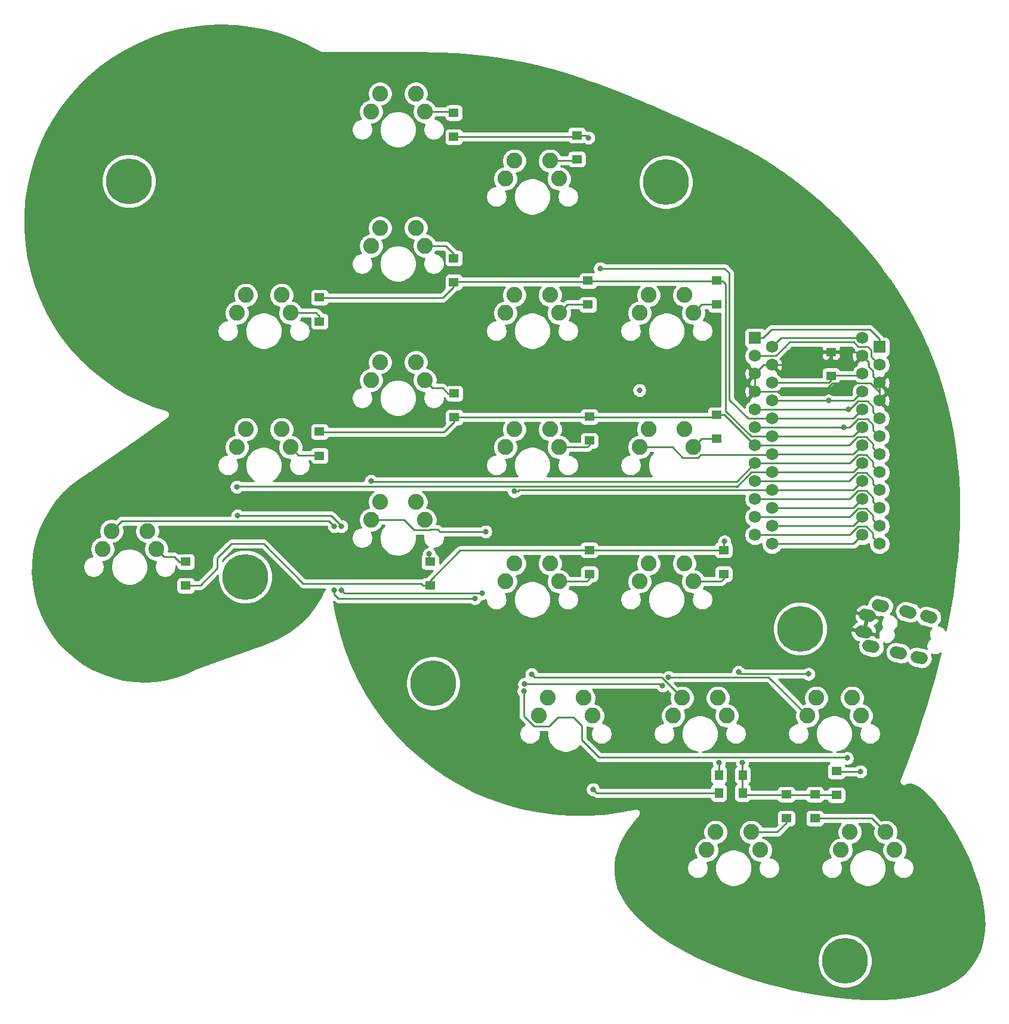
<source format=gbl>
G04 #@! TF.GenerationSoftware,KiCad,Pcbnew,(5.1.4-0)*
G04 #@! TF.CreationDate,2021-02-07T23:01:00-05:00*
G04 #@! TF.ProjectId,mxnatee,6d786e61-7465-4652-9e6b-696361645f70,rev?*
G04 #@! TF.SameCoordinates,Original*
G04 #@! TF.FileFunction,Copper,L2,Bot*
G04 #@! TF.FilePolarity,Positive*
%FSLAX46Y46*%
G04 Gerber Fmt 4.6, Leading zero omitted, Abs format (unit mm)*
G04 Created by KiCad (PCBNEW (5.1.4-0)) date 2021-02-07 23:01:00*
%MOMM*%
%LPD*%
G04 APERTURE LIST*
%ADD10C,6.500000*%
%ADD11R,1.400000X1.200000*%
%ADD12R,1.200000X1.400000*%
%ADD13C,1.752600*%
%ADD14R,1.752600X1.752600*%
%ADD15C,2.250000*%
%ADD16C,1.700000*%
%ADD17C,1.700000*%
%ADD18C,0.800000*%
%ADD19C,0.250000*%
%ADD20C,0.254000*%
G04 APERTURE END LIST*
D10*
X103759000Y-35052000D03*
X122809000Y-98425000D03*
X129159000Y-145542000D03*
X70739000Y-106172000D03*
X44069000Y-91059000D03*
X27559000Y-34925000D03*
D11*
X127190500Y-59133000D03*
X127190500Y-62533000D03*
X127952500Y-122032500D03*
X127952500Y-118632500D03*
D12*
X114666500Y-119189500D03*
X111266500Y-119189500D03*
X114666500Y-121729500D03*
X111266500Y-121729500D03*
D11*
X120840500Y-121934500D03*
X120840500Y-125334500D03*
X124904500Y-121934500D03*
X124904500Y-125334500D03*
X111950500Y-87263500D03*
X111950500Y-90663500D03*
X92900500Y-87264500D03*
X92900500Y-90664500D03*
X70294500Y-92314500D03*
X70294500Y-88914500D03*
X35623500Y-92314500D03*
X35623500Y-88914500D03*
X110934500Y-68086500D03*
X110934500Y-71486500D03*
X92900500Y-68340500D03*
X92900500Y-71740500D03*
X73723500Y-68438500D03*
X73723500Y-65038500D03*
X54610000Y-70467750D03*
X54610000Y-73867750D03*
X110966250Y-49036500D03*
X110966250Y-52436500D03*
X92710000Y-49036500D03*
X92710000Y-52436500D03*
X73660000Y-49261500D03*
X73660000Y-45861500D03*
X54610000Y-51417750D03*
X54610000Y-54817750D03*
X91122500Y-28399000D03*
X91122500Y-31799000D03*
X73660000Y-28624000D03*
X73660000Y-25224000D03*
D13*
X134048500Y-71151750D03*
D14*
X134048500Y-58451750D03*
D13*
X118808500Y-83851750D03*
X134048500Y-83851750D03*
X134048500Y-68611750D03*
X118808500Y-86391750D03*
X118808500Y-78771750D03*
X118808500Y-76231750D03*
X134048500Y-76231750D03*
X134048500Y-78771750D03*
X118808500Y-81311750D03*
X134048500Y-66071750D03*
X134048500Y-73691750D03*
X134048500Y-81311750D03*
X134048500Y-63531750D03*
X134048500Y-86391750D03*
X118808500Y-58451750D03*
X118808500Y-66071750D03*
X118808500Y-63531750D03*
X118808500Y-60991750D03*
X118808500Y-73691750D03*
X118808500Y-71151750D03*
X118808500Y-68611750D03*
X134048500Y-60991750D03*
X131635500Y-57181750D03*
X116395500Y-85121750D03*
X131635500Y-59721750D03*
X131635500Y-62261750D03*
X131635500Y-64801750D03*
X131635500Y-67341750D03*
X131635500Y-69881750D03*
X131635500Y-72421750D03*
X131635500Y-74961750D03*
X131635500Y-77501750D03*
X131635500Y-80041750D03*
X131635500Y-82581750D03*
X131635500Y-85121750D03*
X116395500Y-82581750D03*
X116395500Y-80041750D03*
X116395500Y-77501750D03*
X116395500Y-74961750D03*
X116395500Y-72421750D03*
X116395500Y-69881750D03*
X116395500Y-67341750D03*
X116395500Y-64801750D03*
X116395500Y-62261750D03*
X116395500Y-59721750D03*
D14*
X116395500Y-57181750D03*
D15*
X125095000Y-108235750D03*
X131445000Y-110775750D03*
X130175000Y-108235750D03*
X123825000Y-110775750D03*
X106045000Y-108235750D03*
X112395000Y-110775750D03*
X111125000Y-108235750D03*
X104775000Y-110775750D03*
X86995000Y-108235750D03*
X93345000Y-110775750D03*
X92075000Y-108235750D03*
X85725000Y-110775750D03*
X110807500Y-127285750D03*
X117157500Y-129825750D03*
X115887500Y-127285750D03*
X109537500Y-129825750D03*
X129857500Y-127285750D03*
X136207500Y-129825750D03*
X134937500Y-127285750D03*
X128587500Y-129825750D03*
X101282500Y-89185750D03*
X107632500Y-91725750D03*
X106362500Y-89185750D03*
X100012500Y-91725750D03*
X82232500Y-89185750D03*
X88582500Y-91725750D03*
X87312500Y-89185750D03*
X80962500Y-91725750D03*
X63182500Y-80454500D03*
X69532500Y-82994500D03*
X68262500Y-80454500D03*
X61912500Y-82994500D03*
X25082500Y-84550250D03*
X31432500Y-87090250D03*
X30162500Y-84550250D03*
X23812500Y-87090250D03*
X101282500Y-70135750D03*
X107632500Y-72675750D03*
X106362500Y-70135750D03*
X100012500Y-72675750D03*
X82232500Y-70135750D03*
X88582500Y-72675750D03*
X87312500Y-70135750D03*
X80962500Y-72675750D03*
X63182500Y-60610750D03*
X69532500Y-63150750D03*
X68262500Y-60610750D03*
X61912500Y-63150750D03*
X44132500Y-70135750D03*
X50482500Y-72675750D03*
X49212500Y-70135750D03*
X42862500Y-72675750D03*
X101282500Y-51085750D03*
X107632500Y-53625750D03*
X106362500Y-51085750D03*
X100012500Y-53625750D03*
X82232500Y-51085750D03*
X88582500Y-53625750D03*
X87312500Y-51085750D03*
X80962500Y-53625750D03*
X63182500Y-41560750D03*
X69532500Y-44100750D03*
X68262500Y-41560750D03*
X61912500Y-44100750D03*
X44132500Y-51085750D03*
X50482500Y-53625750D03*
X49212500Y-51085750D03*
X42862500Y-53625750D03*
X82232500Y-32035750D03*
X88582500Y-34575750D03*
X87312500Y-32035750D03*
X80962500Y-34575750D03*
X63182500Y-22510750D03*
X69532500Y-25050750D03*
X68262500Y-22510750D03*
X61912500Y-25050750D03*
D16*
X134213050Y-95150679D03*
D17*
X134602798Y-95240659D02*
X133823302Y-95060699D01*
D16*
X131806700Y-98905607D03*
D17*
X132196448Y-98995587D02*
X131416952Y-98815627D01*
D16*
X141033640Y-96725337D03*
D17*
X141423388Y-96815317D02*
X140643892Y-96635357D01*
D16*
X138110530Y-96050484D03*
D17*
X138500278Y-96140464D02*
X137720782Y-95960504D01*
D16*
X139695182Y-102522839D03*
D17*
X140084930Y-102612819D02*
X139305434Y-102432859D01*
D16*
X136772071Y-101847985D03*
D17*
X137161819Y-101937965D02*
X136382323Y-101758005D01*
D16*
X132874591Y-100948181D03*
D17*
X133264339Y-101038161D02*
X132484843Y-100858201D01*
D16*
X132357830Y-96518400D03*
D17*
X132747578Y-96608380D02*
X131968082Y-96428420D01*
D18*
X92773500Y-28765500D03*
X94424500Y-47307500D03*
X70167500Y-87820500D03*
X112077500Y-86042500D03*
X93408500Y-121221500D03*
X111315500Y-117411500D03*
X131381500Y-118681500D03*
X56705500Y-83883500D03*
X56721497Y-92989500D03*
X76644500Y-94114499D03*
X83585014Y-107271450D03*
X129476500Y-116776500D03*
X124015500Y-104838500D03*
X114066629Y-104569222D03*
X42989500Y-82375249D03*
X57721500Y-83883500D03*
X57721500Y-92989500D03*
X77660500Y-93408500D03*
X103293972Y-106510028D03*
X83668979Y-106274979D03*
X42862500Y-78295500D03*
X78168500Y-84645500D03*
X61912500Y-77480499D03*
X84697778Y-104913222D03*
X82232500Y-78930500D03*
X104128778Y-105294222D03*
X100012500Y-64579500D03*
X128973750Y-69881750D03*
X126841250Y-66071750D03*
X129698750Y-67341750D03*
X114617500Y-117411500D03*
D19*
X90997500Y-28574000D02*
X91122500Y-28449000D01*
X73660000Y-28574000D02*
X90997500Y-28574000D01*
X92457000Y-28449000D02*
X92773500Y-28765500D01*
X91122500Y-28449000D02*
X92457000Y-28449000D01*
X130365500Y-68611750D02*
X131635500Y-67341750D01*
X118808500Y-68611750D02*
X130365500Y-68611750D01*
X112712500Y-65913000D02*
X115411250Y-68611750D01*
X112712500Y-47942500D02*
X112712500Y-65913000D01*
X115411250Y-68611750D02*
X118808500Y-68611750D01*
X112077500Y-47307500D02*
X112712500Y-47942500D01*
X94424500Y-47307500D02*
X112077500Y-47307500D01*
X73436750Y-25050750D02*
X73660000Y-25274000D01*
X69532500Y-25050750D02*
X73436750Y-25050750D01*
X90835750Y-32035750D02*
X91122500Y-31749000D01*
X87312500Y-32035750D02*
X90835750Y-32035750D01*
X54168000Y-53625750D02*
X54610000Y-54067750D01*
X54610000Y-54067750D02*
X54610000Y-54767750D01*
X50482500Y-53625750D02*
X54168000Y-53625750D01*
X73660000Y-45211500D02*
X73660000Y-45911500D01*
X72549250Y-44100750D02*
X73660000Y-45211500D01*
X69532500Y-44100750D02*
X72549250Y-44100750D01*
X89821750Y-52386500D02*
X92710000Y-52386500D01*
X88582500Y-53625750D02*
X89821750Y-52386500D01*
X73660000Y-49911500D02*
X73660000Y-49211500D01*
X72103750Y-51467750D02*
X73660000Y-49911500D01*
X54610000Y-51467750D02*
X72103750Y-51467750D01*
X92585000Y-49211500D02*
X92710000Y-49086500D01*
X73660000Y-49211500D02*
X92585000Y-49211500D01*
X92710000Y-49086500D02*
X110966250Y-49086500D01*
X110966250Y-49086500D02*
X111116250Y-49086500D01*
X130365500Y-71151750D02*
X131635500Y-69881750D01*
X118808500Y-71151750D02*
X130365500Y-71151750D01*
X115887574Y-71151750D02*
X116363750Y-71151750D01*
X112262490Y-49532740D02*
X112262490Y-67526666D01*
X111816250Y-49086500D02*
X112262490Y-49532740D01*
X112262490Y-67526666D02*
X115887574Y-71151750D01*
X110966250Y-49086500D02*
X111816250Y-49086500D01*
X116363750Y-71151750D02*
X118808500Y-71151750D01*
X108871750Y-52386500D02*
X110966250Y-52386500D01*
X107632500Y-53625750D02*
X108871750Y-52386500D01*
X51624500Y-73817750D02*
X54610000Y-73817750D01*
X50482500Y-72675750D02*
X51624500Y-73817750D01*
X72873500Y-65088500D02*
X73723500Y-65088500D01*
X72060749Y-64275749D02*
X72873500Y-65088500D01*
X70657499Y-64275749D02*
X72060749Y-64275749D01*
X69532500Y-63150750D02*
X70657499Y-64275749D01*
X92615250Y-72675750D02*
X92900500Y-72390500D01*
X92900500Y-72390500D02*
X92900500Y-71690500D01*
X88582500Y-72675750D02*
X92615250Y-72675750D01*
X108871750Y-71436500D02*
X110934500Y-71436500D01*
X107632500Y-72675750D02*
X108871750Y-71436500D01*
X72294250Y-70517750D02*
X73723500Y-69088500D01*
X73723500Y-69088500D02*
X73723500Y-68388500D01*
X54610000Y-70517750D02*
X72294250Y-70517750D01*
X92898500Y-68388500D02*
X92900500Y-68390500D01*
X73723500Y-68388500D02*
X92898500Y-68388500D01*
X110680500Y-68390500D02*
X110934500Y-68136500D01*
X92900500Y-68390500D02*
X110680500Y-68390500D01*
X115919250Y-71945500D02*
X116395500Y-72421750D01*
X133172201Y-72815451D02*
X134048500Y-73691750D01*
X132212125Y-71220449D02*
X133172201Y-72180525D01*
X133172201Y-72180525D02*
X133172201Y-72815451D01*
X130933211Y-71220449D02*
X132212125Y-71220449D01*
X129731910Y-72421750D02*
X130933211Y-71220449D01*
X116395500Y-72421750D02*
X129731910Y-72421750D01*
X112060250Y-68086500D02*
X110934500Y-68086500D01*
X116395500Y-72421750D02*
X112060250Y-68086500D01*
X34773500Y-88964500D02*
X35623500Y-88964500D01*
X32557499Y-88215249D02*
X34024249Y-88215249D01*
X34024249Y-88215249D02*
X34773500Y-88964500D01*
X31432500Y-87090250D02*
X32557499Y-88215249D01*
X70167500Y-88837500D02*
X70294500Y-88964500D01*
X70167500Y-87820500D02*
X70167500Y-88837500D01*
X92900500Y-91314500D02*
X92900500Y-90614500D01*
X92489250Y-91725750D02*
X92900500Y-91314500D01*
X88582500Y-91725750D02*
X92489250Y-91725750D01*
X111950500Y-91313500D02*
X111950500Y-90613500D01*
X111538250Y-91725750D02*
X111950500Y-91313500D01*
X107632500Y-91725750D02*
X111538250Y-91725750D01*
X132936250Y-125284500D02*
X124904500Y-125284500D01*
X134937500Y-127285750D02*
X132936250Y-125284500D01*
X133172201Y-79800525D02*
X133172201Y-80435451D01*
X132212125Y-78840449D02*
X133172201Y-79800525D01*
X133172201Y-80435451D02*
X134048500Y-81311750D01*
X131058875Y-78840449D02*
X132212125Y-78840449D01*
X129857574Y-80041750D02*
X131058875Y-78840449D01*
X116395500Y-80041750D02*
X129857574Y-80041750D01*
X92050500Y-87314500D02*
X92900500Y-87314500D01*
X74544500Y-87314500D02*
X92050500Y-87314500D01*
X70294500Y-91564500D02*
X74544500Y-87314500D01*
X70294500Y-92264500D02*
X70294500Y-91564500D01*
X111949500Y-87314500D02*
X111950500Y-87313500D01*
X92900500Y-87314500D02*
X111949500Y-87314500D01*
X111950500Y-86169500D02*
X112077500Y-86042500D01*
X111950500Y-87313500D02*
X111950500Y-86169500D01*
X69344500Y-92314500D02*
X70294500Y-92314500D01*
X69041500Y-92011500D02*
X69344500Y-92314500D01*
X46672500Y-86360000D02*
X52324000Y-92011500D01*
X40132000Y-88392000D02*
X42164000Y-86360000D01*
X40132000Y-89852500D02*
X40132000Y-88392000D01*
X35623500Y-92264500D02*
X37720000Y-92264500D01*
X42164000Y-86360000D02*
X46672500Y-86360000D01*
X52324000Y-92011500D02*
X69041500Y-92011500D01*
X37720000Y-92264500D02*
X40132000Y-89852500D01*
X120840500Y-125984500D02*
X120840500Y-125284500D01*
X119539250Y-127285750D02*
X120840500Y-125984500D01*
X115887500Y-127285750D02*
X119539250Y-127285750D01*
X93916500Y-121729500D02*
X93408500Y-121221500D01*
X111316500Y-121729500D02*
X93916500Y-121729500D01*
X111315500Y-119188500D02*
X111316500Y-119189500D01*
X111315500Y-117411500D02*
X111315500Y-119188500D01*
X127953500Y-118681500D02*
X127952500Y-118682500D01*
X131381500Y-118681500D02*
X127953500Y-118681500D01*
X131096750Y-59183000D02*
X131635500Y-59721750D01*
X127190500Y-59183000D02*
X131096750Y-59183000D01*
X127190500Y-59883000D02*
X127190500Y-59183000D01*
X126081750Y-60991750D02*
X127190500Y-59883000D01*
X118808500Y-60991750D02*
X126081750Y-60991750D01*
X117665500Y-60991750D02*
X118808500Y-60991750D01*
X116395500Y-62261750D02*
X117665500Y-60991750D01*
X132511799Y-61232975D02*
X132511799Y-60598049D01*
X133172201Y-61893377D02*
X132511799Y-61232975D01*
X132511799Y-60598049D02*
X131635500Y-59721750D01*
X133172201Y-62655451D02*
X133172201Y-61893377D01*
X134048500Y-63531750D02*
X133172201Y-62655451D01*
X134048500Y-66071750D02*
X134048500Y-63531750D01*
X116395500Y-63562475D02*
X116395500Y-62261750D01*
X116395500Y-64801750D02*
X116395500Y-63562475D01*
X134048500Y-64832475D02*
X134048500Y-66071750D01*
X127409461Y-63600449D02*
X132816474Y-63600449D01*
X126208160Y-64801750D02*
X127409461Y-63600449D01*
X132816474Y-63600449D02*
X134048500Y-64832475D01*
X116395500Y-64801750D02*
X126208160Y-64801750D01*
X131414250Y-62483000D02*
X131635500Y-62261750D01*
X127190500Y-62483000D02*
X131414250Y-62483000D01*
X127190500Y-63183000D02*
X127190500Y-62483000D01*
X126841750Y-63531750D02*
X127190500Y-63183000D01*
X118808500Y-63531750D02*
X126841750Y-63531750D01*
X55922249Y-83100249D02*
X56705500Y-83883500D01*
X26532501Y-83100249D02*
X55922249Y-83100249D01*
X25082500Y-84550250D02*
X26532501Y-83100249D01*
X57280811Y-94114499D02*
X76644500Y-94114499D01*
X56721497Y-93555185D02*
X57280811Y-94114499D01*
X56721497Y-92989500D02*
X56721497Y-93555185D01*
X129386499Y-116686499D02*
X129476500Y-116776500D01*
X91853901Y-112202677D02*
X91853901Y-114236500D01*
X91853901Y-114236500D02*
X94303900Y-116686499D01*
X90648073Y-110996849D02*
X91853901Y-112202677D01*
X87193025Y-112225751D02*
X88421927Y-110996849D01*
X94303900Y-116686499D02*
X129386499Y-116686499D01*
X85028999Y-112225751D02*
X87193025Y-112225751D01*
X83585014Y-110781766D02*
X85028999Y-112225751D01*
X88421927Y-110996849D02*
X90648073Y-110996849D01*
X83585014Y-107271450D02*
X83585014Y-110781766D01*
X114335907Y-104838500D02*
X114066629Y-104569222D01*
X124015500Y-104838500D02*
X114335907Y-104838500D01*
X133172201Y-82975451D02*
X134048500Y-83851750D01*
X132212125Y-81380449D02*
X133172201Y-82340525D01*
X131058875Y-81380449D02*
X132212125Y-81380449D01*
X129857574Y-82581750D02*
X131058875Y-81380449D01*
X133172201Y-82340525D02*
X133172201Y-82975451D01*
X116395500Y-82581750D02*
X129857574Y-82581750D01*
X116205000Y-82391250D02*
X116395500Y-82581750D01*
X57721500Y-83826498D02*
X57721500Y-83883500D01*
X56270251Y-82375249D02*
X57721500Y-83826498D01*
X42989500Y-82375249D02*
X56270251Y-82375249D01*
X77641499Y-93389499D02*
X77660500Y-93408500D01*
X58121499Y-93389499D02*
X77641499Y-93389499D01*
X57721500Y-92989500D02*
X58121499Y-93389499D01*
X103058923Y-106274979D02*
X103293972Y-106510028D01*
X83668979Y-106274979D02*
X103058923Y-106274979D01*
X130365500Y-76231750D02*
X131635500Y-74961750D01*
X118808500Y-76231750D02*
X130365500Y-76231750D01*
X118745000Y-76295250D02*
X118808500Y-76231750D01*
X115887574Y-76231750D02*
X113797584Y-78321740D01*
X118808500Y-76231750D02*
X115887574Y-76231750D01*
X42952501Y-78205499D02*
X42862500Y-78295500D01*
X113681343Y-78205499D02*
X42952501Y-78205499D01*
X113797584Y-78321740D02*
X113681343Y-78205499D01*
X63503490Y-82994500D02*
X61912500Y-82994500D01*
X66614474Y-82994500D02*
X63503490Y-82994500D01*
X68064475Y-84444501D02*
X66614474Y-82994500D01*
X70228501Y-84444501D02*
X68064475Y-84444501D01*
X70338503Y-84334499D02*
X70228501Y-84444501D01*
X71378501Y-84334499D02*
X70338503Y-84334499D01*
X71689502Y-84645500D02*
X71378501Y-84334499D01*
X78168500Y-84645500D02*
X71689502Y-84645500D01*
X133172201Y-75355451D02*
X134048500Y-76231750D01*
X133172201Y-74720525D02*
X133172201Y-75355451D01*
X132212125Y-73760449D02*
X133172201Y-74720525D01*
X131058875Y-73760449D02*
X132212125Y-73760449D01*
X129857574Y-74961750D02*
X131058875Y-73760449D01*
X116395500Y-74961750D02*
X129857574Y-74961750D01*
X113822599Y-77534651D02*
X61966652Y-77534651D01*
X61966652Y-77534651D02*
X61912500Y-77480499D01*
X116395500Y-74961750D02*
X113822599Y-77534651D01*
X103155750Y-105346500D02*
X106045000Y-108235750D01*
X85131056Y-105346500D02*
X103155750Y-105346500D01*
X84697778Y-104913222D02*
X85131056Y-105346500D01*
X130365500Y-78771750D02*
X131635500Y-77501750D01*
X118808500Y-78771750D02*
X130365500Y-78771750D01*
X82798185Y-78930500D02*
X82232500Y-78930500D01*
X82956935Y-78771750D02*
X82798185Y-78930500D01*
X118808500Y-78771750D02*
X82956935Y-78771750D01*
X130365500Y-73691750D02*
X131635500Y-72421750D01*
X118808500Y-73691750D02*
X130365500Y-73691750D01*
X118343472Y-105294222D02*
X123825000Y-110775750D01*
X104128778Y-105294222D02*
X118343472Y-105294222D01*
X101603490Y-72675750D02*
X100012500Y-72675750D01*
X104691400Y-72675750D02*
X101603490Y-72675750D01*
X108328501Y-74125751D02*
X106141401Y-74125751D01*
X106141401Y-74125751D02*
X104691400Y-72675750D01*
X108699002Y-73755250D02*
X108328501Y-74125751D01*
X118745000Y-73755250D02*
X108699002Y-73755250D01*
X118808500Y-73691750D02*
X118745000Y-73755250D01*
X133172201Y-70275451D02*
X134048500Y-71151750D01*
X132339273Y-68680449D02*
X133172201Y-69513377D01*
X131058875Y-68680449D02*
X132339273Y-68680449D01*
X129857574Y-69881750D02*
X131058875Y-68680449D01*
X133172201Y-69513377D02*
X133172201Y-70275451D01*
X124777500Y-69881750D02*
X129857574Y-69881750D01*
X116395500Y-69881750D02*
X124777500Y-69881750D01*
X130365500Y-66071750D02*
X131635500Y-64801750D01*
X118808500Y-66071750D02*
X124047250Y-66071750D01*
X126841250Y-66071750D02*
X130365500Y-66071750D01*
X124047250Y-66071750D02*
X126841250Y-66071750D01*
X133172201Y-67735451D02*
X134048500Y-68611750D01*
X132339273Y-66140449D02*
X133172201Y-66973377D01*
X131058875Y-66140449D02*
X132339273Y-66140449D01*
X129857574Y-67341750D02*
X131058875Y-66140449D01*
X133172201Y-66973377D02*
X133172201Y-67735451D01*
X116395500Y-67341750D02*
X126365000Y-67341750D01*
X129698750Y-67341750D02*
X129857574Y-67341750D01*
X126365000Y-67341750D02*
X129698750Y-67341750D01*
X120078500Y-57181750D02*
X131635500Y-57181750D01*
X118808500Y-58451750D02*
X120078500Y-57181750D01*
X130365500Y-83851750D02*
X131635500Y-82581750D01*
X118808500Y-83851750D02*
X130365500Y-83851750D01*
X130365500Y-86391750D02*
X131635500Y-85121750D01*
X118808500Y-86391750D02*
X130365500Y-86391750D01*
X134048500Y-57325450D02*
X134048500Y-58451750D01*
X118723101Y-55980449D02*
X132703499Y-55980449D01*
X117521800Y-57181750D02*
X118723101Y-55980449D01*
X132703499Y-55980449D02*
X134048500Y-57325450D01*
X116395500Y-57181750D02*
X117521800Y-57181750D01*
X133172201Y-60115451D02*
X134048500Y-60991750D01*
X132847199Y-59790449D02*
X133172201Y-60115451D01*
X132847199Y-58837949D02*
X132847199Y-59790449D01*
X132392301Y-58383051D02*
X132847199Y-58837949D01*
X119316426Y-59721750D02*
X120655125Y-58383051D01*
X116395500Y-59721750D02*
X119316426Y-59721750D01*
X130434199Y-57758375D02*
X131058875Y-58383051D01*
X131058875Y-58383051D02*
X132392301Y-58383051D01*
X121311625Y-57758375D02*
X130434199Y-57758375D01*
X120686949Y-58383051D02*
X121311625Y-57758375D01*
X120655125Y-58383051D02*
X120686949Y-58383051D01*
X130365500Y-81311750D02*
X131635500Y-80041750D01*
X118808500Y-81311750D02*
X130365500Y-81311750D01*
X124904500Y-121984500D02*
X120840500Y-121984500D01*
X114871500Y-121984500D02*
X114616500Y-121729500D01*
X120840500Y-121984500D02*
X114871500Y-121984500D01*
X114616500Y-120879500D02*
X114616500Y-119189500D01*
X114616500Y-121729500D02*
X114616500Y-120879500D01*
X127950500Y-121984500D02*
X127952500Y-121982500D01*
X124904500Y-121984500D02*
X127950500Y-121984500D01*
X114616500Y-117412500D02*
X114617500Y-117411500D01*
X114616500Y-119189500D02*
X114616500Y-117412500D01*
X133172201Y-85515451D02*
X134048500Y-86391750D01*
X133172201Y-84880525D02*
X133172201Y-85515451D01*
X132212125Y-83920449D02*
X133172201Y-84880525D01*
X131058875Y-83920449D02*
X132212125Y-83920449D01*
X129857574Y-85121750D02*
X131058875Y-83920449D01*
X116395500Y-85121750D02*
X129857574Y-85121750D01*
X132212125Y-76300449D02*
X133172201Y-77260525D01*
X130933211Y-76300449D02*
X132212125Y-76300449D01*
X133172201Y-77895451D02*
X134048500Y-78771750D01*
X129731910Y-77501750D02*
X130933211Y-76300449D01*
X133172201Y-77260525D02*
X133172201Y-77895451D01*
X116395500Y-77501750D02*
X129731910Y-77501750D01*
D20*
G36*
X42689576Y-12880575D02*
G01*
X44718619Y-13104432D01*
X46725811Y-13476290D01*
X48700378Y-13994152D01*
X50631725Y-14655241D01*
X52509450Y-15455995D01*
X54332147Y-16396589D01*
X54677966Y-16594727D01*
X54720788Y-16617219D01*
X54737180Y-16624350D01*
X54741000Y-16626492D01*
X54745422Y-16627935D01*
X54765143Y-16636515D01*
X54810791Y-16652510D01*
X54857488Y-16665120D01*
X54861968Y-16665984D01*
X54863449Y-16666467D01*
X54866196Y-16666798D01*
X54904984Y-16674275D01*
X54953022Y-16679927D01*
X54987528Y-16681440D01*
X54991331Y-16681899D01*
X55000545Y-16682040D01*
X55054484Y-16682492D01*
X55054494Y-16682491D01*
X55054551Y-16682492D01*
X55108550Y-16682939D01*
X55108553Y-16682939D01*
X55108637Y-16682940D01*
X55159090Y-16683351D01*
X55159091Y-16683351D01*
X55159167Y-16683352D01*
X55211476Y-16683772D01*
X55211486Y-16683771D01*
X55211546Y-16683772D01*
X55264814Y-16684194D01*
X55264815Y-16684194D01*
X55264887Y-16684195D01*
X55325449Y-16684668D01*
X55325454Y-16684668D01*
X55325552Y-16684669D01*
X55387091Y-16685140D01*
X55387101Y-16685139D01*
X55387164Y-16685140D01*
X55441528Y-16685550D01*
X55441532Y-16685550D01*
X55441624Y-16685551D01*
X55506938Y-16686034D01*
X55506941Y-16686034D01*
X55507027Y-16686035D01*
X55565154Y-16686457D01*
X55565167Y-16686456D01*
X55565253Y-16686457D01*
X55616169Y-16686819D01*
X55616170Y-16686819D01*
X55616245Y-16686820D01*
X55673131Y-16687218D01*
X55673140Y-16687217D01*
X55673197Y-16687218D01*
X55740182Y-16687680D01*
X55740189Y-16687679D01*
X55740311Y-16687681D01*
X55795967Y-16688054D01*
X55796001Y-16688054D01*
X55857207Y-16688461D01*
X55857211Y-16688461D01*
X55857311Y-16688462D01*
X55915844Y-16688842D01*
X55915848Y-16688842D01*
X55915948Y-16688843D01*
X55970882Y-16689191D01*
X55970890Y-16689190D01*
X55970947Y-16689191D01*
X56025939Y-16689534D01*
X56025941Y-16689534D01*
X56026030Y-16689535D01*
X56092101Y-16689938D01*
X56092112Y-16689937D01*
X56092189Y-16689938D01*
X56143602Y-16690245D01*
X56143696Y-16690246D01*
X56202556Y-16690592D01*
X56202568Y-16690591D01*
X56202653Y-16690592D01*
X56268951Y-16690972D01*
X56268955Y-16690972D01*
X56269065Y-16690973D01*
X56320689Y-16691260D01*
X56320695Y-16691259D01*
X56320739Y-16691260D01*
X56381649Y-16691594D01*
X56381650Y-16691594D01*
X56381737Y-16691595D01*
X56446418Y-16691941D01*
X56446429Y-16691940D01*
X56446513Y-16691941D01*
X56496463Y-16692201D01*
X56496469Y-16692200D01*
X56496518Y-16692201D01*
X56553927Y-16692495D01*
X56553928Y-16692495D01*
X56554019Y-16692496D01*
X56624480Y-16692847D01*
X56624491Y-16692846D01*
X56624580Y-16692847D01*
X56680254Y-16693116D01*
X56680347Y-16693117D01*
X56736100Y-16693380D01*
X56736108Y-16693379D01*
X56736168Y-16693380D01*
X56803150Y-16693689D01*
X56803159Y-16693688D01*
X56803233Y-16693689D01*
X56846028Y-16693881D01*
X56846702Y-16693949D01*
X57559421Y-16695675D01*
X57559983Y-16695621D01*
X57646630Y-16695681D01*
X57839812Y-16695815D01*
X58063907Y-16695972D01*
X58434825Y-16696232D01*
X58815091Y-16696499D01*
X58815638Y-16696552D01*
X59551411Y-16695841D01*
X59551911Y-16695791D01*
X59600033Y-16695671D01*
X59600064Y-16695671D01*
X59680200Y-16695467D01*
X59680247Y-16695467D01*
X59744433Y-16695299D01*
X59744473Y-16695299D01*
X59808727Y-16695127D01*
X59808776Y-16695127D01*
X59873098Y-16694950D01*
X59873109Y-16694949D01*
X59873147Y-16694949D01*
X59937537Y-16694767D01*
X59937566Y-16694767D01*
X60002025Y-16694582D01*
X60002074Y-16694582D01*
X60066600Y-16694392D01*
X60066643Y-16694392D01*
X60147398Y-16694149D01*
X60147446Y-16694149D01*
X60260678Y-16693800D01*
X60260731Y-16693800D01*
X60325529Y-16693595D01*
X60325573Y-16693595D01*
X60406667Y-16693333D01*
X60406678Y-16693332D01*
X60406702Y-16693332D01*
X60504156Y-16693012D01*
X60504200Y-16693012D01*
X60569251Y-16692794D01*
X60569294Y-16692794D01*
X60650703Y-16692516D01*
X60650741Y-16692516D01*
X60732260Y-16692233D01*
X60732302Y-16692233D01*
X60846604Y-16691829D01*
X60846652Y-16691829D01*
X60912062Y-16691593D01*
X60912084Y-16691593D01*
X60993944Y-16691295D01*
X60993955Y-16691294D01*
X60993979Y-16691294D01*
X61108757Y-16690870D01*
X61108801Y-16690870D01*
X61174482Y-16690623D01*
X61174499Y-16690623D01*
X61240250Y-16690374D01*
X61240278Y-16690374D01*
X61306095Y-16690122D01*
X61306113Y-16690122D01*
X61371999Y-16689868D01*
X61372027Y-16689868D01*
X61437982Y-16689611D01*
X61438009Y-16689611D01*
X61504032Y-16689351D01*
X61504038Y-16689351D01*
X61570131Y-16689090D01*
X61570138Y-16689090D01*
X61603212Y-16688959D01*
X61603263Y-16688959D01*
X61702573Y-16688558D01*
X61702576Y-16688558D01*
X61768872Y-16688290D01*
X61768888Y-16688290D01*
X61835252Y-16688020D01*
X61835262Y-16688019D01*
X61835278Y-16688019D01*
X61901709Y-16687746D01*
X61901725Y-16687746D01*
X61968226Y-16687471D01*
X62034790Y-16687196D01*
X62034807Y-16687196D01*
X62101443Y-16686919D01*
X62101469Y-16686919D01*
X62201542Y-16686499D01*
X62201564Y-16686499D01*
X62301806Y-16686075D01*
X62368715Y-16685792D01*
X62368731Y-16685792D01*
X62435708Y-16685507D01*
X62435724Y-16685507D01*
X62502771Y-16685220D01*
X62569881Y-16684933D01*
X62569887Y-16684933D01*
X62637069Y-16684645D01*
X62637085Y-16684645D01*
X62704335Y-16684355D01*
X62704342Y-16684355D01*
X62771659Y-16684064D01*
X62872755Y-16683627D01*
X62872765Y-16683627D01*
X63075401Y-16682748D01*
X63075412Y-16682748D01*
X63346595Y-16681567D01*
X63550729Y-16680679D01*
X63687134Y-16680087D01*
X63687135Y-16680087D01*
X63755383Y-16679792D01*
X64494429Y-16677288D01*
X65246566Y-16676382D01*
X65246567Y-16676382D01*
X65998636Y-16675475D01*
X66760690Y-16676171D01*
X66823381Y-16676440D01*
X66823382Y-16676440D01*
X66877826Y-16676689D01*
X66877828Y-16676689D01*
X66932098Y-16676951D01*
X66932194Y-16676952D01*
X66986909Y-16677228D01*
X66986910Y-16677228D01*
X67041498Y-16677517D01*
X67041499Y-16677517D01*
X67096138Y-16677819D01*
X67096139Y-16677819D01*
X67150634Y-16678133D01*
X67150638Y-16678133D01*
X67205511Y-16678464D01*
X67260099Y-16678806D01*
X67260104Y-16678806D01*
X67314881Y-16679163D01*
X67314891Y-16679163D01*
X67369704Y-16679534D01*
X67369719Y-16679534D01*
X67424563Y-16679919D01*
X67424584Y-16679919D01*
X67479654Y-16680319D01*
X67479662Y-16680318D01*
X67534353Y-16680729D01*
X67534410Y-16680730D01*
X67589334Y-16681158D01*
X67589384Y-16681159D01*
X67644574Y-16681604D01*
X67644580Y-16681603D01*
X67699447Y-16682059D01*
X67699484Y-16682060D01*
X67754750Y-16682532D01*
X67754753Y-16682532D01*
X67809609Y-16683017D01*
X67809685Y-16683018D01*
X67865031Y-16683522D01*
X67865034Y-16683522D01*
X67920231Y-16684040D01*
X67920235Y-16684040D01*
X67975225Y-16684569D01*
X67975319Y-16684571D01*
X68030781Y-16685120D01*
X68030782Y-16685120D01*
X68086101Y-16685683D01*
X68086102Y-16685683D01*
X68141460Y-16686262D01*
X68196758Y-16686856D01*
X68252106Y-16687466D01*
X68252110Y-16687466D01*
X68307545Y-16688092D01*
X68307576Y-16688093D01*
X68363106Y-16688737D01*
X68363105Y-16688737D01*
X68418844Y-16689398D01*
X68418850Y-16689397D01*
X68474150Y-16690070D01*
X68474223Y-16690071D01*
X68529855Y-16690765D01*
X68529873Y-16690765D01*
X68585731Y-16691476D01*
X68585736Y-16691476D01*
X68641435Y-16692201D01*
X68641439Y-16692201D01*
X68696905Y-16692939D01*
X68696985Y-16692941D01*
X68752885Y-16693702D01*
X68808763Y-16694481D01*
X68808769Y-16694480D01*
X68864320Y-16695269D01*
X68864445Y-16695272D01*
X68920541Y-16696086D01*
X68920549Y-16696085D01*
X68976460Y-16696915D01*
X68976461Y-16696915D01*
X69032230Y-16697759D01*
X69032240Y-16697759D01*
X69088162Y-16698622D01*
X69088274Y-16698625D01*
X69116399Y-16699067D01*
X69181931Y-16700109D01*
X69181934Y-16700109D01*
X69238023Y-16701020D01*
X69238028Y-16701020D01*
X69293916Y-16701946D01*
X69293966Y-16701947D01*
X69350366Y-16702899D01*
X69350369Y-16702899D01*
X69406323Y-16703861D01*
X69406390Y-16703863D01*
X69462818Y-16704851D01*
X69519161Y-16705857D01*
X69519162Y-16705857D01*
X69575507Y-16706881D01*
X69575508Y-16706881D01*
X69631891Y-16707924D01*
X69688135Y-16708983D01*
X69744560Y-16710063D01*
X69744568Y-16710063D01*
X69801285Y-16711167D01*
X69801288Y-16711167D01*
X69857723Y-16712285D01*
X69914068Y-16713419D01*
X69914167Y-16713422D01*
X69971003Y-16714586D01*
X69971007Y-16714586D01*
X70027436Y-16715760D01*
X70027458Y-16715761D01*
X70084103Y-16716957D01*
X70084127Y-16716958D01*
X70141081Y-16718182D01*
X70141083Y-16718182D01*
X70197609Y-16719416D01*
X70197621Y-16719416D01*
X70254403Y-16720675D01*
X70254423Y-16720676D01*
X70311499Y-16721962D01*
X70311501Y-16721962D01*
X70368176Y-16723257D01*
X70368180Y-16723257D01*
X70425331Y-16724582D01*
X70482027Y-16725918D01*
X70482052Y-16725919D01*
X70539283Y-16727287D01*
X70539284Y-16727287D01*
X70596314Y-16728671D01*
X70596317Y-16728671D01*
X70653393Y-16730076D01*
X70653396Y-16730076D01*
X70710185Y-16731494D01*
X70710286Y-16731497D01*
X70767678Y-16732950D01*
X70767686Y-16732949D01*
X70824546Y-16734410D01*
X70824614Y-16734412D01*
X70881810Y-16735903D01*
X70881845Y-16735904D01*
X70939357Y-16737424D01*
X70939362Y-16737424D01*
X70996435Y-16738950D01*
X70996436Y-16738950D01*
X71053721Y-16740505D01*
X71053787Y-16740507D01*
X71111417Y-16742092D01*
X71111424Y-16742092D01*
X71168502Y-16743684D01*
X71168585Y-16743687D01*
X71226294Y-16745318D01*
X71226299Y-16745318D01*
X71283815Y-16746963D01*
X71283816Y-16746963D01*
X71341052Y-16748624D01*
X71341083Y-16748625D01*
X71398911Y-16750325D01*
X71398914Y-16750325D01*
X71456270Y-16752031D01*
X71456282Y-16752031D01*
X71513904Y-16753768D01*
X71513974Y-16753771D01*
X71539661Y-16754554D01*
X72368366Y-16788391D01*
X73212528Y-16833193D01*
X73212536Y-16833193D01*
X74056834Y-16878002D01*
X74908503Y-16933338D01*
X74954756Y-16936991D01*
X75015964Y-16941870D01*
X75015970Y-16941870D01*
X75081901Y-16947174D01*
X75132230Y-16951259D01*
X75132337Y-16951269D01*
X75183566Y-16955458D01*
X75183570Y-16955458D01*
X75233988Y-16959614D01*
X75234034Y-16959618D01*
X75285313Y-16963873D01*
X75285316Y-16963873D01*
X75361206Y-16970233D01*
X75361257Y-16970238D01*
X75407094Y-16974113D01*
X75407089Y-16974113D01*
X75458460Y-16978486D01*
X75458465Y-16978486D01*
X75508961Y-16982816D01*
X75508996Y-16982819D01*
X75565563Y-16987709D01*
X75565565Y-16987709D01*
X75611523Y-16991706D01*
X75662167Y-16996144D01*
X75662163Y-16996144D01*
X75713665Y-17000689D01*
X75713669Y-17000689D01*
X75774478Y-17006095D01*
X75774553Y-17006102D01*
X75836232Y-17011635D01*
X75887570Y-17016275D01*
X75887575Y-17016275D01*
X75938368Y-17020896D01*
X75938396Y-17020899D01*
X75989585Y-17025588D01*
X75989589Y-17025588D01*
X76041257Y-17030356D01*
X76041262Y-17030356D01*
X76102333Y-17036033D01*
X76102367Y-17036036D01*
X76164439Y-17041852D01*
X76164441Y-17041852D01*
X76215293Y-17046655D01*
X76215335Y-17046659D01*
X76267113Y-17051579D01*
X76318509Y-17056495D01*
X76318515Y-17056495D01*
X76369781Y-17061432D01*
X76431182Y-17067387D01*
X76431203Y-17067389D01*
X76493078Y-17073438D01*
X76544534Y-17078505D01*
X76544536Y-17078505D01*
X76596479Y-17083651D01*
X76596481Y-17083651D01*
X76648020Y-17088791D01*
X76699432Y-17093952D01*
X76750755Y-17099136D01*
X76750785Y-17099139D01*
X76802831Y-17104430D01*
X76802834Y-17104430D01*
X76859405Y-17110219D01*
X76921476Y-17116615D01*
X76968232Y-17121463D01*
X76968234Y-17121463D01*
X77029911Y-17127904D01*
X77029912Y-17127904D01*
X77081769Y-17133354D01*
X77133385Y-17138813D01*
X77133421Y-17138817D01*
X77190882Y-17144934D01*
X77190885Y-17144934D01*
X77237013Y-17149873D01*
X77237031Y-17149875D01*
X77309703Y-17157710D01*
X77309708Y-17157711D01*
X77362030Y-17163395D01*
X77362032Y-17163395D01*
X77413889Y-17169061D01*
X77465936Y-17174780D01*
X77465937Y-17174780D01*
X77517902Y-17180525D01*
X77533124Y-17182216D01*
X77579866Y-17187420D01*
X77579892Y-17187423D01*
X77632342Y-17193296D01*
X77632344Y-17193296D01*
X77689029Y-17199683D01*
X77689032Y-17199683D01*
X77777688Y-17209752D01*
X77840748Y-17216974D01*
X77840751Y-17216974D01*
X77902857Y-17224134D01*
X77954915Y-17230175D01*
X77954953Y-17230180D01*
X78028644Y-17238790D01*
X78080360Y-17244873D01*
X78080382Y-17244876D01*
X78133073Y-17251108D01*
X78133074Y-17251108D01*
X78185362Y-17257327D01*
X78258079Y-17266032D01*
X78258102Y-17266035D01*
X78331996Y-17274950D01*
X78331997Y-17274950D01*
X78384296Y-17281301D01*
X78384298Y-17281301D01*
X78436713Y-17287700D01*
X78436714Y-17287700D01*
X78489062Y-17294127D01*
X78551617Y-17301853D01*
X78551656Y-17301858D01*
X78604130Y-17308376D01*
X78604135Y-17308377D01*
X78656635Y-17314934D01*
X78709397Y-17321560D01*
X78762171Y-17328221D01*
X78762175Y-17328221D01*
X78814237Y-17334828D01*
X78814271Y-17334833D01*
X78877920Y-17342957D01*
X78877925Y-17342957D01*
X78930442Y-17349697D01*
X78993197Y-17357800D01*
X78993281Y-17357811D01*
X79046002Y-17364656D01*
X79119708Y-17374284D01*
X79119727Y-17374287D01*
X79183016Y-17382610D01*
X79183056Y-17382616D01*
X79236262Y-17389654D01*
X79236266Y-17389654D01*
X79288785Y-17396635D01*
X79341872Y-17403730D01*
X79341876Y-17403730D01*
X79394247Y-17410764D01*
X79394316Y-17410774D01*
X79447619Y-17417967D01*
X79447621Y-17417967D01*
X79500438Y-17425132D01*
X79552954Y-17432292D01*
X79552988Y-17432297D01*
X79605889Y-17439544D01*
X79605924Y-17439549D01*
X79659326Y-17446901D01*
X79659331Y-17446901D01*
X79712300Y-17454231D01*
X79764850Y-17461537D01*
X79764890Y-17461543D01*
X79818293Y-17469004D01*
X79871217Y-17476436D01*
X79945464Y-17486922D01*
X79998547Y-17494461D01*
X80051982Y-17502089D01*
X80051985Y-17502089D01*
X80104687Y-17509647D01*
X80104719Y-17509652D01*
X80158345Y-17517380D01*
X80158349Y-17517380D01*
X80211551Y-17525084D01*
X80221295Y-17526500D01*
X81134629Y-17676485D01*
X82062229Y-17846798D01*
X82062255Y-17846803D01*
X82990075Y-18017157D01*
X83919847Y-18205580D01*
X83963786Y-18215362D01*
X83963788Y-18215362D01*
X84018918Y-18227679D01*
X84062594Y-18237466D01*
X84062615Y-18237471D01*
X84106718Y-18247382D01*
X84106752Y-18247390D01*
X84150793Y-18257314D01*
X84150797Y-18257315D01*
X84217299Y-18272352D01*
X84261655Y-18282416D01*
X84327804Y-18297474D01*
X84371949Y-18307559D01*
X84427371Y-18320258D01*
X84427373Y-18320258D01*
X84471329Y-18330361D01*
X84526376Y-18343051D01*
X84526393Y-18343055D01*
X84570983Y-18353365D01*
X84614828Y-18363530D01*
X84614838Y-18363532D01*
X84659440Y-18373899D01*
X84714309Y-18386691D01*
X84714370Y-18386706D01*
X84758495Y-18397022D01*
X84758588Y-18397044D01*
X84803214Y-18407507D01*
X84803217Y-18407507D01*
X84847493Y-18417914D01*
X84847494Y-18417914D01*
X84891370Y-18428255D01*
X84935969Y-18438793D01*
X84980237Y-18449281D01*
X85024110Y-18459700D01*
X85024164Y-18459713D01*
X85079759Y-18472956D01*
X85168211Y-18494113D01*
X85212897Y-18504841D01*
X85212901Y-18504841D01*
X85256816Y-18515415D01*
X85256833Y-18515419D01*
X85301533Y-18526206D01*
X85345422Y-18536825D01*
X85345455Y-18536833D01*
X85401343Y-18550392D01*
X85445643Y-18561170D01*
X85445645Y-18561170D01*
X85501141Y-18574711D01*
X85501148Y-18574712D01*
X85545452Y-18585552D01*
X85622640Y-18604503D01*
X85622725Y-18604524D01*
X85667474Y-18615548D01*
X85667480Y-18615549D01*
X85711497Y-18626419D01*
X85711524Y-18626426D01*
X85756284Y-18637505D01*
X85756286Y-18637505D01*
X85800247Y-18648415D01*
X85800289Y-18648426D01*
X85845060Y-18659564D01*
X85845062Y-18659564D01*
X85889442Y-18670632D01*
X85945048Y-18684536D01*
X85945050Y-18684536D01*
X85989020Y-18695561D01*
X85989025Y-18695562D01*
X86033491Y-18706740D01*
X86077939Y-18717938D01*
X86122358Y-18729154D01*
X86122379Y-18729160D01*
X86166808Y-18740406D01*
X86211623Y-18751778D01*
X86211628Y-18751779D01*
X86255599Y-18762962D01*
X86255671Y-18762981D01*
X86311288Y-18777165D01*
X86311295Y-18777167D01*
X86356126Y-18788631D01*
X86356128Y-18788631D01*
X86400081Y-18799897D01*
X86400119Y-18799907D01*
X86478592Y-18820084D01*
X86478594Y-18820084D01*
X86522529Y-18831418D01*
X86522560Y-18831426D01*
X86567415Y-18843025D01*
X86567420Y-18843026D01*
X86611516Y-18854453D01*
X86611570Y-18854467D01*
X86656434Y-18866121D01*
X86656439Y-18866122D01*
X86700814Y-18877676D01*
X86745128Y-18889240D01*
X86745137Y-18889242D01*
X86750593Y-18890668D01*
X86750673Y-18890690D01*
X86800963Y-18903847D01*
X86845280Y-18915471D01*
X86889804Y-18927176D01*
X86934241Y-18938884D01*
X86934258Y-18938889D01*
X87001600Y-18956683D01*
X87045592Y-18968339D01*
X87045599Y-18968341D01*
X87112800Y-18986199D01*
X87157437Y-18998094D01*
X87201993Y-19009994D01*
X87268929Y-19027921D01*
X87268931Y-19027921D01*
X87312979Y-19039750D01*
X87313071Y-19039775D01*
X87357621Y-19051765D01*
X87402193Y-19063789D01*
X87402215Y-19063795D01*
X87447152Y-19075944D01*
X87447154Y-19075944D01*
X87491752Y-19088027D01*
X87580562Y-19112167D01*
X87580593Y-19112176D01*
X87625545Y-19124434D01*
X87625547Y-19124434D01*
X87669710Y-19136504D01*
X87669769Y-19136521D01*
X87714726Y-19148836D01*
X87714732Y-19148837D01*
X87759347Y-19161084D01*
X87759350Y-19161084D01*
X87803706Y-19173286D01*
X87892855Y-19197888D01*
X87892861Y-19197890D01*
X87937835Y-19210341D01*
X88004351Y-19228806D01*
X88004422Y-19228826D01*
X88049403Y-19241346D01*
X88049411Y-19241347D01*
X88094035Y-19253795D01*
X88138243Y-19266151D01*
X88138271Y-19266159D01*
X88194156Y-19281819D01*
X88238692Y-19294324D01*
X88238791Y-19294353D01*
X88283781Y-19307014D01*
X88350844Y-19325938D01*
X88395055Y-19338445D01*
X88395075Y-19338451D01*
X88440082Y-19351210D01*
X88440087Y-19351211D01*
X88518372Y-19373467D01*
X88562919Y-19386168D01*
X88562922Y-19386169D01*
X88607088Y-19398786D01*
X88607138Y-19398801D01*
X88674666Y-19418144D01*
X88674668Y-19418144D01*
X88718926Y-19430854D01*
X88718933Y-19430856D01*
X88763957Y-19443811D01*
X88763959Y-19443811D01*
X88808418Y-19456631D01*
X88875301Y-19475966D01*
X88875329Y-19475974D01*
X88920360Y-19489023D01*
X88965040Y-19501997D01*
X88965042Y-19501997D01*
X89054004Y-19527909D01*
X89054083Y-19527933D01*
X89099120Y-19541090D01*
X89099122Y-19541090D01*
X89143808Y-19554172D01*
X89244059Y-19583614D01*
X89288722Y-19596772D01*
X89288752Y-19596781D01*
X89333288Y-19609929D01*
X89422859Y-19636451D01*
X89422891Y-19636461D01*
X89467585Y-19649732D01*
X89512068Y-19662969D01*
X89512104Y-19662980D01*
X89602650Y-19690007D01*
X90551909Y-19990602D01*
X91143670Y-20187526D01*
X91143676Y-20187527D01*
X91859222Y-20425645D01*
X92450999Y-20622576D01*
X93391198Y-20950766D01*
X93425618Y-20963303D01*
X93425622Y-20963304D01*
X93480453Y-20983301D01*
X93480459Y-20983303D01*
X93523980Y-20999194D01*
X93524043Y-20999217D01*
X93568083Y-21015316D01*
X93568086Y-21015317D01*
X93611912Y-21031353D01*
X93611918Y-21031355D01*
X93667735Y-21051808D01*
X93667761Y-21051818D01*
X93710141Y-21067366D01*
X93710143Y-21067367D01*
X93754113Y-21083517D01*
X93804404Y-21102008D01*
X93804463Y-21102030D01*
X93841531Y-21115677D01*
X93841537Y-21115679D01*
X93885029Y-21131704D01*
X93885037Y-21131707D01*
X93928726Y-21147824D01*
X93972607Y-21164029D01*
X93972611Y-21164030D01*
X94010605Y-21178076D01*
X94010608Y-21178077D01*
X94048976Y-21192273D01*
X94048980Y-21192274D01*
X94092288Y-21208316D01*
X94092365Y-21208345D01*
X94148838Y-21229286D01*
X94148840Y-21229286D01*
X94190422Y-21244728D01*
X94190448Y-21244738D01*
X94231291Y-21259919D01*
X94231310Y-21259926D01*
X94269600Y-21274170D01*
X94269603Y-21274171D01*
X94310394Y-21289362D01*
X94354289Y-21305724D01*
X94354374Y-21305756D01*
X94397187Y-21321733D01*
X94440613Y-21337956D01*
X94440667Y-21337977D01*
X94492521Y-21357369D01*
X94539995Y-21375146D01*
X94540001Y-21375148D01*
X94589926Y-21393863D01*
X94589967Y-21393879D01*
X94636030Y-21411168D01*
X94636069Y-21411183D01*
X94684876Y-21429523D01*
X94684895Y-21429530D01*
X94723016Y-21443869D01*
X94723020Y-21443870D01*
X94774300Y-21463179D01*
X94812188Y-21477460D01*
X94812201Y-21477465D01*
X94852718Y-21492751D01*
X94852777Y-21492774D01*
X94895983Y-21509092D01*
X94896041Y-21509114D01*
X94950119Y-21529560D01*
X94950146Y-21529571D01*
X94993596Y-21546018D01*
X94993598Y-21546019D01*
X95043340Y-21564869D01*
X95043347Y-21564872D01*
X95090823Y-21582884D01*
X95090825Y-21582885D01*
X95142111Y-21602364D01*
X95142114Y-21602365D01*
X95187955Y-21619796D01*
X95187961Y-21619798D01*
X95225663Y-21634150D01*
X95225669Y-21634152D01*
X95261852Y-21647936D01*
X95311929Y-21667032D01*
X95311932Y-21667033D01*
X95357360Y-21684374D01*
X95357471Y-21684417D01*
X95397858Y-21699850D01*
X95397875Y-21699857D01*
X95435503Y-21714248D01*
X95485176Y-21733266D01*
X95485256Y-21733297D01*
X95521712Y-21747270D01*
X95521716Y-21747271D01*
X95564511Y-21763684D01*
X95564536Y-21763694D01*
X95607704Y-21780269D01*
X95607707Y-21780270D01*
X95650644Y-21796774D01*
X95650646Y-21796775D01*
X95698760Y-21815285D01*
X95736477Y-21829810D01*
X95736480Y-21829811D01*
X95772433Y-21843668D01*
X95772453Y-21843676D01*
X95819310Y-21861754D01*
X95819374Y-21861779D01*
X95864873Y-21879349D01*
X95864883Y-21879353D01*
X95920006Y-21900663D01*
X95955825Y-21914528D01*
X95955891Y-21914554D01*
X95995961Y-21930075D01*
X95995975Y-21930080D01*
X96044305Y-21948819D01*
X96044313Y-21948821D01*
X96084132Y-21964276D01*
X96084198Y-21964302D01*
X96120201Y-21978286D01*
X96158925Y-21993342D01*
X96206928Y-22012020D01*
X96257819Y-22031845D01*
X96257824Y-22031846D01*
X96303096Y-22049502D01*
X96303100Y-22049503D01*
X96338815Y-22063443D01*
X96338843Y-22063454D01*
X96388320Y-22082784D01*
X96388324Y-22082785D01*
X96430698Y-22099356D01*
X96467867Y-22113905D01*
X96467922Y-22113927D01*
X96510650Y-22130666D01*
X96510654Y-22130667D01*
X96552907Y-22147234D01*
X96552967Y-22147258D01*
X96600765Y-22166018D01*
X96643425Y-22182779D01*
X96643431Y-22182781D01*
X96683048Y-22198358D01*
X96720079Y-22212932D01*
X96720142Y-22212957D01*
X96765181Y-22230699D01*
X96765206Y-22230709D01*
X96807781Y-22247496D01*
X96807788Y-22247498D01*
X96855231Y-22266220D01*
X96855256Y-22266230D01*
X96892468Y-22280930D01*
X96892473Y-22280931D01*
X96934571Y-22297574D01*
X96934631Y-22297598D01*
X96977117Y-22314409D01*
X97019202Y-22331076D01*
X97061642Y-22347899D01*
X97103639Y-22364560D01*
X97103674Y-22364574D01*
X97151161Y-22383432D01*
X97151163Y-22383433D01*
X97188028Y-22398087D01*
X97188073Y-22398105D01*
X97230421Y-22414952D01*
X97230426Y-22414953D01*
X97272328Y-22431637D01*
X97272378Y-22431657D01*
X97314505Y-22448445D01*
X97356538Y-22465210D01*
X97356609Y-22465239D01*
X97398673Y-22482031D01*
X97398679Y-22482033D01*
X97435637Y-22496799D01*
X97435641Y-22496800D01*
X97482734Y-22515632D01*
X97482755Y-22515640D01*
X97519505Y-22530350D01*
X97519533Y-22530361D01*
X97558839Y-22546103D01*
X97608713Y-22566099D01*
X97608730Y-22566106D01*
X97645322Y-22580788D01*
X97645376Y-22580810D01*
X97692736Y-22599831D01*
X97692742Y-22599833D01*
X97734647Y-22616676D01*
X97734650Y-22616677D01*
X97771062Y-22631326D01*
X97823381Y-22652392D01*
X97859954Y-22667133D01*
X97859984Y-22667145D01*
X97901683Y-22683963D01*
X97901761Y-22683995D01*
X97948660Y-22702928D01*
X97948716Y-22702951D01*
X98011259Y-22728227D01*
X98011399Y-22728285D01*
X98048055Y-22743113D01*
X98048057Y-22743114D01*
X98084273Y-22757775D01*
X98084336Y-22757801D01*
X98136642Y-22778995D01*
X98136645Y-22778996D01*
X98193608Y-22802105D01*
X98193703Y-22802144D01*
X98230264Y-22816988D01*
X98230268Y-22816989D01*
X98271844Y-22833884D01*
X98313127Y-22850671D01*
X98313246Y-22850721D01*
X98355610Y-22867963D01*
X98355616Y-22867965D01*
X98396277Y-22884528D01*
X98443147Y-22903637D01*
X98484396Y-22920470D01*
X98484439Y-22920488D01*
X98520851Y-22935357D01*
X98520856Y-22935358D01*
X98562054Y-22952193D01*
X98562091Y-22952209D01*
X98603653Y-22969209D01*
X98603660Y-22969211D01*
X98650012Y-22988185D01*
X98650023Y-22988190D01*
X98696481Y-23007224D01*
X98753191Y-23030484D01*
X98753312Y-23030535D01*
X98794758Y-23047550D01*
X98794763Y-23047552D01*
X98835843Y-23064429D01*
X98835875Y-23064442D01*
X98844084Y-23067817D01*
X99703244Y-23428247D01*
X99990556Y-23550719D01*
X100384739Y-23718747D01*
X100384744Y-23718749D01*
X100857759Y-23920381D01*
X101381518Y-24143644D01*
X102197085Y-24497104D01*
X102242087Y-24516850D01*
X102242118Y-24516864D01*
X102288534Y-24537240D01*
X102334865Y-24557584D01*
X102334877Y-24557589D01*
X102371868Y-24573836D01*
X102371890Y-24573846D01*
X102427294Y-24598188D01*
X102427357Y-24598216D01*
X102473590Y-24618537D01*
X102473600Y-24618540D01*
X102510482Y-24634756D01*
X102510485Y-24634757D01*
X102556487Y-24654987D01*
X102556505Y-24654995D01*
X102593215Y-24671141D01*
X102593264Y-24671163D01*
X102630049Y-24687350D01*
X102630063Y-24687356D01*
X102666751Y-24703501D01*
X102730975Y-24731778D01*
X102776822Y-24751968D01*
X102776826Y-24751969D01*
X102813388Y-24768076D01*
X102813391Y-24768077D01*
X102877229Y-24796209D01*
X102877263Y-24796224D01*
X102922920Y-24816350D01*
X102922926Y-24816352D01*
X102959262Y-24832374D01*
X103022941Y-24860462D01*
X103068312Y-24880481D01*
X103068358Y-24880502D01*
X103104610Y-24896502D01*
X103104646Y-24896518D01*
X103140942Y-24912541D01*
X103140947Y-24912543D01*
X103195145Y-24936476D01*
X103195173Y-24936488D01*
X103240423Y-24956476D01*
X103240426Y-24956477D01*
X103285441Y-24976365D01*
X103285462Y-24976375D01*
X103348575Y-25004272D01*
X103393480Y-25024125D01*
X103393534Y-25024150D01*
X103456503Y-25052001D01*
X103456508Y-25052003D01*
X103501275Y-25071808D01*
X103555012Y-25095590D01*
X103555025Y-25095596D01*
X103590852Y-25111456D01*
X103590857Y-25111458D01*
X103635421Y-25131191D01*
X103635479Y-25131217D01*
X103680068Y-25150965D01*
X103742422Y-25178591D01*
X103742435Y-25178597D01*
X103778064Y-25194388D01*
X103778072Y-25194391D01*
X103813579Y-25210130D01*
X103813588Y-25210134D01*
X103849143Y-25225898D01*
X103849148Y-25225900D01*
X103884542Y-25241595D01*
X103928749Y-25261204D01*
X103928820Y-25261236D01*
X103990801Y-25288737D01*
X103990804Y-25288738D01*
X104025995Y-25304356D01*
X104026055Y-25304383D01*
X104061318Y-25320037D01*
X104061342Y-25320048D01*
X104096533Y-25335672D01*
X104096597Y-25335701D01*
X104131797Y-25351332D01*
X104131808Y-25351337D01*
X104166899Y-25366923D01*
X104166963Y-25366952D01*
X104202092Y-25382559D01*
X104202118Y-25382571D01*
X104246036Y-25402085D01*
X104246039Y-25402086D01*
X104281069Y-25417655D01*
X104281073Y-25417656D01*
X104342204Y-25444835D01*
X104342258Y-25444859D01*
X104385986Y-25464306D01*
X104385991Y-25464308D01*
X104438242Y-25487549D01*
X104438283Y-25487568D01*
X104473170Y-25503090D01*
X104473179Y-25503093D01*
X104499237Y-25514690D01*
X104499250Y-25514696D01*
X104542616Y-25533996D01*
X104542686Y-25534028D01*
X104586148Y-25553377D01*
X104586153Y-25553379D01*
X104629455Y-25572660D01*
X104690028Y-25599638D01*
X104690049Y-25599648D01*
X104724526Y-25615009D01*
X104724611Y-25615047D01*
X104784979Y-25641948D01*
X104785027Y-25641970D01*
X104836775Y-25665037D01*
X104836779Y-25665038D01*
X104896906Y-25691848D01*
X104896917Y-25691853D01*
X104956990Y-25718646D01*
X104999822Y-25737756D01*
X104999833Y-25737761D01*
X105068340Y-25768334D01*
X105068346Y-25768336D01*
X105136506Y-25798760D01*
X105136553Y-25798782D01*
X105204659Y-25829195D01*
X105204689Y-25829209D01*
X105272744Y-25859609D01*
X105272750Y-25859611D01*
X105340434Y-25889855D01*
X105340507Y-25889888D01*
X105408179Y-25920135D01*
X105408218Y-25920153D01*
X105450330Y-25938980D01*
X105450416Y-25939019D01*
X105509393Y-25965394D01*
X105509458Y-25965423D01*
X105551584Y-25984265D01*
X105551591Y-25984267D01*
X105610256Y-26010514D01*
X105610352Y-26010558D01*
X105677500Y-26040607D01*
X105677505Y-26040609D01*
X105744311Y-26070514D01*
X105744362Y-26070537D01*
X105811015Y-26100382D01*
X105811143Y-26100440D01*
X105877761Y-26130278D01*
X105877785Y-26130289D01*
X105944216Y-26160051D01*
X105944258Y-26160070D01*
X106010651Y-26189823D01*
X106010653Y-26189824D01*
X106076839Y-26219493D01*
X106076842Y-26219494D01*
X106142874Y-26249101D01*
X106142877Y-26249102D01*
X106208746Y-26278644D01*
X106208748Y-26278645D01*
X106274429Y-26308108D01*
X106339995Y-26337528D01*
X106340010Y-26337535D01*
X106405494Y-26366925D01*
X106405503Y-26366928D01*
X106470766Y-26396227D01*
X106470770Y-26396228D01*
X106535899Y-26425474D01*
X106535903Y-26425475D01*
X106600829Y-26454635D01*
X106600830Y-26454635D01*
X106649503Y-26476500D01*
X107315878Y-26776369D01*
X107959805Y-27066878D01*
X108604298Y-27357643D01*
X109225389Y-27638617D01*
X109260234Y-27654438D01*
X109302470Y-27673625D01*
X109344614Y-27692776D01*
X109379779Y-27708762D01*
X109379783Y-27708763D01*
X109428768Y-27731038D01*
X109428791Y-27731049D01*
X109463782Y-27746967D01*
X109463827Y-27746988D01*
X109498768Y-27762886D01*
X109498773Y-27762888D01*
X109540703Y-27781975D01*
X109582492Y-27801005D01*
X109582555Y-27801034D01*
X109624374Y-27820087D01*
X109624394Y-27820096D01*
X109659218Y-27835967D01*
X109694075Y-27851858D01*
X109694081Y-27851860D01*
X109735606Y-27870799D01*
X109735676Y-27870831D01*
X109777232Y-27889790D01*
X109777332Y-27889837D01*
X109818912Y-27908816D01*
X109818924Y-27908821D01*
X109860412Y-27927765D01*
X109860451Y-27927783D01*
X109901979Y-27946756D01*
X109943379Y-27965677D01*
X109943397Y-27965685D01*
X109991749Y-27987796D01*
X110026129Y-28003523D01*
X110026179Y-28003546D01*
X110067490Y-28022453D01*
X110108769Y-28041354D01*
X110149921Y-28060205D01*
X110149965Y-28060226D01*
X110191250Y-28079150D01*
X110191253Y-28079151D01*
X110232281Y-28097964D01*
X110273302Y-28116784D01*
X110273374Y-28116818D01*
X110314532Y-28135710D01*
X110314534Y-28135711D01*
X110348530Y-28151323D01*
X110348584Y-28151348D01*
X110396330Y-28173285D01*
X110396367Y-28173302D01*
X110437250Y-28192097D01*
X110437267Y-28192105D01*
X110484895Y-28214013D01*
X110484950Y-28214039D01*
X110532488Y-28235918D01*
X110532583Y-28235963D01*
X110573481Y-28254798D01*
X110573487Y-28254800D01*
X110614018Y-28273477D01*
X110614078Y-28273505D01*
X110654895Y-28292324D01*
X110654903Y-28292327D01*
X110695339Y-28310980D01*
X110695406Y-28311012D01*
X110736145Y-28329817D01*
X110736148Y-28329818D01*
X110776537Y-28348473D01*
X110776603Y-28348504D01*
X110817264Y-28367293D01*
X110817268Y-28367294D01*
X110857565Y-28385928D01*
X110857588Y-28385939D01*
X110898174Y-28404718D01*
X110898177Y-28404719D01*
X110938343Y-28423312D01*
X110938440Y-28423358D01*
X110978763Y-28442037D01*
X110978853Y-28442080D01*
X110985558Y-28445187D01*
X111032545Y-28466969D01*
X111032622Y-28467005D01*
X111072896Y-28485686D01*
X111113132Y-28504363D01*
X111153488Y-28523108D01*
X111153492Y-28523110D01*
X111193654Y-28541777D01*
X111193656Y-28541778D01*
X111233609Y-28560359D01*
X111233659Y-28560383D01*
X111273618Y-28578979D01*
X111273743Y-28579038D01*
X111313962Y-28597769D01*
X111313966Y-28597771D01*
X111354015Y-28616433D01*
X111354018Y-28616434D01*
X111393792Y-28634981D01*
X111393846Y-28635007D01*
X111433965Y-28653729D01*
X111433975Y-28653732D01*
X111473913Y-28672382D01*
X111473919Y-28672384D01*
X111526894Y-28697141D01*
X111526937Y-28697162D01*
X111566779Y-28715796D01*
X111606570Y-28734420D01*
X111646303Y-28753033D01*
X111646384Y-28753071D01*
X111686069Y-28771672D01*
X111686131Y-28771701D01*
X111725788Y-28790302D01*
X111725843Y-28790328D01*
X111765701Y-28809039D01*
X111765704Y-28809040D01*
X111805371Y-28827674D01*
X111805374Y-28827675D01*
X111846667Y-28847087D01*
X111846671Y-28847089D01*
X111884410Y-28864844D01*
X111884435Y-28864856D01*
X111924178Y-28883567D01*
X111963518Y-28902102D01*
X111963548Y-28902117D01*
X112003019Y-28920727D01*
X112003033Y-28920734D01*
X112042694Y-28939451D01*
X112042697Y-28939452D01*
X112081965Y-28957996D01*
X112081975Y-28958001D01*
X112121361Y-28976616D01*
X112121391Y-28976631D01*
X112170863Y-29000033D01*
X112170865Y-29000034D01*
X112213278Y-29020117D01*
X112249336Y-29037206D01*
X112249358Y-29037216D01*
X112288855Y-29055946D01*
X112288858Y-29055947D01*
X112331157Y-29076026D01*
X112331207Y-29076050D01*
X112370653Y-29094789D01*
X112370657Y-29094790D01*
X112422986Y-29119674D01*
X112462142Y-29138312D01*
X112462149Y-29138314D01*
X112501123Y-29156882D01*
X112501143Y-29156892D01*
X112541808Y-29176279D01*
X112541870Y-29176309D01*
X112579394Y-29194218D01*
X112579402Y-29194222D01*
X112618493Y-29212891D01*
X112658586Y-29232056D01*
X112658588Y-29232057D01*
X112674313Y-29239580D01*
X113224573Y-29509495D01*
X113781029Y-29791088D01*
X114337624Y-30072752D01*
X114893192Y-30362425D01*
X114922374Y-30378184D01*
X114958471Y-30397709D01*
X114958521Y-30397736D01*
X114992074Y-30415914D01*
X114992077Y-30415915D01*
X115024843Y-30433696D01*
X115024888Y-30433721D01*
X115058473Y-30451974D01*
X115091401Y-30469898D01*
X115091410Y-30469903D01*
X115125077Y-30488254D01*
X115158336Y-30506416D01*
X115191708Y-30524666D01*
X115191711Y-30524667D01*
X115225072Y-30542940D01*
X115258116Y-30561067D01*
X115291472Y-30579393D01*
X115291501Y-30579409D01*
X115331630Y-30601493D01*
X115375230Y-30625536D01*
X115412540Y-30646148D01*
X115445735Y-30664517D01*
X115479296Y-30683115D01*
X115513307Y-30701995D01*
X115546525Y-30720461D01*
X115546603Y-30720505D01*
X115580311Y-30739273D01*
X115613901Y-30758003D01*
X115614006Y-30758063D01*
X115648140Y-30777129D01*
X115681493Y-30795785D01*
X115681577Y-30795833D01*
X115715341Y-30814748D01*
X115715357Y-30814757D01*
X115749585Y-30833965D01*
X115749587Y-30833966D01*
X115783372Y-30852952D01*
X115824222Y-30875948D01*
X115857988Y-30894989D01*
X115902292Y-30920018D01*
X115939298Y-30940963D01*
X115939326Y-30940979D01*
X115980656Y-30964411D01*
X116014247Y-30983488D01*
X116014301Y-30983519D01*
X116048810Y-31003150D01*
X116048813Y-31003151D01*
X116089441Y-31026300D01*
X116089457Y-31026309D01*
X116123639Y-31045818D01*
X116123655Y-31045827D01*
X116158269Y-31065613D01*
X116158278Y-31065617D01*
X116199001Y-31088936D01*
X116199020Y-31088947D01*
X116233708Y-31108842D01*
X116271015Y-31130275D01*
X116271070Y-31130307D01*
X116308823Y-31152032D01*
X116357108Y-31179872D01*
X116391501Y-31199738D01*
X116391522Y-31199750D01*
X116433376Y-31223967D01*
X116477835Y-31249741D01*
X116516294Y-31272078D01*
X116516297Y-31272079D01*
X116557381Y-31295982D01*
X116557447Y-31296021D01*
X116592057Y-31316190D01*
X116592117Y-31316226D01*
X116623338Y-31334449D01*
X116623349Y-31334455D01*
X116658452Y-31354971D01*
X116689709Y-31373266D01*
X116731515Y-31397776D01*
X116765877Y-31417956D01*
X116811706Y-31444917D01*
X116850084Y-31467535D01*
X116850087Y-31467536D01*
X116884581Y-31487899D01*
X116884653Y-31487942D01*
X116919543Y-31508567D01*
X116919630Y-31508619D01*
X116954585Y-31529315D01*
X116954665Y-31529363D01*
X116989731Y-31550156D01*
X117021660Y-31569118D01*
X117066977Y-31596074D01*
X117066990Y-31596082D01*
X117102547Y-31617270D01*
X117144354Y-31642223D01*
X117144437Y-31642273D01*
X117180077Y-31663581D01*
X117215010Y-31684498D01*
X117247149Y-31703770D01*
X117278598Y-31722651D01*
X117278631Y-31722671D01*
X117314389Y-31744173D01*
X117349487Y-31765309D01*
X117349488Y-31765309D01*
X117385342Y-31786932D01*
X117416952Y-31806024D01*
X117416957Y-31806027D01*
X117449287Y-31825579D01*
X117449291Y-31825581D01*
X117484499Y-31846905D01*
X117520140Y-31868523D01*
X117555783Y-31890174D01*
X117555800Y-31890184D01*
X117591448Y-31911869D01*
X117591488Y-31911894D01*
X117627227Y-31933668D01*
X117662977Y-31955482D01*
X117663019Y-31955508D01*
X117698846Y-31977400D01*
X117731449Y-31997351D01*
X117763381Y-32016917D01*
X117763398Y-32016928D01*
X117799235Y-32038918D01*
X117849668Y-32069921D01*
X117849677Y-32069927D01*
X117889317Y-32094338D01*
X117889325Y-32094343D01*
X117921762Y-32114349D01*
X117958233Y-32136875D01*
X117994373Y-32159230D01*
X118030551Y-32181641D01*
X118066409Y-32203887D01*
X118103040Y-32226645D01*
X118135266Y-32246694D01*
X118135322Y-32246730D01*
X118175484Y-32271753D01*
X118208044Y-32292070D01*
X118248512Y-32317358D01*
X118248516Y-32317360D01*
X118284575Y-32339927D01*
X118284581Y-32339931D01*
X118321081Y-32362808D01*
X118357959Y-32385956D01*
X118398263Y-32411294D01*
X118430869Y-32431820D01*
X118430908Y-32431845D01*
X118444344Y-32440314D01*
X119085576Y-32861165D01*
X119751580Y-33316707D01*
X120418063Y-33772576D01*
X121099120Y-34256194D01*
X121122997Y-34273823D01*
X121123039Y-34273854D01*
X121156378Y-34298497D01*
X121156383Y-34298500D01*
X121189085Y-34322704D01*
X121222145Y-34347204D01*
X121257250Y-34373253D01*
X121257323Y-34373308D01*
X121288317Y-34396336D01*
X121288359Y-34396368D01*
X121321831Y-34421270D01*
X121321834Y-34421272D01*
X121354655Y-34445721D01*
X121354688Y-34445746D01*
X121387850Y-34470479D01*
X121387880Y-34470502D01*
X121421118Y-34495325D01*
X121421119Y-34495326D01*
X121454364Y-34520185D01*
X121487970Y-34545347D01*
X121487974Y-34545350D01*
X121521277Y-34570317D01*
X121521282Y-34570320D01*
X121554581Y-34595317D01*
X121587654Y-34620175D01*
X121621029Y-34645291D01*
X121654417Y-34670450D01*
X121654448Y-34670474D01*
X121687887Y-34695703D01*
X121721674Y-34721227D01*
X121721677Y-34721229D01*
X121754806Y-34746289D01*
X121754847Y-34746320D01*
X121788261Y-34771625D01*
X121788357Y-34771699D01*
X121822222Y-34797380D01*
X121822228Y-34797384D01*
X121855434Y-34822597D01*
X121855475Y-34822628D01*
X121889393Y-34848414D01*
X121889399Y-34848418D01*
X121922696Y-34873764D01*
X121922710Y-34873775D01*
X121954192Y-34897767D01*
X121954229Y-34897796D01*
X121990346Y-34925357D01*
X122024033Y-34951098D01*
X122024036Y-34951100D01*
X122057778Y-34976913D01*
X122091177Y-35002498D01*
X122091188Y-35002506D01*
X122124964Y-35028412D01*
X122159085Y-35054616D01*
X122192593Y-35080380D01*
X122192610Y-35080394D01*
X122226780Y-35106700D01*
X122226784Y-35106702D01*
X122268755Y-35139059D01*
X122268800Y-35139095D01*
X122302670Y-35165244D01*
X122302717Y-35165281D01*
X122336645Y-35191508D01*
X122370621Y-35217806D01*
X122404602Y-35244139D01*
X122438930Y-35270775D01*
X122472575Y-35296912D01*
X122472639Y-35296962D01*
X122506709Y-35323464D01*
X122506730Y-35323481D01*
X122540769Y-35349989D01*
X122540804Y-35350017D01*
X122574921Y-35376621D01*
X122609299Y-35403462D01*
X122643522Y-35430216D01*
X122643525Y-35430218D01*
X122677379Y-35456716D01*
X122677399Y-35456732D01*
X122711636Y-35483563D01*
X122745817Y-35510380D01*
X122745837Y-35510396D01*
X122780301Y-35537474D01*
X122814395Y-35564292D01*
X122814400Y-35564296D01*
X122848753Y-35591351D01*
X122876901Y-35613543D01*
X122908811Y-35638730D01*
X122908820Y-35638737D01*
X122943188Y-35665895D01*
X122977567Y-35693097D01*
X122977586Y-35693112D01*
X123012320Y-35720629D01*
X123012324Y-35720632D01*
X123046482Y-35747725D01*
X123081267Y-35775348D01*
X123124092Y-35809405D01*
X123156750Y-35835411D01*
X123184486Y-35857522D01*
X123184527Y-35857555D01*
X123219407Y-35885390D01*
X123219410Y-35885392D01*
X123253698Y-35912789D01*
X123253761Y-35912840D01*
X123258027Y-35916251D01*
X123258042Y-35916264D01*
X123288301Y-35940472D01*
X123322948Y-35968224D01*
X123357749Y-35996133D01*
X123392232Y-36023821D01*
X123392304Y-36023880D01*
X123427027Y-36051794D01*
X123462073Y-36080002D01*
X123496819Y-36108005D01*
X123531609Y-36136077D01*
X123531612Y-36136079D01*
X123566130Y-36163966D01*
X123600943Y-36192122D01*
X123635797Y-36220348D01*
X123670982Y-36248878D01*
X123670987Y-36248881D01*
X123705581Y-36276965D01*
X123705595Y-36276977D01*
X123740826Y-36305611D01*
X123775454Y-36333789D01*
X123810437Y-36362293D01*
X123845391Y-36390805D01*
X123845433Y-36390840D01*
X123880755Y-36419688D01*
X123915473Y-36448077D01*
X123915490Y-36448091D01*
X123950523Y-36476773D01*
X123950550Y-36476795D01*
X123985938Y-36505803D01*
X124020700Y-36534331D01*
X124020752Y-36534374D01*
X124055885Y-36563241D01*
X124090979Y-36592112D01*
X124091032Y-36592156D01*
X124126168Y-36621096D01*
X124126226Y-36621145D01*
X124161728Y-36650421D01*
X124196590Y-36679204D01*
X124196640Y-36679246D01*
X124231885Y-36708380D01*
X124267149Y-36737566D01*
X124267164Y-36737579D01*
X124302446Y-36766814D01*
X124337765Y-36796116D01*
X124373110Y-36825474D01*
X124408766Y-36855126D01*
X124408772Y-36855130D01*
X124443848Y-36884336D01*
X124479206Y-36913810D01*
X124479238Y-36913837D01*
X124514652Y-36943393D01*
X124514668Y-36943407D01*
X124550105Y-36973019D01*
X124585872Y-37002943D01*
X124585875Y-37002945D01*
X124621033Y-37032393D01*
X124621069Y-37032424D01*
X124656521Y-37062154D01*
X124656588Y-37062211D01*
X124692098Y-37092025D01*
X124692116Y-37092040D01*
X124727673Y-37121930D01*
X124763546Y-37152122D01*
X124798831Y-37181854D01*
X124798859Y-37181878D01*
X124834459Y-37211911D01*
X124834478Y-37211927D01*
X124870115Y-37242026D01*
X124905793Y-37272198D01*
X124941776Y-37302662D01*
X124977461Y-37332913D01*
X124977469Y-37332919D01*
X125012878Y-37362968D01*
X125012912Y-37362997D01*
X125048696Y-37393401D01*
X125048705Y-37393409D01*
X125075753Y-37416414D01*
X125102329Y-37439037D01*
X125102356Y-37439061D01*
X125129427Y-37462128D01*
X125129430Y-37462130D01*
X125156297Y-37485044D01*
X125156304Y-37485049D01*
X125183171Y-37507983D01*
X125183174Y-37507985D01*
X125209842Y-37530769D01*
X125236727Y-37553758D01*
X125236735Y-37553765D01*
X125263864Y-37576984D01*
X125263868Y-37576987D01*
X125290572Y-37599863D01*
X125317502Y-37622952D01*
X125317517Y-37622965D01*
X125344683Y-37646276D01*
X125344688Y-37646279D01*
X125371414Y-37669235D01*
X125398362Y-37692401D01*
X125398383Y-37692419D01*
X125425330Y-37715604D01*
X125425372Y-37715641D01*
X125452586Y-37739076D01*
X125479574Y-37762339D01*
X125479579Y-37762342D01*
X125506592Y-37785648D01*
X125506596Y-37785651D01*
X125514958Y-37792870D01*
X126290526Y-38490604D01*
X126781036Y-38951339D01*
X126781041Y-38951343D01*
X127375873Y-39510066D01*
X127375878Y-39510070D01*
X127866746Y-39971138D01*
X128657149Y-40744335D01*
X128677749Y-40765383D01*
X128677781Y-40765416D01*
X128703690Y-40791917D01*
X128703695Y-40791921D01*
X128731408Y-40820294D01*
X128731431Y-40820318D01*
X128769116Y-40858952D01*
X128796838Y-40887408D01*
X128825100Y-40916451D01*
X128825104Y-40916454D01*
X128852862Y-40945010D01*
X128852865Y-40945013D01*
X128880857Y-40973840D01*
X128880859Y-40973842D01*
X128908875Y-41002727D01*
X128936877Y-41031628D01*
X128936883Y-41031635D01*
X128964883Y-41060566D01*
X128992900Y-41089548D01*
X128992906Y-41089554D01*
X129020884Y-41118525D01*
X129020903Y-41118545D01*
X129046540Y-41145121D01*
X129046572Y-41145155D01*
X129076837Y-41176562D01*
X129076875Y-41176602D01*
X129114548Y-41215749D01*
X129142250Y-41244573D01*
X129142265Y-41244589D01*
X129167306Y-41270670D01*
X129167325Y-41270690D01*
X129198220Y-41302905D01*
X129198251Y-41302937D01*
X129226262Y-41332177D01*
X129254512Y-41361700D01*
X129282210Y-41390680D01*
X129282254Y-41390726D01*
X129310245Y-41420041D01*
X129310246Y-41420043D01*
X129338192Y-41449344D01*
X129338229Y-41449383D01*
X129366219Y-41478764D01*
X129394461Y-41508443D01*
X129419826Y-41535127D01*
X129419863Y-41535166D01*
X129450180Y-41567093D01*
X129450204Y-41567118D01*
X129478174Y-41596606D01*
X129506131Y-41626115D01*
X129506165Y-41626152D01*
X129534134Y-41655706D01*
X129534148Y-41655721D01*
X129562145Y-41685337D01*
X129590110Y-41714950D01*
X129618085Y-41744609D01*
X129618088Y-41744612D01*
X129646073Y-41774314D01*
X129674299Y-41804304D01*
X129711634Y-41844024D01*
X129739312Y-41873508D01*
X129767531Y-41903602D01*
X129767535Y-41903606D01*
X129795196Y-41933136D01*
X129795244Y-41933188D01*
X129823227Y-41963097D01*
X129851170Y-41992994D01*
X129879240Y-42023063D01*
X129907074Y-42052909D01*
X129907101Y-42052939D01*
X129935305Y-42083217D01*
X129962992Y-42112973D01*
X129963011Y-42112994D01*
X129990967Y-42143072D01*
X130018902Y-42173161D01*
X130018905Y-42173164D01*
X130047100Y-42203568D01*
X130087043Y-42246695D01*
X130112299Y-42274001D01*
X130112303Y-42274004D01*
X130139986Y-42303967D01*
X130140001Y-42303983D01*
X130168184Y-42334520D01*
X130168187Y-42334523D01*
X130195894Y-42364577D01*
X130221466Y-42392343D01*
X130221469Y-42392347D01*
X130251994Y-42425530D01*
X130251998Y-42425533D01*
X130279668Y-42455648D01*
X130307584Y-42486063D01*
X130335512Y-42516526D01*
X130363678Y-42547282D01*
X130391324Y-42577504D01*
X130391346Y-42577529D01*
X130419224Y-42608038D01*
X130456473Y-42648853D01*
X130456484Y-42648866D01*
X130480904Y-42675660D01*
X130480919Y-42675676D01*
X130505550Y-42702725D01*
X130505553Y-42702728D01*
X130540181Y-42740803D01*
X130568088Y-42771527D01*
X130596231Y-42802542D01*
X130621523Y-42830448D01*
X130621539Y-42830466D01*
X130649429Y-42861270D01*
X130677292Y-42892080D01*
X130677294Y-42892082D01*
X130707524Y-42925548D01*
X130735649Y-42956718D01*
X130735653Y-42956721D01*
X130763275Y-42987371D01*
X130791391Y-43018601D01*
X130825943Y-43057028D01*
X130825985Y-43057076D01*
X130854071Y-43088350D01*
X130884024Y-43121745D01*
X130911833Y-43152784D01*
X130911869Y-43152825D01*
X130939720Y-43183946D01*
X130939734Y-43183962D01*
X130967567Y-43215097D01*
X130995418Y-43246289D01*
X131023330Y-43277584D01*
X131023337Y-43277592D01*
X131037146Y-43293086D01*
X131037194Y-43293140D01*
X131062678Y-43321759D01*
X131062686Y-43321768D01*
X131090531Y-43353073D01*
X131118352Y-43384385D01*
X131143871Y-43413139D01*
X131171671Y-43444494D01*
X131171684Y-43444508D01*
X131197133Y-43473243D01*
X131197168Y-43473283D01*
X131227286Y-43507327D01*
X131227307Y-43507351D01*
X131255109Y-43538815D01*
X131283156Y-43570593D01*
X131310684Y-43601818D01*
X131310713Y-43601851D01*
X131341088Y-43636344D01*
X131375537Y-43675516D01*
X131375559Y-43675541D01*
X131400954Y-43704454D01*
X131401031Y-43704543D01*
X131431391Y-43739145D01*
X131431395Y-43739149D01*
X131458909Y-43770544D01*
X131486688Y-43802278D01*
X131512120Y-43831363D01*
X131539894Y-43863163D01*
X131570229Y-43897932D01*
X131570233Y-43897936D01*
X131597685Y-43929438D01*
X131597725Y-43929485D01*
X131623094Y-43958629D01*
X131623161Y-43958707D01*
X131650877Y-43990581D01*
X131650920Y-43990631D01*
X131674529Y-44017811D01*
X131674535Y-44017816D01*
X131699362Y-44046427D01*
X131745673Y-44099874D01*
X131770143Y-44128155D01*
X131801359Y-44164273D01*
X131828748Y-44196001D01*
X131828777Y-44196035D01*
X131865746Y-44238917D01*
X131893467Y-44271117D01*
X131918841Y-44300622D01*
X131948842Y-44335544D01*
X131976536Y-44367822D01*
X131976550Y-44367839D01*
X132004219Y-44400120D01*
X132031845Y-44432389D01*
X132031883Y-44432434D01*
X132059534Y-44464771D01*
X132059545Y-44464785D01*
X132090089Y-44500548D01*
X132124061Y-44540374D01*
X132124116Y-44540440D01*
X132149685Y-44570454D01*
X132179597Y-44605608D01*
X132204980Y-44635470D01*
X132229438Y-44664276D01*
X132229442Y-44664280D01*
X132253108Y-44692181D01*
X132280749Y-44724801D01*
X132304288Y-44752610D01*
X132304302Y-44752627D01*
X132336220Y-44790379D01*
X132336225Y-44790384D01*
X132364147Y-44823451D01*
X132364149Y-44823454D01*
X132391165Y-44855484D01*
X132391174Y-44855495D01*
X132419011Y-44888536D01*
X132419016Y-44888541D01*
X132443429Y-44917550D01*
X132443433Y-44917553D01*
X132467068Y-44945665D01*
X132467069Y-44945666D01*
X132492354Y-44975770D01*
X132517852Y-45006160D01*
X132517856Y-45006164D01*
X132547467Y-45041497D01*
X132577925Y-45077887D01*
X132604892Y-45110144D01*
X132604908Y-45110163D01*
X132630179Y-45140425D01*
X132655649Y-45170955D01*
X132679732Y-45199854D01*
X132679736Y-45199858D01*
X132705893Y-45231280D01*
X132705908Y-45231298D01*
X132729984Y-45260250D01*
X132730001Y-45260270D01*
X132752879Y-45287807D01*
X132752894Y-45287826D01*
X132786171Y-45327927D01*
X132813731Y-45361181D01*
X132838868Y-45391546D01*
X132838873Y-45391552D01*
X132868919Y-45427889D01*
X132868922Y-45427892D01*
X132898999Y-45464313D01*
X132899005Y-45464320D01*
X132932812Y-45505310D01*
X132960273Y-45538648D01*
X132960277Y-45538654D01*
X132985459Y-45569263D01*
X133015167Y-45605410D01*
X133015201Y-45605453D01*
X133043806Y-45640303D01*
X133043833Y-45640336D01*
X133066685Y-45668206D01*
X133094089Y-45701664D01*
X133094138Y-45701725D01*
X133118125Y-45731043D01*
X133118131Y-45731050D01*
X133143287Y-45761830D01*
X133168402Y-45792591D01*
X133168410Y-45792601D01*
X133192893Y-45822622D01*
X133192897Y-45822626D01*
X133216592Y-45851711D01*
X133216596Y-45851715D01*
X133250649Y-45893560D01*
X133273456Y-45921621D01*
X133273489Y-45921663D01*
X133296184Y-45949612D01*
X133296238Y-45949679D01*
X133335067Y-45997561D01*
X133335068Y-45997562D01*
X133362405Y-46031322D01*
X133362447Y-46031375D01*
X133389078Y-46064299D01*
X134149677Y-47057821D01*
X134615515Y-47702673D01*
X135180941Y-48485383D01*
X135180960Y-48485409D01*
X135646962Y-49130488D01*
X136372901Y-50194757D01*
X136390549Y-50222307D01*
X136390579Y-50222355D01*
X136411493Y-50255045D01*
X136436065Y-50293509D01*
X136462912Y-50335603D01*
X136462965Y-50335688D01*
X136485684Y-50371363D01*
X136506296Y-50403777D01*
X136506311Y-50403801D01*
X136527140Y-50436601D01*
X136527144Y-50436606D01*
X136547519Y-50468730D01*
X136547550Y-50468780D01*
X136568127Y-50501265D01*
X136568129Y-50501269D01*
X136588167Y-50532947D01*
X136588203Y-50533005D01*
X136609284Y-50566372D01*
X136629807Y-50598901D01*
X136629812Y-50598908D01*
X136653391Y-50636333D01*
X136683185Y-50683704D01*
X136703672Y-50716331D01*
X136724125Y-50748945D01*
X136724140Y-50748970D01*
X136748946Y-50788585D01*
X136748952Y-50788593D01*
X136776270Y-50832290D01*
X136776317Y-50832367D01*
X136798285Y-50867562D01*
X136818172Y-50899467D01*
X136838585Y-50932261D01*
X136858953Y-50965023D01*
X136881585Y-51001480D01*
X136902382Y-51035026D01*
X136924040Y-51070015D01*
X136924083Y-51070085D01*
X136944404Y-51102956D01*
X136964914Y-51136177D01*
X136985215Y-51169101D01*
X136985218Y-51169105D01*
X137004449Y-51200340D01*
X137004453Y-51200346D01*
X137027546Y-51237901D01*
X137049806Y-51274155D01*
X137049825Y-51274187D01*
X137070052Y-51307177D01*
X137090199Y-51340081D01*
X137090208Y-51340096D01*
X137121563Y-51391392D01*
X137121569Y-51391402D01*
X137142698Y-51426026D01*
X137171199Y-51472813D01*
X137171203Y-51472818D01*
X137195112Y-51512134D01*
X137217973Y-51549786D01*
X137217977Y-51549791D01*
X137242374Y-51590035D01*
X137263412Y-51624790D01*
X137263445Y-51624846D01*
X137285509Y-51661351D01*
X137309809Y-51701618D01*
X137334594Y-51742757D01*
X137334606Y-51742777D01*
X137358273Y-51782123D01*
X137379737Y-51817859D01*
X137403607Y-51857664D01*
X137423554Y-51890977D01*
X137423556Y-51890980D01*
X137443499Y-51924331D01*
X137463408Y-51957671D01*
X137463410Y-51957675D01*
X137486286Y-51996040D01*
X137514416Y-52043297D01*
X137533037Y-52074627D01*
X137555100Y-52111806D01*
X137578694Y-52151622D01*
X137601486Y-52190146D01*
X137601496Y-52190164D01*
X137621500Y-52224028D01*
X137621503Y-52224032D01*
X137642059Y-52258879D01*
X137642084Y-52258922D01*
X137661557Y-52291978D01*
X137681581Y-52326015D01*
X137681600Y-52326047D01*
X137701360Y-52359686D01*
X137701361Y-52359687D01*
X137721284Y-52393644D01*
X137740763Y-52426894D01*
X137740776Y-52426917D01*
X137762430Y-52463931D01*
X137786280Y-52504763D01*
X137786283Y-52504767D01*
X137807904Y-52541844D01*
X137807913Y-52541859D01*
X137831217Y-52581882D01*
X137831249Y-52581938D01*
X137850878Y-52615700D01*
X137850881Y-52615705D01*
X137869470Y-52647721D01*
X137893957Y-52689963D01*
X137893973Y-52689990D01*
X137916707Y-52729271D01*
X137916712Y-52729278D01*
X137936986Y-52764364D01*
X137937006Y-52764399D01*
X137958463Y-52801584D01*
X137958482Y-52801618D01*
X137981907Y-52842281D01*
X138005363Y-52883064D01*
X138028675Y-52923664D01*
X138028695Y-52923699D01*
X138049133Y-52959349D01*
X138067617Y-52991637D01*
X138086051Y-53023878D01*
X138086069Y-53023910D01*
X138104678Y-53056501D01*
X138123871Y-53090161D01*
X138123910Y-53090231D01*
X138143258Y-53124208D01*
X138143289Y-53124263D01*
X138162654Y-53158319D01*
X138182002Y-53192394D01*
X138201360Y-53226535D01*
X138224984Y-53268265D01*
X138224999Y-53268292D01*
X138244767Y-53303262D01*
X138244768Y-53303265D01*
X138266938Y-53342546D01*
X138290287Y-53383984D01*
X138309291Y-53417765D01*
X138309311Y-53417802D01*
X138328538Y-53452026D01*
X138347726Y-53486229D01*
X138370750Y-53527335D01*
X138370790Y-53527408D01*
X138388992Y-53559951D01*
X138410980Y-53599321D01*
X138437811Y-53647457D01*
X138437812Y-53647459D01*
X138458850Y-53685266D01*
X138458857Y-53685279D01*
X138477935Y-53719613D01*
X138498923Y-53757444D01*
X138522993Y-53800900D01*
X138522997Y-53800906D01*
X138542972Y-53837027D01*
X138568434Y-53883153D01*
X138590557Y-53923300D01*
X138608808Y-53956470D01*
X138608809Y-53956471D01*
X138627491Y-53990474D01*
X138649099Y-54029859D01*
X138649107Y-54029873D01*
X138668011Y-54064385D01*
X138668043Y-54064444D01*
X138686901Y-54098919D01*
X138686961Y-54099030D01*
X138705854Y-54133619D01*
X138727790Y-54173840D01*
X138755160Y-54224122D01*
X138775854Y-54262204D01*
X138775884Y-54262261D01*
X138794008Y-54295670D01*
X138814430Y-54333365D01*
X138837708Y-54376404D01*
X138855037Y-54408499D01*
X138855066Y-54408553D01*
X138875429Y-54446317D01*
X138875432Y-54446321D01*
X138893940Y-54480694D01*
X138893961Y-54480735D01*
X138912642Y-54515483D01*
X138912675Y-54515546D01*
X138931407Y-54550441D01*
X138948664Y-54582627D01*
X138966175Y-54615337D01*
X138983840Y-54648378D01*
X138983843Y-54648382D01*
X139005036Y-54688083D01*
X139005080Y-54688167D01*
X139026706Y-54728744D01*
X139043706Y-54760691D01*
X139061824Y-54794785D01*
X139080352Y-54829702D01*
X139080368Y-54829733D01*
X139100976Y-54868632D01*
X139100979Y-54868637D01*
X139120241Y-54905048D01*
X139120246Y-54905057D01*
X139139880Y-54942230D01*
X139139883Y-54942234D01*
X139158181Y-54976935D01*
X139176622Y-55011951D01*
X139176661Y-55012027D01*
X139195308Y-55047487D01*
X139213519Y-55082172D01*
X139213537Y-55082206D01*
X139235656Y-55124401D01*
X139255902Y-55163089D01*
X139276059Y-55201668D01*
X139276086Y-55201721D01*
X139304796Y-55256779D01*
X139326833Y-55299124D01*
X139326844Y-55299145D01*
X139344003Y-55332170D01*
X139344013Y-55332189D01*
X139363182Y-55369136D01*
X139363202Y-55369176D01*
X139386059Y-55413309D01*
X139386081Y-55413353D01*
X139404528Y-55449032D01*
X139404531Y-55449036D01*
X139422565Y-55483968D01*
X139422593Y-55484022D01*
X139441006Y-55519741D01*
X139441009Y-55519745D01*
X139460848Y-55558294D01*
X139460853Y-55558304D01*
X139480836Y-55597189D01*
X139480865Y-55597246D01*
X139499222Y-55633027D01*
X139517201Y-55668123D01*
X139535331Y-55703565D01*
X139553461Y-55739063D01*
X139571544Y-55774519D01*
X139571552Y-55774536D01*
X139592339Y-55815360D01*
X139592356Y-55815394D01*
X139611323Y-55852707D01*
X139629551Y-55888624D01*
X139650093Y-55929164D01*
X139673285Y-55975015D01*
X139673289Y-55975021D01*
X139693304Y-56014670D01*
X139722030Y-56071679D01*
X139742908Y-56113206D01*
X139760156Y-56147564D01*
X139777585Y-56182336D01*
X139798178Y-56223489D01*
X139816036Y-56259231D01*
X139816043Y-56259245D01*
X139833170Y-56293576D01*
X139855274Y-56337960D01*
X139873050Y-56373715D01*
X139873078Y-56373771D01*
X139892844Y-56413590D01*
X139910637Y-56449493D01*
X139927699Y-56483977D01*
X139927718Y-56484016D01*
X139947659Y-56524378D01*
X139947676Y-56524414D01*
X139965379Y-56560308D01*
X139965397Y-56560345D01*
X139983071Y-56596231D01*
X139983102Y-56596295D01*
X140000775Y-56632233D01*
X140018406Y-56668144D01*
X140018427Y-56668188D01*
X140036064Y-56704167D01*
X140036081Y-56704203D01*
X140053687Y-56740174D01*
X140053705Y-56740211D01*
X140071489Y-56776602D01*
X140071491Y-56776606D01*
X140088898Y-56812281D01*
X140088899Y-56812283D01*
X140106465Y-56848341D01*
X140106471Y-56848353D01*
X140124201Y-56884803D01*
X140141736Y-56920909D01*
X140141739Y-56920913D01*
X140159084Y-56956684D01*
X140176578Y-56992815D01*
X140193192Y-57027184D01*
X140209950Y-57061900D01*
X140229155Y-57101750D01*
X140246400Y-57137590D01*
X140263105Y-57172363D01*
X140263110Y-57172370D01*
X140278424Y-57204300D01*
X140833802Y-58467354D01*
X141356529Y-59772426D01*
X141879355Y-61077748D01*
X142361311Y-62404609D01*
X142370587Y-62433096D01*
X142385205Y-62478083D01*
X142385221Y-62478133D01*
X142398333Y-62518583D01*
X142398336Y-62518589D01*
X142413075Y-62564174D01*
X142413077Y-62564181D01*
X142427958Y-62610323D01*
X142440184Y-62648320D01*
X142455175Y-62695034D01*
X142467215Y-62732633D01*
X142480666Y-62774734D01*
X142495392Y-62820950D01*
X142511342Y-62871138D01*
X142511365Y-62871213D01*
X142524091Y-62911358D01*
X142524093Y-62911365D01*
X142538731Y-62957666D01*
X142551554Y-62998327D01*
X142551556Y-62998332D01*
X142564695Y-63040086D01*
X142564715Y-63040150D01*
X142579939Y-63088661D01*
X142592330Y-63128244D01*
X142607588Y-63177108D01*
X142607608Y-63177174D01*
X142622202Y-63224048D01*
X142636620Y-63270478D01*
X142636642Y-63270551D01*
X142649679Y-63312637D01*
X142662692Y-63354751D01*
X142662711Y-63354815D01*
X142677122Y-63401581D01*
X142690091Y-63443768D01*
X142690101Y-63443802D01*
X142702483Y-63484182D01*
X142702485Y-63484189D01*
X142719216Y-63538903D01*
X142731554Y-63579365D01*
X142731567Y-63579410D01*
X142744492Y-63621897D01*
X142760487Y-63674625D01*
X142773978Y-63719228D01*
X142773990Y-63719268D01*
X142786229Y-63759833D01*
X142800272Y-63806493D01*
X142815503Y-63857250D01*
X142815519Y-63857304D01*
X142828985Y-63902303D01*
X142844668Y-63954864D01*
X142844671Y-63954876D01*
X142856762Y-63995510D01*
X142856779Y-63995570D01*
X142868853Y-64036246D01*
X142881184Y-64077895D01*
X142895333Y-64125806D01*
X142895341Y-64125833D01*
X142909724Y-64174677D01*
X142909731Y-64174702D01*
X142925614Y-64228812D01*
X142938584Y-64273120D01*
X142952754Y-64321668D01*
X142952758Y-64321682D01*
X142964168Y-64360876D01*
X142978860Y-64411478D01*
X142993360Y-64461580D01*
X142993362Y-64461587D01*
X143007242Y-64509684D01*
X143019016Y-64550594D01*
X143019019Y-64550604D01*
X143030771Y-64591539D01*
X143030776Y-64591558D01*
X143042625Y-64632932D01*
X143054188Y-64673409D01*
X143054189Y-64673412D01*
X143069956Y-64728768D01*
X143084521Y-64780075D01*
X143084530Y-64780107D01*
X143096146Y-64821136D01*
X143107453Y-64861177D01*
X143119434Y-64903708D01*
X143130861Y-64944376D01*
X143142074Y-64984386D01*
X143142081Y-64984410D01*
X143155628Y-65032879D01*
X143170068Y-65084699D01*
X143183217Y-65132038D01*
X143183230Y-65132086D01*
X143194613Y-65173175D01*
X143206579Y-65216478D01*
X143206582Y-65216486D01*
X143217791Y-65257156D01*
X143217805Y-65257209D01*
X143231431Y-65306794D01*
X143244963Y-65356185D01*
X143244968Y-65356203D01*
X143260198Y-65411976D01*
X143260210Y-65412021D01*
X143272139Y-65455840D01*
X143285467Y-65504942D01*
X143285476Y-65504975D01*
X143296671Y-65546343D01*
X143307951Y-65588130D01*
X143319094Y-65629517D01*
X143329533Y-65668386D01*
X143343416Y-65720229D01*
X143353918Y-65759559D01*
X143365798Y-65804172D01*
X143376516Y-65844523D01*
X143376534Y-65844594D01*
X143387505Y-65886012D01*
X143387509Y-65886026D01*
X143402459Y-65942637D01*
X143413794Y-65985698D01*
X143413798Y-65985714D01*
X143426898Y-66035628D01*
X143437887Y-66077622D01*
X143448620Y-66118749D01*
X143448627Y-66118775D01*
X143459462Y-66160409D01*
X143469831Y-66200354D01*
X143481163Y-66244123D01*
X143481165Y-66244129D01*
X143493406Y-66291551D01*
X143493421Y-66291612D01*
X143503874Y-66332223D01*
X143503876Y-66332230D01*
X143515499Y-66377512D01*
X143515501Y-66377517D01*
X143529791Y-66433376D01*
X143529798Y-66433405D01*
X143540438Y-66475130D01*
X143540443Y-66475148D01*
X143551651Y-66519218D01*
X143566816Y-66579053D01*
X143566820Y-66579069D01*
X143567462Y-66581601D01*
X143581170Y-66635907D01*
X143581182Y-66635956D01*
X143595144Y-66691466D01*
X143605898Y-66734356D01*
X143605904Y-66734380D01*
X143615950Y-66774556D01*
X143629421Y-66828601D01*
X143639821Y-66870457D01*
X143652320Y-66920920D01*
X143664719Y-66971143D01*
X143664724Y-66971166D01*
X143675156Y-67013555D01*
X143684840Y-67053007D01*
X143684844Y-67053025D01*
X143695632Y-67097103D01*
X143695636Y-67097118D01*
X143705992Y-67139559D01*
X143715588Y-67178988D01*
X143715603Y-67179050D01*
X143728485Y-67232146D01*
X143738521Y-67273647D01*
X143738528Y-67273676D01*
X143752875Y-67333203D01*
X143762838Y-67374684D01*
X143762842Y-67374703D01*
X143778629Y-67440673D01*
X143788053Y-67480190D01*
X143799074Y-67526543D01*
X143812075Y-67581415D01*
X143812083Y-67581452D01*
X143823158Y-67628360D01*
X143836460Y-67684907D01*
X143848966Y-67738266D01*
X143864153Y-67803331D01*
X143874123Y-67846211D01*
X143884408Y-67890569D01*
X143893835Y-67931356D01*
X143893846Y-67931406D01*
X143903870Y-67974903D01*
X143913588Y-68017192D01*
X143913599Y-68017243D01*
X143923310Y-68059629D01*
X143932995Y-68102035D01*
X143944646Y-68153207D01*
X143954708Y-68197545D01*
X143965764Y-68246435D01*
X143975322Y-68288838D01*
X143975338Y-68288912D01*
X143986798Y-68339912D01*
X143998212Y-68390907D01*
X143998231Y-68390993D01*
X144009696Y-68442389D01*
X144019083Y-68484624D01*
X144019092Y-68484664D01*
X144028862Y-68528754D01*
X144037919Y-68569752D01*
X144047321Y-68612427D01*
X144047326Y-68612453D01*
X144059980Y-68670110D01*
X144069775Y-68714903D01*
X144079640Y-68760168D01*
X144079642Y-68760173D01*
X144089385Y-68805028D01*
X144089387Y-68805034D01*
X144099468Y-68851598D01*
X144108676Y-68894270D01*
X144108687Y-68894321D01*
X144118336Y-68939186D01*
X144118342Y-68939213D01*
X144129788Y-68992606D01*
X144129801Y-68992671D01*
X144141911Y-69049403D01*
X144150776Y-69091078D01*
X144150786Y-69091126D01*
X144163161Y-69149536D01*
X144172564Y-69194067D01*
X144172565Y-69194071D01*
X144181586Y-69236949D01*
X144192390Y-69288471D01*
X144201349Y-69331349D01*
X144211641Y-69380784D01*
X144221093Y-69426337D01*
X144229876Y-69468816D01*
X144241509Y-69525284D01*
X144241516Y-69525320D01*
X144251088Y-69571957D01*
X144251103Y-69572031D01*
X144263094Y-69630703D01*
X144272205Y-69675453D01*
X144280930Y-69718449D01*
X144280949Y-69718545D01*
X144289664Y-69761632D01*
X144298356Y-69804756D01*
X144307021Y-69847884D01*
X144315644Y-69890952D01*
X144315661Y-69891041D01*
X144324359Y-69934627D01*
X144324360Y-69934632D01*
X144334151Y-69983866D01*
X144343141Y-70029247D01*
X144343141Y-70029248D01*
X144351757Y-70072892D01*
X144360597Y-70117813D01*
X144372151Y-70176782D01*
X144383456Y-70234734D01*
X144392271Y-70280111D01*
X144405384Y-70347920D01*
X144414040Y-70392871D01*
X144414047Y-70392911D01*
X144422447Y-70436697D01*
X144430662Y-70479659D01*
X144439755Y-70527393D01*
X144439760Y-70527422D01*
X144448207Y-70571932D01*
X144457012Y-70618491D01*
X144457020Y-70618536D01*
X144469823Y-70686557D01*
X144478284Y-70731712D01*
X144486406Y-70775211D01*
X144494279Y-70817532D01*
X144494296Y-70817627D01*
X144502240Y-70860486D01*
X144513447Y-70921172D01*
X144517533Y-70943386D01*
X144743719Y-72453735D01*
X144924389Y-74004500D01*
X145105096Y-75555570D01*
X145237748Y-77125664D01*
X145239947Y-77167462D01*
X145242495Y-77216480D01*
X145242496Y-77216496D01*
X145245276Y-77270641D01*
X145248137Y-77327198D01*
X145248139Y-77327250D01*
X145250608Y-77376688D01*
X145253739Y-77440333D01*
X145253739Y-77440341D01*
X145256936Y-77506491D01*
X145259429Y-77558866D01*
X145259430Y-77558873D01*
X145261842Y-77610299D01*
X145261842Y-77610308D01*
X145264894Y-77676427D01*
X145264895Y-77676464D01*
X145267912Y-77743050D01*
X145270837Y-77808899D01*
X145273337Y-77866164D01*
X145276151Y-77931865D01*
X145276154Y-77931936D01*
X145278688Y-77992203D01*
X145281578Y-78062253D01*
X145281578Y-78062265D01*
X145283608Y-78112462D01*
X145285851Y-78168850D01*
X145285854Y-78168931D01*
X145287986Y-78223533D01*
X145289853Y-78272144D01*
X145292091Y-78331460D01*
X145294503Y-78396799D01*
X145296479Y-78451522D01*
X145298248Y-78501313D01*
X145300892Y-78577526D01*
X145302744Y-78632188D01*
X145302746Y-78632255D01*
X145304404Y-78682205D01*
X145306190Y-78737147D01*
X145307783Y-78787039D01*
X145309343Y-78836988D01*
X145309345Y-78837070D01*
X145311020Y-78891822D01*
X145313311Y-78968780D01*
X145314816Y-79020715D01*
X145314816Y-79020737D01*
X145316300Y-79073190D01*
X145318040Y-79136396D01*
X145319423Y-79187825D01*
X145319425Y-79187914D01*
X145320865Y-79242883D01*
X145322145Y-79293065D01*
X145323582Y-79350946D01*
X145323583Y-79350951D01*
X145324901Y-79405487D01*
X145324902Y-79405573D01*
X145326082Y-79455737D01*
X145327687Y-79526363D01*
X145327688Y-79526368D01*
X145328874Y-79580296D01*
X145328875Y-79580365D01*
X145330109Y-79638364D01*
X145330110Y-79638369D01*
X145331234Y-79693016D01*
X145332423Y-79752995D01*
X145332424Y-79753046D01*
X145333368Y-79802255D01*
X145334414Y-79858528D01*
X145334415Y-79858614D01*
X145335527Y-79921100D01*
X145336430Y-79973973D01*
X145336430Y-79973991D01*
X145337268Y-80024881D01*
X145338069Y-80075383D01*
X145339007Y-80137398D01*
X145339008Y-80137466D01*
X145339787Y-80191629D01*
X145339787Y-80191646D01*
X145340572Y-80248683D01*
X145341351Y-80308427D01*
X145341974Y-80359020D01*
X145341974Y-80359045D01*
X145342572Y-80410074D01*
X145343184Y-80465108D01*
X145343698Y-80514561D01*
X145344253Y-80571216D01*
X145344253Y-80571230D01*
X145344864Y-80638777D01*
X145345494Y-80716148D01*
X145345971Y-80781380D01*
X145345971Y-80781406D01*
X145346305Y-80832583D01*
X145346632Y-80887775D01*
X145346632Y-80887867D01*
X145346905Y-80939086D01*
X145347139Y-80989439D01*
X145347139Y-80989445D01*
X145347362Y-81045081D01*
X145347608Y-81120775D01*
X145347738Y-81173570D01*
X145347839Y-81229247D01*
X145347839Y-81229253D01*
X145347910Y-81298928D01*
X145347927Y-81370010D01*
X145347888Y-81433635D01*
X145347811Y-81491394D01*
X145347810Y-81491471D01*
X145347693Y-81549770D01*
X145347532Y-81608572D01*
X145347258Y-81685958D01*
X145347026Y-81739509D01*
X145346761Y-81792993D01*
X145346761Y-81793026D01*
X145346432Y-81851435D01*
X145345993Y-81920182D01*
X145345993Y-81920187D01*
X145345615Y-81973300D01*
X145345614Y-81973375D01*
X145345237Y-82022520D01*
X145345238Y-82022527D01*
X145344665Y-82090356D01*
X145344665Y-82090361D01*
X145344128Y-82148914D01*
X145344128Y-82148930D01*
X145343600Y-82202572D01*
X145342876Y-82271048D01*
X145342272Y-82324764D01*
X145342272Y-82324770D01*
X145341631Y-82378498D01*
X145341631Y-82378522D01*
X145340893Y-82437200D01*
X145340047Y-82500952D01*
X145338869Y-82584067D01*
X145338140Y-82632966D01*
X145337139Y-82697144D01*
X145336188Y-82755431D01*
X145336187Y-82755482D01*
X145335187Y-82814309D01*
X145334145Y-82873182D01*
X145333064Y-82932038D01*
X145331836Y-82996344D01*
X145330875Y-83044991D01*
X145329676Y-83103835D01*
X145329675Y-83103885D01*
X145328209Y-83173218D01*
X145328209Y-83173224D01*
X145327147Y-83221978D01*
X145326052Y-83271011D01*
X145326049Y-83271105D01*
X145324909Y-83320680D01*
X145323407Y-83384293D01*
X145321973Y-83443309D01*
X145321971Y-83443364D01*
X145320492Y-83502491D01*
X145318974Y-83561620D01*
X145317543Y-83615896D01*
X145316216Y-83665181D01*
X145314722Y-83719440D01*
X145314721Y-83719457D01*
X145313181Y-83774157D01*
X145310910Y-83852712D01*
X145309003Y-83916860D01*
X145309000Y-83916930D01*
X145307179Y-83976681D01*
X145305500Y-84030621D01*
X145303459Y-84094875D01*
X145303457Y-84094923D01*
X145301513Y-84154746D01*
X145299560Y-84213629D01*
X145299558Y-84213684D01*
X145297530Y-84273553D01*
X145297530Y-84273558D01*
X145295320Y-84337513D01*
X145295318Y-84337571D01*
X145293575Y-84387113D01*
X145291801Y-84436698D01*
X145289999Y-84486290D01*
X145289999Y-84486300D01*
X145288171Y-84535878D01*
X145286313Y-84585448D01*
X145283851Y-84650031D01*
X145281540Y-84709610D01*
X145279187Y-84769197D01*
X145279185Y-84769236D01*
X145276793Y-84828836D01*
X145276790Y-84828891D01*
X145274557Y-84883602D01*
X145272498Y-84933331D01*
X145270201Y-84988048D01*
X145267656Y-85047762D01*
X145267654Y-85047794D01*
X145265283Y-85102591D01*
X145263100Y-85152373D01*
X145263098Y-85152403D01*
X145260665Y-85207172D01*
X145257967Y-85266996D01*
X145255208Y-85327281D01*
X145252449Y-85386693D01*
X145249389Y-85451619D01*
X145249387Y-85451663D01*
X145247009Y-85501506D01*
X145247007Y-85501536D01*
X145244574Y-85551845D01*
X145244574Y-85551854D01*
X145241908Y-85606393D01*
X145241906Y-85606422D01*
X145238933Y-85666416D01*
X145236173Y-85721405D01*
X145233122Y-85781434D01*
X145233122Y-85781435D01*
X145230013Y-85841829D01*
X145226370Y-85911548D01*
X145226368Y-85911588D01*
X145223457Y-85966634D01*
X145220235Y-86026786D01*
X145217247Y-86081924D01*
X145217246Y-86081945D01*
X145214481Y-86132446D01*
X145211729Y-86182166D01*
X145211729Y-86182170D01*
X145208081Y-86247363D01*
X145208077Y-86247429D01*
X145204642Y-86308096D01*
X145201214Y-86367905D01*
X145197723Y-86428131D01*
X145197720Y-86428181D01*
X145194456Y-86483856D01*
X145194456Y-86483863D01*
X145191507Y-86533708D01*
X145191505Y-86533734D01*
X145188201Y-86589010D01*
X145188200Y-86589024D01*
X145184552Y-86649411D01*
X145184551Y-86649425D01*
X145181175Y-86704754D01*
X145177451Y-86765153D01*
X145173368Y-86830644D01*
X145169876Y-86886056D01*
X145166027Y-86946529D01*
X145166027Y-86946530D01*
X145161811Y-87012085D01*
X145161810Y-87012094D01*
X145157870Y-87072711D01*
X145157866Y-87072761D01*
X145156471Y-87094087D01*
X144993287Y-88838936D01*
X144778282Y-90620956D01*
X144563239Y-92403303D01*
X144298439Y-94205319D01*
X144291479Y-94245578D01*
X144283092Y-94293986D01*
X144274674Y-94342440D01*
X144267192Y-94385401D01*
X144267176Y-94385490D01*
X144257778Y-94439323D01*
X144248333Y-94493265D01*
X144240791Y-94536247D01*
X144240790Y-94536253D01*
X144229404Y-94600936D01*
X144229396Y-94600979D01*
X144219875Y-94654909D01*
X144219874Y-94654912D01*
X144211286Y-94703430D01*
X144202663Y-94752015D01*
X144195005Y-94795067D01*
X144194995Y-94795123D01*
X144185359Y-94849153D01*
X144176682Y-94897698D01*
X144176681Y-94897701D01*
X144168944Y-94940865D01*
X144168937Y-94940901D01*
X144160203Y-94989520D01*
X144150478Y-95043521D01*
X144150474Y-95043545D01*
X144141641Y-95092461D01*
X144132897Y-95140775D01*
X144132895Y-95140785D01*
X144121114Y-95205682D01*
X144121105Y-95205729D01*
X144111261Y-95259805D01*
X144101327Y-95314221D01*
X144093451Y-95357266D01*
X144085526Y-95400489D01*
X144085523Y-95400505D01*
X144075566Y-95454660D01*
X144075556Y-95454714D01*
X144066576Y-95503453D01*
X144058573Y-95546781D01*
X144049493Y-95595829D01*
X144049492Y-95595837D01*
X144041506Y-95638876D01*
X144041492Y-95638948D01*
X144033434Y-95682296D01*
X144025352Y-95725671D01*
X144015232Y-95779862D01*
X144015219Y-95779930D01*
X144006080Y-95828748D01*
X143996915Y-95877585D01*
X143984675Y-95942647D01*
X143984655Y-95942748D01*
X143976411Y-95986437D01*
X143976410Y-95986444D01*
X143965167Y-96045901D01*
X143965148Y-96046000D01*
X143956862Y-96089716D01*
X143947618Y-96138366D01*
X143937268Y-96192725D01*
X143927933Y-96241625D01*
X143927920Y-96241689D01*
X143919608Y-96285137D01*
X143907074Y-96350484D01*
X143897664Y-96399416D01*
X143885055Y-96464804D01*
X143874524Y-96519277D01*
X143865028Y-96568277D01*
X143852320Y-96633686D01*
X143843820Y-96677310D01*
X143843817Y-96677325D01*
X143835309Y-96720913D01*
X143835303Y-96720944D01*
X143826770Y-96764575D01*
X143817096Y-96813943D01*
X143806432Y-96868229D01*
X143806431Y-96868232D01*
X143796706Y-96917627D01*
X143796705Y-96917634D01*
X143788149Y-96961007D01*
X143778459Y-97010008D01*
X143778442Y-97010092D01*
X143763195Y-97086989D01*
X143763194Y-97086997D01*
X143754580Y-97130331D01*
X143754572Y-97130369D01*
X143744769Y-97179581D01*
X143736042Y-97223304D01*
X143736039Y-97223318D01*
X143727305Y-97266988D01*
X143727289Y-97267067D01*
X143718535Y-97310758D01*
X143705338Y-97376460D01*
X143695437Y-97425629D01*
X143695421Y-97425705D01*
X143684312Y-97480749D01*
X143684311Y-97480755D01*
X143674392Y-97529792D01*
X143665522Y-97573566D01*
X143655453Y-97623143D01*
X143644291Y-97677987D01*
X143644290Y-97677992D01*
X143635403Y-97721556D01*
X143625332Y-97770839D01*
X143625324Y-97770876D01*
X143615219Y-97820210D01*
X143615212Y-97820243D01*
X143603891Y-97875401D01*
X143603890Y-97875409D01*
X143593734Y-97924779D01*
X143580205Y-97990393D01*
X143571134Y-98034282D01*
X143560906Y-98083661D01*
X143560891Y-98083732D01*
X143549429Y-98138965D01*
X143549428Y-98138970D01*
X143539220Y-98188055D01*
X143539206Y-98188118D01*
X143528839Y-98237853D01*
X143528838Y-98237860D01*
X143517421Y-98292527D01*
X143517404Y-98292604D01*
X143508194Y-98336610D01*
X143497822Y-98386080D01*
X143488573Y-98430090D01*
X143488565Y-98430128D01*
X143479298Y-98474156D01*
X143470029Y-98518111D01*
X143470012Y-98518190D01*
X143459487Y-98568012D01*
X143459486Y-98568019D01*
X143447882Y-98622822D01*
X143439303Y-98663259D01*
X143409552Y-98591434D01*
X143274396Y-98389159D01*
X143102376Y-98217139D01*
X142900101Y-98081983D01*
X142675345Y-97988886D01*
X142436746Y-97941426D01*
X142394892Y-97941426D01*
X142445808Y-97902180D01*
X142638200Y-97681831D01*
X142783906Y-97428184D01*
X142877328Y-97150984D01*
X142914877Y-96860884D01*
X142895108Y-96569035D01*
X142818782Y-96286648D01*
X142688831Y-96024579D01*
X142510251Y-95792897D01*
X142289902Y-95600506D01*
X142036255Y-95454799D01*
X141828519Y-95384788D01*
X140906862Y-95172008D01*
X140689459Y-95143868D01*
X140397610Y-95163637D01*
X140115223Y-95239964D01*
X139853154Y-95369914D01*
X139797141Y-95413089D01*
X139765721Y-95349726D01*
X139587141Y-95118044D01*
X139366792Y-94925653D01*
X139113145Y-94779946D01*
X138905409Y-94709935D01*
X137983752Y-94497155D01*
X137766349Y-94469015D01*
X137474500Y-94488784D01*
X137192113Y-94565111D01*
X136930044Y-94695061D01*
X136698362Y-94873641D01*
X136505971Y-95093990D01*
X136360264Y-95347637D01*
X136266842Y-95624837D01*
X136229293Y-95914937D01*
X136249062Y-96206786D01*
X136325389Y-96489173D01*
X136455339Y-96751242D01*
X136633919Y-96982924D01*
X136854268Y-97175315D01*
X137107915Y-97321022D01*
X137315651Y-97391033D01*
X138237307Y-97603814D01*
X138454710Y-97631953D01*
X138746560Y-97612184D01*
X139028947Y-97535857D01*
X139291016Y-97405907D01*
X139347030Y-97362732D01*
X139378449Y-97426095D01*
X139557029Y-97657777D01*
X139777378Y-97850168D01*
X140031025Y-97995875D01*
X140238761Y-98065886D01*
X141160417Y-98278667D01*
X141377820Y-98306806D01*
X141442560Y-98302421D01*
X141355822Y-98389159D01*
X141220666Y-98591434D01*
X141127569Y-98816190D01*
X141080109Y-99054789D01*
X141080109Y-99298063D01*
X141127569Y-99536662D01*
X141220666Y-99761418D01*
X141268282Y-99832680D01*
X141134178Y-99922286D01*
X140962158Y-100094306D01*
X140827002Y-100296581D01*
X140733905Y-100521337D01*
X140686445Y-100759936D01*
X140686445Y-101003210D01*
X140733905Y-101241809D01*
X140750882Y-101282796D01*
X140697797Y-101252301D01*
X140490061Y-101182290D01*
X139568404Y-100969510D01*
X139351001Y-100941370D01*
X139059152Y-100961139D01*
X138776765Y-101037466D01*
X138514696Y-101167416D01*
X138458682Y-101210591D01*
X138427262Y-101147227D01*
X138248682Y-100915545D01*
X138028333Y-100723154D01*
X137774686Y-100577447D01*
X137566950Y-100507436D01*
X136645293Y-100294656D01*
X136427890Y-100266516D01*
X136136041Y-100286285D01*
X135853654Y-100362612D01*
X135591585Y-100492562D01*
X135359903Y-100671142D01*
X135167512Y-100891491D01*
X135021805Y-101145138D01*
X134928383Y-101422338D01*
X134890834Y-101712438D01*
X134910603Y-102004287D01*
X134986930Y-102286674D01*
X135116880Y-102548743D01*
X135295460Y-102780425D01*
X135515809Y-102972816D01*
X135769456Y-103118523D01*
X135977192Y-103188534D01*
X136898848Y-103401315D01*
X137116251Y-103429454D01*
X137408101Y-103409685D01*
X137690488Y-103333358D01*
X137952557Y-103203408D01*
X138008571Y-103160233D01*
X138039991Y-103223597D01*
X138218571Y-103455279D01*
X138438920Y-103647670D01*
X138692567Y-103793377D01*
X138900303Y-103863388D01*
X139821959Y-104076169D01*
X140039362Y-104104308D01*
X140331212Y-104084539D01*
X140613599Y-104008212D01*
X140875668Y-103878262D01*
X141107350Y-103699682D01*
X141299742Y-103479333D01*
X141445448Y-103225686D01*
X141538870Y-102948486D01*
X141576419Y-102658386D01*
X141556650Y-102366537D01*
X141480324Y-102084150D01*
X141450033Y-102023062D01*
X141561209Y-102069113D01*
X141799808Y-102116573D01*
X142043082Y-102116573D01*
X142281681Y-102069113D01*
X142506437Y-101976016D01*
X142708712Y-101840860D01*
X142726245Y-101823327D01*
X142714371Y-101873017D01*
X142702374Y-101923136D01*
X142702372Y-101923143D01*
X142687575Y-101984830D01*
X142675452Y-102035278D01*
X142661953Y-102091353D01*
X142649772Y-102141856D01*
X142638930Y-102186738D01*
X142628014Y-102231853D01*
X142617215Y-102276433D01*
X142617198Y-102276500D01*
X142604948Y-102326974D01*
X142604928Y-102327052D01*
X142591274Y-102383220D01*
X142580340Y-102428117D01*
X142580329Y-102428160D01*
X142568004Y-102478696D01*
X142567999Y-102478714D01*
X142555646Y-102529273D01*
X142541884Y-102585497D01*
X142541874Y-102585535D01*
X142529473Y-102636119D01*
X142518368Y-102681333D01*
X142518367Y-102681339D01*
X142505982Y-102731689D01*
X142505980Y-102731698D01*
X142489343Y-102799203D01*
X142489328Y-102799262D01*
X142475427Y-102855552D01*
X142475419Y-102855585D01*
X142462891Y-102906236D01*
X142450331Y-102956923D01*
X142434968Y-103018820D01*
X142434951Y-103018885D01*
X142422347Y-103069559D01*
X142422332Y-103069617D01*
X142408288Y-103125995D01*
X142395563Y-103176987D01*
X142382879Y-103227723D01*
X142382878Y-103227732D01*
X142371675Y-103272487D01*
X142371656Y-103272562D01*
X142351819Y-103351645D01*
X142340475Y-103396781D01*
X142327685Y-103447591D01*
X142314893Y-103498324D01*
X142314887Y-103498346D01*
X142293455Y-103583171D01*
X142280582Y-103634010D01*
X142280580Y-103634019D01*
X142266232Y-103690591D01*
X142254757Y-103735766D01*
X142241798Y-103786692D01*
X142228828Y-103837589D01*
X142214385Y-103894172D01*
X142214381Y-103894186D01*
X142201349Y-103945154D01*
X142189697Y-103990661D01*
X142189696Y-103990669D01*
X142178150Y-104035694D01*
X142178133Y-104035760D01*
X142166511Y-104081029D01*
X142154856Y-104126347D01*
X142154855Y-104126352D01*
X142141716Y-104177371D01*
X142141713Y-104177382D01*
X142131486Y-104217039D01*
X142131484Y-104217047D01*
X142119792Y-104262329D01*
X142102184Y-104330396D01*
X142102170Y-104330449D01*
X142090413Y-104375826D01*
X142078631Y-104421234D01*
X142078630Y-104421239D01*
X142068330Y-104460889D01*
X142053549Y-104517691D01*
X142053545Y-104517707D01*
X142043203Y-104557396D01*
X142043192Y-104557439D01*
X142032837Y-104597130D01*
X142015019Y-104665321D01*
X142000147Y-104722129D01*
X142000137Y-104722168D01*
X141988227Y-104767596D01*
X141988226Y-104767599D01*
X141971824Y-104830058D01*
X141971803Y-104830137D01*
X141959860Y-104875537D01*
X141959832Y-104875641D01*
X141947791Y-104921353D01*
X141947790Y-104921359D01*
X141935852Y-104966619D01*
X141935831Y-104966698D01*
X141925265Y-105006713D01*
X141910265Y-105063423D01*
X141898220Y-105108906D01*
X141881609Y-105171521D01*
X141881594Y-105171577D01*
X141871002Y-105211438D01*
X141870999Y-105211450D01*
X141857374Y-105262670D01*
X141857361Y-105262718D01*
X141846744Y-105302568D01*
X141828512Y-105370907D01*
X141828488Y-105370994D01*
X141816241Y-105416814D01*
X141802556Y-105467950D01*
X141791843Y-105507925D01*
X141782866Y-105541390D01*
X141209754Y-107512149D01*
X140583169Y-109516961D01*
X139956538Y-111521918D01*
X139280324Y-113548376D01*
X139267389Y-113584866D01*
X139252422Y-113627062D01*
X139252422Y-113627063D01*
X139237436Y-113669278D01*
X139215992Y-113729633D01*
X139200991Y-113771812D01*
X139200985Y-113771828D01*
X139175182Y-113844305D01*
X139160114Y-113886582D01*
X139142904Y-113934835D01*
X139142899Y-113934848D01*
X139123489Y-113989209D01*
X139123470Y-113989260D01*
X139108371Y-114031516D01*
X139088850Y-114086095D01*
X139088849Y-114086101D01*
X139071639Y-114134174D01*
X139071624Y-114134215D01*
X139045530Y-114207021D01*
X139028242Y-114255207D01*
X139028238Y-114255219D01*
X139010910Y-114303479D01*
X139010877Y-114303570D01*
X138995602Y-114346068D01*
X138958639Y-114448777D01*
X138958630Y-114448802D01*
X138943363Y-114491169D01*
X138923641Y-114545855D01*
X138923640Y-114545860D01*
X138906259Y-114594011D01*
X138906230Y-114594088D01*
X138886461Y-114648796D01*
X138886459Y-114648803D01*
X138871224Y-114690939D01*
X138871190Y-114691030D01*
X138853582Y-114739679D01*
X138853581Y-114739685D01*
X138838285Y-114781909D01*
X138838279Y-114781925D01*
X138818512Y-114836446D01*
X138818488Y-114836512D01*
X138800824Y-114885193D01*
X138800823Y-114885198D01*
X138785506Y-114927374D01*
X138785472Y-114927465D01*
X138765559Y-114982254D01*
X138765557Y-114982261D01*
X138750174Y-115024542D01*
X138732550Y-115072951D01*
X138732510Y-115073059D01*
X138712532Y-115127879D01*
X138712530Y-115127886D01*
X138694909Y-115176198D01*
X138694883Y-115176266D01*
X138677146Y-115224851D01*
X138659401Y-115273419D01*
X138643845Y-115315953D01*
X138643838Y-115315972D01*
X138626060Y-115364554D01*
X138603783Y-115425369D01*
X138603780Y-115425378D01*
X138590439Y-115461770D01*
X138590427Y-115461801D01*
X138570358Y-115516495D01*
X138570344Y-115516533D01*
X138552415Y-115565352D01*
X138552414Y-115565357D01*
X138536846Y-115607707D01*
X138536824Y-115607765D01*
X138516687Y-115662512D01*
X138500950Y-115705254D01*
X138500948Y-115705260D01*
X138478609Y-115765887D01*
X138478572Y-115765984D01*
X138462801Y-115808745D01*
X138462800Y-115808750D01*
X138447179Y-115851072D01*
X138447153Y-115851140D01*
X138417872Y-115930385D01*
X138402105Y-115973013D01*
X138388583Y-116009542D01*
X138388555Y-116009617D01*
X138375032Y-116046133D01*
X138375026Y-116046150D01*
X138361500Y-116082649D01*
X138361486Y-116082685D01*
X138343405Y-116131437D01*
X138343381Y-116131499D01*
X138327554Y-116174145D01*
X138327550Y-116174156D01*
X138311716Y-116216784D01*
X138311715Y-116216788D01*
X138284407Y-116290235D01*
X138284405Y-116290242D01*
X138261777Y-116351035D01*
X138261773Y-116351046D01*
X138248131Y-116387663D01*
X138229943Y-116436451D01*
X138229933Y-116436478D01*
X138209426Y-116491438D01*
X138191229Y-116540167D01*
X138191184Y-116540284D01*
X138172915Y-116589163D01*
X138154648Y-116638001D01*
X138138647Y-116680737D01*
X138138621Y-116680805D01*
X138124883Y-116717477D01*
X138111161Y-116754083D01*
X138111157Y-116754095D01*
X138092747Y-116803166D01*
X138092746Y-116803171D01*
X138079033Y-116839703D01*
X138079025Y-116839725D01*
X138065264Y-116876359D01*
X138065254Y-116876386D01*
X138044577Y-116931389D01*
X138044558Y-116931439D01*
X138028439Y-116974278D01*
X138028438Y-116974282D01*
X138007751Y-117029232D01*
X138007714Y-117029328D01*
X137989199Y-117078455D01*
X137968411Y-117133568D01*
X137968410Y-117133573D01*
X137952322Y-117176189D01*
X137952294Y-117176262D01*
X137933794Y-117225236D01*
X137917596Y-117268077D01*
X137917581Y-117268115D01*
X137896734Y-117323214D01*
X137896725Y-117323236D01*
X137875811Y-117378457D01*
X137861925Y-117415101D01*
X137861901Y-117415163D01*
X137840967Y-117470353D01*
X137822348Y-117519399D01*
X137803701Y-117568478D01*
X137785063Y-117617497D01*
X137785052Y-117617526D01*
X137768709Y-117660470D01*
X137768707Y-117660475D01*
X137745370Y-117721755D01*
X137745327Y-117721866D01*
X137731288Y-117758699D01*
X137717194Y-117795653D01*
X137717191Y-117795662D01*
X137700852Y-117838482D01*
X137684379Y-117881610D01*
X137684377Y-117881616D01*
X137663308Y-117936742D01*
X137644519Y-117985855D01*
X137644492Y-117985925D01*
X137628042Y-118028900D01*
X137606835Y-118084253D01*
X137590362Y-118127220D01*
X137566760Y-118188718D01*
X137566736Y-118188780D01*
X137550149Y-118231973D01*
X137531313Y-118280975D01*
X137510005Y-118336363D01*
X137509997Y-118336383D01*
X137493454Y-118379355D01*
X137493436Y-118379400D01*
X137464961Y-118453294D01*
X137448334Y-118496398D01*
X137426943Y-118551813D01*
X137426939Y-118551824D01*
X137407922Y-118601049D01*
X137407911Y-118601078D01*
X137391230Y-118644218D01*
X137372156Y-118693518D01*
X137357861Y-118730438D01*
X137357836Y-118730502D01*
X137341146Y-118773585D01*
X137341128Y-118773629D01*
X137322023Y-118822907D01*
X137322012Y-118822935D01*
X137305271Y-118866077D01*
X137305258Y-118866111D01*
X137283636Y-118921799D01*
X137283634Y-118921805D01*
X137264536Y-118970951D01*
X137264525Y-118970979D01*
X137247732Y-119014162D01*
X137233340Y-119051144D01*
X137209307Y-119112850D01*
X137209294Y-119112883D01*
X137190026Y-119162312D01*
X137190021Y-119162324D01*
X137175524Y-119199494D01*
X137175523Y-119199499D01*
X137161161Y-119236294D01*
X137161130Y-119236372D01*
X137139413Y-119291976D01*
X137122508Y-119335224D01*
X137100773Y-119390791D01*
X137100756Y-119390834D01*
X137081401Y-119440273D01*
X137064450Y-119483538D01*
X137042638Y-119539167D01*
X137042622Y-119539208D01*
X137023211Y-119588681D01*
X137006227Y-119631932D01*
X137006213Y-119631967D01*
X136984261Y-119687828D01*
X136967299Y-119730954D01*
X136967291Y-119730974D01*
X136942877Y-119793009D01*
X136942875Y-119793014D01*
X136940430Y-119799225D01*
X136928171Y-119842298D01*
X136913357Y-119884580D01*
X136910572Y-119904133D01*
X136905169Y-119923115D01*
X136901509Y-119967747D01*
X136895191Y-120012102D01*
X136896256Y-120031819D01*
X136894643Y-120051493D01*
X136899722Y-120095986D01*
X136902139Y-120140724D01*
X136907014Y-120159862D01*
X136909253Y-120179471D01*
X136922879Y-120222136D01*
X136933938Y-120265547D01*
X136942433Y-120283364D01*
X136948441Y-120302175D01*
X136970103Y-120341395D01*
X136989376Y-120381815D01*
X137001171Y-120397644D01*
X137010718Y-120414929D01*
X137039579Y-120449188D01*
X137066342Y-120485103D01*
X137080988Y-120498341D01*
X137093709Y-120513440D01*
X137128676Y-120541441D01*
X137161903Y-120571472D01*
X137178840Y-120581612D01*
X137194254Y-120593955D01*
X137233997Y-120614633D01*
X137272422Y-120637637D01*
X137291005Y-120644294D01*
X137308521Y-120653407D01*
X137351519Y-120665970D01*
X137393686Y-120681075D01*
X137413210Y-120683995D01*
X137432162Y-120689533D01*
X137476782Y-120693505D01*
X137521078Y-120700131D01*
X137540800Y-120699204D01*
X137560463Y-120700954D01*
X137604993Y-120696185D01*
X137649744Y-120694081D01*
X137668912Y-120689340D01*
X137688541Y-120687238D01*
X137731308Y-120673908D01*
X137774786Y-120663154D01*
X137792662Y-120654784D01*
X137811515Y-120648907D01*
X137850874Y-120627525D01*
X137891440Y-120608530D01*
X137899331Y-120603771D01*
X137912498Y-120595705D01*
X137934126Y-120582907D01*
X137954931Y-120571141D01*
X137975843Y-120559868D01*
X137997478Y-120548777D01*
X138018483Y-120538557D01*
X138042647Y-120527452D01*
X138064130Y-120518158D01*
X138087748Y-120508559D01*
X138111726Y-120499461D01*
X138135854Y-120490951D01*
X138159025Y-120483379D01*
X138183839Y-120475903D01*
X138208445Y-120469125D01*
X138234614Y-120462594D01*
X138262374Y-120456403D01*
X138289264Y-120451114D01*
X138316454Y-120446455D01*
X138344618Y-120442342D01*
X138369945Y-120439284D01*
X138556698Y-120470177D01*
X138848899Y-120575037D01*
X138848905Y-120575039D01*
X139153127Y-120684213D01*
X139448977Y-120840761D01*
X139460618Y-120848764D01*
X139490205Y-120869325D01*
X139517676Y-120888622D01*
X139547535Y-120909814D01*
X139575323Y-120929741D01*
X139603139Y-120949882D01*
X139633355Y-120971980D01*
X139661458Y-120992737D01*
X139689709Y-121013798D01*
X139717031Y-121034351D01*
X139747590Y-121057554D01*
X139777476Y-121080458D01*
X139803911Y-121100895D01*
X139832615Y-121123271D01*
X139866156Y-121149660D01*
X139894066Y-121171818D01*
X139922017Y-121194183D01*
X139947715Y-121214904D01*
X139975019Y-121237082D01*
X140003221Y-121260163D01*
X140029280Y-121281647D01*
X140057940Y-121305449D01*
X140085405Y-121328425D01*
X140112834Y-121351531D01*
X140140406Y-121374924D01*
X140167076Y-121397703D01*
X140194652Y-121421417D01*
X140221501Y-121444657D01*
X140247115Y-121466968D01*
X140272639Y-121489340D01*
X140298309Y-121511973D01*
X140325384Y-121535991D01*
X140354918Y-121562358D01*
X140382068Y-121586753D01*
X140410184Y-121612172D01*
X140439952Y-121639255D01*
X140466117Y-121663208D01*
X140491285Y-121686373D01*
X140523771Y-121716455D01*
X140549895Y-121740795D01*
X140575202Y-121764499D01*
X140596493Y-121784536D01*
X140625892Y-121812348D01*
X140651360Y-121836571D01*
X140679094Y-121863091D01*
X140707302Y-121890211D01*
X140731533Y-121913624D01*
X140757229Y-121938573D01*
X140781915Y-121962657D01*
X140807443Y-121987677D01*
X140834705Y-122014530D01*
X140860414Y-122039975D01*
X140885135Y-122064556D01*
X140910188Y-122089579D01*
X140934653Y-122114122D01*
X140964600Y-122144310D01*
X140998413Y-122178583D01*
X141024501Y-122205165D01*
X141049478Y-122230725D01*
X141075646Y-122257622D01*
X141100919Y-122283710D01*
X141128518Y-122312322D01*
X141180667Y-122366744D01*
X141206023Y-122393372D01*
X141232629Y-122421430D01*
X141256833Y-122447057D01*
X141282197Y-122474016D01*
X141307645Y-122501175D01*
X141333161Y-122528513D01*
X141358833Y-122556128D01*
X141384260Y-122583586D01*
X141415433Y-122617389D01*
X141442436Y-122646800D01*
X141470789Y-122677809D01*
X141494037Y-122703331D01*
X141520294Y-122732262D01*
X141544974Y-122759554D01*
X141569393Y-122786652D01*
X141592557Y-122812447D01*
X141622547Y-122845967D01*
X141648826Y-122875456D01*
X141673476Y-122903214D01*
X141706319Y-122940344D01*
X141732667Y-122970256D01*
X141764249Y-123006248D01*
X141790548Y-123036337D01*
X141822187Y-123072673D01*
X141848972Y-123103557D01*
X141863784Y-123120691D01*
X142324426Y-123701492D01*
X142800880Y-124350998D01*
X143278201Y-125001684D01*
X143756523Y-125701356D01*
X143769276Y-125721357D01*
X143789056Y-125752437D01*
X143789106Y-125752517D01*
X143810605Y-125786369D01*
X143834768Y-125824501D01*
X143861573Y-125866909D01*
X143882548Y-125900173D01*
X143882617Y-125900284D01*
X143902423Y-125931757D01*
X143922899Y-125964362D01*
X143922910Y-125964380D01*
X143947622Y-126003815D01*
X143947638Y-126003842D01*
X143974719Y-126047173D01*
X143998838Y-126085864D01*
X144020423Y-126120569D01*
X144020452Y-126120616D01*
X144040569Y-126153028D01*
X144060885Y-126185829D01*
X144083532Y-126222469D01*
X144105120Y-126257475D01*
X144125374Y-126290385D01*
X144145494Y-126323142D01*
X144168026Y-126359906D01*
X144187486Y-126391725D01*
X144210003Y-126428623D01*
X144231820Y-126464452D01*
X144231826Y-126464462D01*
X144250774Y-126495643D01*
X144273265Y-126532732D01*
X144294284Y-126567468D01*
X144312562Y-126597737D01*
X144335006Y-126634980D01*
X144335013Y-126634993D01*
X144357605Y-126672565D01*
X144385146Y-126718486D01*
X144409147Y-126758608D01*
X144431686Y-126796376D01*
X144431692Y-126796386D01*
X144452668Y-126831609D01*
X144452685Y-126831637D01*
X144471831Y-126863854D01*
X144491788Y-126897506D01*
X144491796Y-126897520D01*
X144514109Y-126935221D01*
X144514123Y-126935245D01*
X144537870Y-126975465D01*
X144537882Y-126975486D01*
X144557406Y-127008627D01*
X144557408Y-127008630D01*
X144577215Y-127042319D01*
X144599201Y-127079793D01*
X144620100Y-127115495D01*
X144640969Y-127151218D01*
X144660579Y-127184859D01*
X144681269Y-127220425D01*
X144703495Y-127258717D01*
X144725149Y-127296109D01*
X144747880Y-127335443D01*
X144747894Y-127335468D01*
X144770397Y-127374504D01*
X144791164Y-127410609D01*
X144808879Y-127441465D01*
X144826834Y-127472801D01*
X144826838Y-127472809D01*
X144847721Y-127509329D01*
X144869900Y-127548202D01*
X144890206Y-127583874D01*
X144913847Y-127625493D01*
X144934824Y-127662510D01*
X144954088Y-127696578D01*
X144974450Y-127732661D01*
X144995097Y-127769327D01*
X145012930Y-127801062D01*
X145012945Y-127801090D01*
X145034232Y-127839048D01*
X145057152Y-127880011D01*
X145077454Y-127916382D01*
X145077466Y-127916404D01*
X145097670Y-127952673D01*
X145117164Y-127987744D01*
X145139369Y-128027781D01*
X145158701Y-128062711D01*
X145158715Y-128062737D01*
X145180366Y-128101945D01*
X145188451Y-128116610D01*
X145206992Y-128150290D01*
X145207008Y-128150320D01*
X145227975Y-128188483D01*
X145248473Y-128225879D01*
X145270236Y-128265672D01*
X145289732Y-128301400D01*
X145308052Y-128335040D01*
X145308056Y-128335048D01*
X145328708Y-128373051D01*
X145347426Y-128407567D01*
X145366617Y-128443026D01*
X145383970Y-128475158D01*
X145383981Y-128475179D01*
X145405937Y-128515916D01*
X145427248Y-128555552D01*
X145448860Y-128595844D01*
X145448867Y-128595856D01*
X145468997Y-128633468D01*
X145491318Y-128675273D01*
X145491324Y-128675284D01*
X145513540Y-128716994D01*
X145513544Y-128717001D01*
X145533745Y-128755018D01*
X145551180Y-128787894D01*
X145572659Y-128828488D01*
X145572679Y-128828526D01*
X145590337Y-128861972D01*
X145609812Y-128898933D01*
X145627613Y-128932789D01*
X145627621Y-128932805D01*
X145646350Y-128968496D01*
X145663702Y-129001631D01*
X145683752Y-129040000D01*
X145701296Y-129073642D01*
X145722636Y-129114657D01*
X145743695Y-129155227D01*
X145760958Y-129188557D01*
X145760967Y-129188575D01*
X145780205Y-129225796D01*
X145802119Y-129268293D01*
X145822172Y-129307274D01*
X145839200Y-129340445D01*
X145860650Y-129382324D01*
X145877551Y-129415395D01*
X145896693Y-129452929D01*
X145914486Y-129487891D01*
X145914493Y-129487906D01*
X145932981Y-129524310D01*
X145950712Y-129559299D01*
X145968022Y-129593523D01*
X145986811Y-129630754D01*
X145986815Y-129630763D01*
X146004506Y-129665895D01*
X146004518Y-129665920D01*
X146022185Y-129701076D01*
X146022230Y-129701168D01*
X146039203Y-129735006D01*
X146060126Y-129776822D01*
X146060141Y-129776853D01*
X146079889Y-129816411D01*
X146097649Y-129852071D01*
X146097671Y-129852116D01*
X146114972Y-129886925D01*
X146134402Y-129926101D01*
X146159439Y-129976720D01*
X146179238Y-130016858D01*
X146199013Y-130057043D01*
X146199020Y-130057058D01*
X146216158Y-130091962D01*
X146235569Y-130131583D01*
X146252591Y-130166405D01*
X146252594Y-130166410D01*
X146269774Y-130201628D01*
X146287121Y-130237262D01*
X146287129Y-130237280D01*
X146309023Y-130282367D01*
X146328307Y-130322180D01*
X146346911Y-130360677D01*
X146365465Y-130399161D01*
X146387247Y-130444456D01*
X146406646Y-130484898D01*
X146423653Y-130520434D01*
X146442118Y-130559104D01*
X146442126Y-130559120D01*
X146461238Y-130599241D01*
X146477744Y-130633969D01*
X146497697Y-130676047D01*
X146513272Y-130708963D01*
X146513302Y-130709028D01*
X146526169Y-130736278D01*
X146924522Y-131666062D01*
X147289910Y-132622438D01*
X147655300Y-133578816D01*
X147978160Y-134536431D01*
X147982223Y-134550583D01*
X147996108Y-134599202D01*
X148008013Y-134641137D01*
X148021011Y-134687191D01*
X148040824Y-134757957D01*
X148052592Y-134800312D01*
X148065101Y-134845609D01*
X148081694Y-134906141D01*
X148093171Y-134948309D01*
X148105437Y-134993665D01*
X148117686Y-135039252D01*
X148129736Y-135084388D01*
X148142560Y-135132753D01*
X148153032Y-135172507D01*
X148167872Y-135229245D01*
X148178026Y-135268349D01*
X148189891Y-135314334D01*
X148200062Y-135354012D01*
X148213070Y-135405115D01*
X148224537Y-135450498D01*
X148235811Y-135495430D01*
X148245813Y-135535561D01*
X148258289Y-135585979D01*
X148268704Y-135628391D01*
X148283308Y-135688348D01*
X148293481Y-135730465D01*
X148304978Y-135778420D01*
X148315121Y-135821057D01*
X148327814Y-135874839D01*
X148337029Y-135914197D01*
X148349496Y-135967867D01*
X148361819Y-136021426D01*
X148372173Y-136066816D01*
X148386090Y-136128411D01*
X148396324Y-136174150D01*
X148408260Y-136227975D01*
X148418123Y-136272865D01*
X148430914Y-136331641D01*
X148443189Y-136388674D01*
X148452140Y-136430658D01*
X148462281Y-136478651D01*
X148471725Y-136523730D01*
X148480408Y-136565558D01*
X148493799Y-136630756D01*
X148502897Y-136675547D01*
X148511959Y-136720582D01*
X148521421Y-136768060D01*
X148530918Y-136816196D01*
X148539139Y-136858270D01*
X148547267Y-136900247D01*
X148556389Y-136947830D01*
X148565478Y-136995735D01*
X148573351Y-137037655D01*
X148581214Y-137079930D01*
X148590466Y-137130211D01*
X148598652Y-137175181D01*
X148606695Y-137219849D01*
X148615652Y-137270167D01*
X148623999Y-137317600D01*
X148632366Y-137365728D01*
X148640499Y-137413054D01*
X148645676Y-137443501D01*
X148653192Y-137488124D01*
X148660189Y-137530127D01*
X148669436Y-137586366D01*
X148677113Y-137633720D01*
X148685532Y-137686360D01*
X148693026Y-137733870D01*
X148700000Y-137778665D01*
X148706837Y-137823156D01*
X148713521Y-137867217D01*
X148720256Y-137912187D01*
X148727645Y-137962248D01*
X148734523Y-138009539D01*
X148740883Y-138053912D01*
X148748717Y-138109431D01*
X148754883Y-138153837D01*
X148761348Y-138201132D01*
X148767300Y-138245333D01*
X148773164Y-138289540D01*
X148778976Y-138334044D01*
X148784674Y-138378370D01*
X148790241Y-138422379D01*
X148795765Y-138466767D01*
X148801190Y-138511071D01*
X148806489Y-138555115D01*
X148811653Y-138598776D01*
X148816832Y-138643344D01*
X148822510Y-138693141D01*
X148827415Y-138737000D01*
X148832281Y-138781353D01*
X148837025Y-138825423D01*
X148841641Y-138869173D01*
X148846202Y-138913282D01*
X148851191Y-138962576D01*
X148856119Y-139012442D01*
X148860864Y-139061673D01*
X148865543Y-139111451D01*
X148869994Y-139160009D01*
X148874432Y-139209746D01*
X148878706Y-139258981D01*
X148882843Y-139308001D01*
X148886884Y-139357292D01*
X148892088Y-139423061D01*
X148895822Y-139472005D01*
X148899454Y-139521187D01*
X148902926Y-139569828D01*
X148906337Y-139619313D01*
X148909580Y-139668112D01*
X148912713Y-139717097D01*
X148915719Y-139766013D01*
X148918590Y-139814675D01*
X148921368Y-139863854D01*
X148923998Y-139912595D01*
X148926506Y-139961310D01*
X148928873Y-140009699D01*
X148932117Y-140080488D01*
X148934174Y-140128634D01*
X148936143Y-140177680D01*
X148937062Y-140202128D01*
X148897211Y-141069907D01*
X148776932Y-141931928D01*
X148776914Y-141932049D01*
X148656825Y-142792711D01*
X148466354Y-143584932D01*
X148461626Y-143597997D01*
X148448205Y-143634658D01*
X148434706Y-143671120D01*
X148419516Y-143711665D01*
X148406074Y-143747120D01*
X148391914Y-143784057D01*
X148378557Y-143818527D01*
X148362859Y-143858575D01*
X148348310Y-143895264D01*
X148334560Y-143929574D01*
X148320185Y-143965066D01*
X148305882Y-144000015D01*
X148291319Y-144035227D01*
X148276512Y-144070662D01*
X148261750Y-144105626D01*
X148246815Y-144140630D01*
X148229913Y-144179823D01*
X148215049Y-144213925D01*
X148200829Y-144246238D01*
X148185590Y-144280533D01*
X148170967Y-144313131D01*
X148154059Y-144350447D01*
X148138902Y-144383569D01*
X148118830Y-144426945D01*
X148102797Y-144461221D01*
X148084608Y-144499706D01*
X148067704Y-144535105D01*
X148049688Y-144572447D01*
X148031684Y-144609381D01*
X148015782Y-144641690D01*
X147999554Y-144674369D01*
X147980362Y-144712628D01*
X147962711Y-144747470D01*
X147946102Y-144779953D01*
X147926783Y-144817371D01*
X147909099Y-144851297D01*
X147890898Y-144885885D01*
X147873645Y-144918376D01*
X147856448Y-144950479D01*
X147839410Y-144982013D01*
X147822041Y-145013886D01*
X147804399Y-145045977D01*
X147787528Y-145076421D01*
X147769124Y-145109338D01*
X147750568Y-145142242D01*
X147729486Y-145179275D01*
X147710566Y-145212204D01*
X147691598Y-145244922D01*
X147672541Y-145277519D01*
X147653367Y-145310028D01*
X147634256Y-145342156D01*
X147614355Y-145375327D01*
X147595443Y-145406583D01*
X147577665Y-145435732D01*
X147559655Y-145465037D01*
X147540729Y-145495584D01*
X147515112Y-145536555D01*
X147494996Y-145568420D01*
X147476603Y-145597327D01*
X147454115Y-145632371D01*
X147433502Y-145664221D01*
X147414742Y-145692978D01*
X147395666Y-145722008D01*
X147389639Y-145731128D01*
X147364520Y-145768919D01*
X147345235Y-145797682D01*
X147326003Y-145826161D01*
X147306535Y-145854776D01*
X147285766Y-145885070D01*
X147264468Y-145915891D01*
X147242322Y-145947686D01*
X147220424Y-145978867D01*
X147198557Y-146009755D01*
X147176341Y-146040885D01*
X147154366Y-146071434D01*
X147134600Y-146098715D01*
X147113873Y-146127110D01*
X147092412Y-146156296D01*
X147063729Y-146194964D01*
X147041357Y-146224862D01*
X147020918Y-146251977D01*
X146997916Y-146282266D01*
X146974761Y-146312517D01*
X146950313Y-146344212D01*
X146929852Y-146370538D01*
X146906866Y-146399905D01*
X146886267Y-146426033D01*
X146865149Y-146452641D01*
X146844219Y-146478833D01*
X146823345Y-146504778D01*
X146802143Y-146530955D01*
X146777780Y-146560824D01*
X146753355Y-146590540D01*
X146731949Y-146616395D01*
X146707220Y-146646055D01*
X146685492Y-146671930D01*
X146659884Y-146702205D01*
X146637947Y-146727953D01*
X146610418Y-146760027D01*
X146588302Y-146785601D01*
X146566117Y-146811090D01*
X146543816Y-146836539D01*
X146521415Y-146861940D01*
X146499125Y-146887048D01*
X146476259Y-146912643D01*
X146454009Y-146937383D01*
X146430570Y-146963277D01*
X146407671Y-146988406D01*
X146384908Y-147013221D01*
X146361700Y-147038366D01*
X146338327Y-147063522D01*
X146315065Y-147088396D01*
X146291677Y-147113245D01*
X146268208Y-147138021D01*
X146244707Y-147162672D01*
X146217378Y-147191134D01*
X146193529Y-147215807D01*
X146169767Y-147240228D01*
X146145604Y-147264903D01*
X146122132Y-147288721D01*
X146097387Y-147313674D01*
X146072267Y-147338837D01*
X146045077Y-147365889D01*
X146020548Y-147390133D01*
X145995930Y-147414305D01*
X145967535Y-147441998D01*
X145942903Y-147465856D01*
X145906987Y-147500381D01*
X145881489Y-147524696D01*
X145848599Y-147555838D01*
X145824289Y-147578692D01*
X145823860Y-147579093D01*
X145133203Y-148090029D01*
X144640822Y-148380727D01*
X144171213Y-148657981D01*
X144171167Y-148658008D01*
X143779806Y-148889065D01*
X143779787Y-148889076D01*
X143519724Y-149042617D01*
X142652778Y-149449230D01*
X142625146Y-149459341D01*
X142589417Y-149472335D01*
X142550496Y-149486399D01*
X142514561Y-149499301D01*
X142470157Y-149515137D01*
X142430030Y-149529345D01*
X142389395Y-149543633D01*
X142349010Y-149557739D01*
X142308249Y-149571878D01*
X142267905Y-149585774D01*
X142230643Y-149598524D01*
X142193294Y-149611225D01*
X142156837Y-149623544D01*
X142116130Y-149637210D01*
X142074361Y-149651134D01*
X142038141Y-149663129D01*
X141998734Y-149676093D01*
X141956829Y-149689789D01*
X141919929Y-149701765D01*
X141880012Y-149714636D01*
X141838132Y-149728048D01*
X141790533Y-149743173D01*
X141749727Y-149756042D01*
X141701016Y-149771288D01*
X141660492Y-149783875D01*
X141622891Y-149795477D01*
X141580792Y-149808378D01*
X141538383Y-149821280D01*
X141496556Y-149833912D01*
X141457928Y-149845500D01*
X141411356Y-149859367D01*
X141370410Y-149871467D01*
X141332432Y-149882616D01*
X141265150Y-149902186D01*
X141209646Y-149918161D01*
X141169623Y-149929585D01*
X141129992Y-149940818D01*
X141088588Y-149952472D01*
X141048959Y-149963545D01*
X141006695Y-149975275D01*
X140962277Y-149987509D01*
X140920081Y-149999045D01*
X140876731Y-150010805D01*
X140834969Y-150022050D01*
X140795473Y-150032614D01*
X140756388Y-150042993D01*
X140715771Y-150053702D01*
X140676657Y-150063943D01*
X140632276Y-150075478D01*
X140583772Y-150087982D01*
X140544439Y-150098044D01*
X140493432Y-150110987D01*
X140451959Y-150121424D01*
X140410983Y-150131661D01*
X140354312Y-150145696D01*
X140309178Y-150156771D01*
X140269901Y-150166335D01*
X140228211Y-150176416D01*
X140186039Y-150186535D01*
X140144507Y-150196427D01*
X140104893Y-150205791D01*
X140046233Y-150219535D01*
X140006656Y-150228725D01*
X139964049Y-150238545D01*
X139923640Y-150247787D01*
X139878838Y-150257954D01*
X139800427Y-150275548D01*
X139749719Y-150286792D01*
X139709307Y-150295675D01*
X139663341Y-150305700D01*
X139621066Y-150314843D01*
X139578169Y-150324050D01*
X139534978Y-150333247D01*
X139499712Y-150340694D01*
X139499704Y-150340696D01*
X139452868Y-150350515D01*
X139408944Y-150359643D01*
X139363162Y-150369079D01*
X139322494Y-150377394D01*
X139280833Y-150385841D01*
X139234650Y-150395127D01*
X139181120Y-150405789D01*
X139134225Y-150415040D01*
X139087752Y-150424124D01*
X139034196Y-150434490D01*
X138987025Y-150443531D01*
X138938540Y-150452736D01*
X138894578Y-150461010D01*
X138852387Y-150468879D01*
X138805679Y-150477515D01*
X138751550Y-150487424D01*
X138690107Y-150498543D01*
X138641106Y-150507309D01*
X138588042Y-150516707D01*
X138533741Y-150526217D01*
X138486959Y-150534328D01*
X138442593Y-150541946D01*
X138396882Y-150549724D01*
X138349196Y-150557760D01*
X138301192Y-150565767D01*
X138218203Y-150579423D01*
X138163207Y-150588341D01*
X138114751Y-150596112D01*
X138066383Y-150603787D01*
X138010600Y-150612544D01*
X137962299Y-150620040D01*
X137913171Y-150627584D01*
X137870178Y-150634119D01*
X137824850Y-150640943D01*
X137778865Y-150647795D01*
X137732213Y-150654675D01*
X137682583Y-150661917D01*
X137634680Y-150668827D01*
X137584620Y-150675973D01*
X137539449Y-150682348D01*
X137492920Y-150688848D01*
X137443776Y-150695637D01*
X137393898Y-150702447D01*
X137344560Y-150709108D01*
X137295027Y-150715715D01*
X137250392Y-150721602D01*
X137195354Y-150728777D01*
X137137950Y-150736160D01*
X137088103Y-150742486D01*
X137038049Y-150748762D01*
X136988237Y-150754931D01*
X136937389Y-150761149D01*
X136887511Y-150767175D01*
X136837897Y-150773089D01*
X136713916Y-150787547D01*
X136664211Y-150793216D01*
X136613598Y-150798910D01*
X136562571Y-150804576D01*
X136511830Y-150810132D01*
X136460377Y-150815691D01*
X136460376Y-150815691D01*
X136410162Y-150821040D01*
X136359268Y-150826384D01*
X136307871Y-150831710D01*
X136241861Y-150838433D01*
X136190582Y-150843572D01*
X136145283Y-150848047D01*
X136145263Y-150848049D01*
X136094764Y-150852969D01*
X136043925Y-150857851D01*
X135974680Y-150864367D01*
X134669718Y-150921374D01*
X134209683Y-150921264D01*
X133562618Y-150921110D01*
X133562617Y-150921110D01*
X132786141Y-150920927D01*
X131936950Y-150920726D01*
X130538207Y-150862791D01*
X130538151Y-150862786D01*
X130538115Y-150862783D01*
X130491172Y-150859034D01*
X130440310Y-150854935D01*
X130376955Y-150849767D01*
X130326377Y-150845595D01*
X130326341Y-150845592D01*
X130270633Y-150840950D01*
X130270628Y-150840950D01*
X130220343Y-150836715D01*
X130220314Y-150836712D01*
X130168850Y-150832335D01*
X130168848Y-150832335D01*
X130118478Y-150828011D01*
X130118439Y-150828007D01*
X130066972Y-150823545D01*
X130011659Y-150818704D01*
X129965540Y-150814627D01*
X129965510Y-150814624D01*
X129909861Y-150809660D01*
X129863116Y-150805453D01*
X129790900Y-150798882D01*
X129739414Y-150794149D01*
X129739413Y-150794149D01*
X129693094Y-150789852D01*
X129637511Y-150784651D01*
X129590297Y-150780197D01*
X129590293Y-150780197D01*
X129518322Y-150773335D01*
X129518314Y-150773334D01*
X129466592Y-150768354D01*
X129466591Y-150768354D01*
X129419970Y-150763827D01*
X129369006Y-150758838D01*
X129368950Y-150758832D01*
X129317171Y-150753723D01*
X129266218Y-150748653D01*
X129219331Y-150743952D01*
X129167588Y-150738724D01*
X129167585Y-150738724D01*
X129116428Y-150733514D01*
X129056905Y-150727399D01*
X129056868Y-150727395D01*
X129009305Y-150722469D01*
X129009302Y-150722469D01*
X128953716Y-150716668D01*
X128906504Y-150711704D01*
X128906502Y-150711704D01*
X128855329Y-150706282D01*
X128803867Y-150700789D01*
X128752760Y-150695293D01*
X128752711Y-150695287D01*
X128701033Y-150689689D01*
X128627829Y-150681687D01*
X128576267Y-150676001D01*
X128529054Y-150670759D01*
X128529055Y-150670759D01*
X128473758Y-150664574D01*
X128473696Y-150664567D01*
X128421618Y-150658701D01*
X128374361Y-150653342D01*
X128374359Y-150653342D01*
X128323186Y-150647498D01*
X128271670Y-150641574D01*
X128271651Y-150641572D01*
X128219509Y-150635536D01*
X128219506Y-150635536D01*
X128168414Y-150629581D01*
X128168373Y-150629576D01*
X128116198Y-150623454D01*
X128116197Y-150623454D01*
X128064820Y-150617384D01*
X128013373Y-150611266D01*
X127939703Y-150602434D01*
X127871108Y-150594137D01*
X127871074Y-150594133D01*
X127823170Y-150588296D01*
X127823166Y-150588296D01*
X127771924Y-150582014D01*
X127771911Y-150582012D01*
X127715260Y-150575020D01*
X127715258Y-150575020D01*
X127668349Y-150569195D01*
X127668306Y-150569189D01*
X127615985Y-150562651D01*
X127615984Y-150562651D01*
X127564158Y-150556134D01*
X127564155Y-150556134D01*
X127512774Y-150549635D01*
X127443362Y-150540790D01*
X127391708Y-150534162D01*
X127339370Y-150527405D01*
X127339369Y-150527405D01*
X127287673Y-150520690D01*
X127235779Y-150513909D01*
X127183586Y-150507049D01*
X127183581Y-150507049D01*
X127118877Y-150498487D01*
X127067254Y-150491611D01*
X127067187Y-150491602D01*
X127014984Y-150484608D01*
X126953975Y-150476384D01*
X126953971Y-150476384D01*
X126906893Y-150469999D01*
X126906827Y-150469990D01*
X126854301Y-150462829D01*
X126854299Y-150462829D01*
X126789812Y-150453980D01*
X126789783Y-150453976D01*
X126728468Y-150445506D01*
X126728464Y-150445506D01*
X126676435Y-150438275D01*
X126624647Y-150431037D01*
X126577080Y-150424356D01*
X126577060Y-150424353D01*
X126528837Y-150417544D01*
X126528831Y-150417544D01*
X126485816Y-150411442D01*
X126442392Y-150405255D01*
X126442375Y-150405252D01*
X126398963Y-150399038D01*
X126398929Y-150399033D01*
X126350667Y-150392093D01*
X126298463Y-150384549D01*
X126298458Y-150384549D01*
X126246778Y-150377039D01*
X126194359Y-150369383D01*
X126150612Y-150362964D01*
X126150610Y-150362964D01*
X126142495Y-150361770D01*
X126142394Y-150361754D01*
X126089683Y-150353973D01*
X126089681Y-150353973D01*
X126037438Y-150346222D01*
X126037437Y-150346222D01*
X125981033Y-150337809D01*
X125929007Y-150330009D01*
X125863791Y-150320175D01*
X125863741Y-150320167D01*
X125806677Y-150311511D01*
X125754286Y-150303523D01*
X125754284Y-150303523D01*
X125701966Y-150295507D01*
X125701963Y-150295507D01*
X125654546Y-150288207D01*
X125654481Y-150288196D01*
X125601667Y-150280028D01*
X125601666Y-150280028D01*
X125544969Y-150271212D01*
X125544968Y-150271212D01*
X125501859Y-150264479D01*
X125501786Y-150264467D01*
X125457750Y-150257561D01*
X125457746Y-150257561D01*
X125405464Y-150249325D01*
X125357815Y-150241786D01*
X125357770Y-150241779D01*
X125304895Y-150233376D01*
X125304892Y-150233376D01*
X125253005Y-150225087D01*
X125252979Y-150225083D01*
X125200084Y-150216596D01*
X125200081Y-150216596D01*
X125152554Y-150208934D01*
X125152542Y-150208932D01*
X125091340Y-150199020D01*
X125091292Y-150199012D01*
X125042778Y-150191118D01*
X125042776Y-150191118D01*
X124994730Y-150183264D01*
X124994728Y-150183264D01*
X124951247Y-150176129D01*
X124868471Y-150162471D01*
X124868430Y-150162464D01*
X124797807Y-150150734D01*
X124797802Y-150150734D01*
X124745917Y-150142072D01*
X124745859Y-150142062D01*
X124692871Y-150133175D01*
X124692867Y-150133175D01*
X124636329Y-150123648D01*
X124583916Y-150114776D01*
X124583876Y-150114769D01*
X124535730Y-150106585D01*
X124535716Y-150106583D01*
X124482692Y-150097534D01*
X124482688Y-150097534D01*
X124430764Y-150088631D01*
X124430709Y-150088621D01*
X124360189Y-150076469D01*
X124312308Y-150068179D01*
X124268093Y-150060493D01*
X124268091Y-150060493D01*
X124219827Y-150052074D01*
X124219826Y-150052074D01*
X124172038Y-150043706D01*
X124127958Y-150035956D01*
X124080115Y-150027517D01*
X124080076Y-150027510D01*
X124004855Y-150014175D01*
X124004856Y-150014175D01*
X123934846Y-150001691D01*
X123865003Y-149989168D01*
X123816319Y-149980398D01*
X123816318Y-149980398D01*
X123764085Y-149970952D01*
X123715802Y-149962184D01*
X123715742Y-149962173D01*
X123671694Y-149954150D01*
X123623163Y-149945277D01*
X123623164Y-149945277D01*
X123575278Y-149936487D01*
X123575236Y-149936479D01*
X123530930Y-149928322D01*
X123530926Y-149928322D01*
X123483152Y-149919493D01*
X123483075Y-149919478D01*
X123434330Y-149910435D01*
X123434331Y-149910435D01*
X123390546Y-149902287D01*
X123342039Y-149893228D01*
X123342033Y-149893228D01*
X123294121Y-149884244D01*
X123294081Y-149884236D01*
X123250192Y-149875983D01*
X123250163Y-149875977D01*
X123205826Y-149867610D01*
X123205827Y-149867610D01*
X123161848Y-149859285D01*
X123161845Y-149859285D01*
X123109063Y-149849257D01*
X123109061Y-149849257D01*
X123065583Y-149840967D01*
X123065513Y-149840953D01*
X123021156Y-149832469D01*
X123021155Y-149832469D01*
X122955111Y-149819785D01*
X122955112Y-149819785D01*
X122897960Y-149808761D01*
X122897959Y-149808761D01*
X122854482Y-149800345D01*
X122854468Y-149800342D01*
X122796783Y-149789134D01*
X122796782Y-149789134D01*
X122726940Y-149775502D01*
X122726867Y-149775487D01*
X122673605Y-149765045D01*
X122673600Y-149765045D01*
X122621306Y-149754754D01*
X122621236Y-149754740D01*
X122567963Y-149744219D01*
X122515144Y-149733749D01*
X122515141Y-149733749D01*
X122462312Y-149723238D01*
X122462311Y-149723238D01*
X122409933Y-149712776D01*
X122357135Y-149702195D01*
X122357111Y-149702190D01*
X122299372Y-149690575D01*
X122255401Y-149681698D01*
X122255398Y-149681698D01*
X122211913Y-149672893D01*
X122211857Y-149672881D01*
X122140777Y-149658431D01*
X122140771Y-149658430D01*
X122092899Y-149648660D01*
X122092847Y-149648649D01*
X122039953Y-149637816D01*
X121986632Y-149626859D01*
X121986631Y-149626859D01*
X121933778Y-149615958D01*
X121933776Y-149615958D01*
X121881460Y-149605129D01*
X121881377Y-149605111D01*
X121823600Y-149593108D01*
X121823597Y-149593108D01*
X121753008Y-149578383D01*
X121753006Y-149578383D01*
X121709541Y-149569282D01*
X121709437Y-149569259D01*
X121669956Y-149560968D01*
X120177861Y-149201789D01*
X118693456Y-148799665D01*
X118693420Y-148799655D01*
X117209028Y-148397534D01*
X115750985Y-147957526D01*
X115730578Y-147950717D01*
X115688478Y-147936651D01*
X115648261Y-147923187D01*
X115648256Y-147923186D01*
X115610390Y-147910491D01*
X115610386Y-147910490D01*
X115570880Y-147897220D01*
X115570855Y-147897211D01*
X115528862Y-147883080D01*
X115486550Y-147868816D01*
X115486551Y-147868816D01*
X115446007Y-147855120D01*
X115402682Y-147840461D01*
X115402680Y-147840460D01*
X115361181Y-147826392D01*
X115318956Y-147812049D01*
X115318957Y-147812049D01*
X115270093Y-147795417D01*
X115231606Y-147782294D01*
X115231601Y-147782293D01*
X115191751Y-147768681D01*
X115191723Y-147768671D01*
X115152747Y-147755333D01*
X115099803Y-147737178D01*
X115051874Y-147720705D01*
X115051839Y-147720693D01*
X115010032Y-147706298D01*
X114964974Y-147690752D01*
X114964967Y-147690750D01*
X114918549Y-147674702D01*
X114918477Y-147674677D01*
X114876487Y-147660132D01*
X114876488Y-147660132D01*
X114826528Y-147642791D01*
X114782289Y-147627403D01*
X114782232Y-147627383D01*
X114735081Y-147610950D01*
X114735079Y-147610950D01*
X114693941Y-147596585D01*
X114650387Y-147581347D01*
X114602273Y-147564479D01*
X114562918Y-147550654D01*
X114562915Y-147550653D01*
X114525609Y-147537528D01*
X114525607Y-147537527D01*
X114487323Y-147524034D01*
X114487322Y-147524034D01*
X114445348Y-147509215D01*
X114445254Y-147509181D01*
X114398834Y-147492759D01*
X114398829Y-147492758D01*
X114362322Y-147479820D01*
X114320831Y-147465090D01*
X114320826Y-147465089D01*
X114279535Y-147450402D01*
X114279530Y-147450401D01*
X114230247Y-147432837D01*
X114188753Y-147418020D01*
X114188752Y-147418020D01*
X114147523Y-147403270D01*
X114147522Y-147403270D01*
X114098062Y-147385540D01*
X114098060Y-147385540D01*
X114056923Y-147370764D01*
X114056924Y-147370764D01*
X114016186Y-147356106D01*
X114016157Y-147356095D01*
X113970872Y-147339768D01*
X113925317Y-147323312D01*
X113925316Y-147323312D01*
X113884655Y-147308597D01*
X113840494Y-147292583D01*
X113840468Y-147292573D01*
X113802583Y-147278812D01*
X113802546Y-147278798D01*
X113761187Y-147263748D01*
X113761188Y-147263748D01*
X113709949Y-147245063D01*
X113671063Y-147230857D01*
X113671059Y-147230856D01*
X113630158Y-147215886D01*
X113630154Y-147215885D01*
X113579880Y-147197445D01*
X113540720Y-147183056D01*
X113540671Y-147183038D01*
X113480931Y-147161036D01*
X113434446Y-147143877D01*
X113393304Y-147128660D01*
X113355123Y-147114512D01*
X113355120Y-147114511D01*
X113311770Y-147098424D01*
X113311771Y-147098424D01*
X113253025Y-147076570D01*
X113214527Y-147062219D01*
X113173914Y-147047051D01*
X113173876Y-147047037D01*
X113132892Y-147031704D01*
X113132889Y-147031703D01*
X113092288Y-147016487D01*
X113092286Y-147016487D01*
X113052152Y-147001416D01*
X113052130Y-147001408D01*
X113003040Y-146982940D01*
X113003041Y-146982940D01*
X112962552Y-146967679D01*
X112923527Y-146952941D01*
X112923461Y-146952916D01*
X112877530Y-146935540D01*
X112877528Y-146935540D01*
X112833061Y-146918683D01*
X112833058Y-146918682D01*
X112792661Y-146903341D01*
X112792662Y-146903341D01*
X112752284Y-146887979D01*
X112752285Y-146887979D01*
X112685909Y-146862665D01*
X112647807Y-146848101D01*
X112647757Y-146848082D01*
X112609133Y-146833294D01*
X112609134Y-146833294D01*
X112570949Y-146818648D01*
X112524567Y-146800826D01*
X112524560Y-146800824D01*
X112462677Y-146776987D01*
X112412296Y-146757533D01*
X112374369Y-146742861D01*
X112374309Y-146742837D01*
X112334191Y-146727289D01*
X112293732Y-146711581D01*
X112293733Y-146711581D01*
X112246067Y-146693039D01*
X112198108Y-146674344D01*
X112198048Y-146674320D01*
X112146583Y-146654213D01*
X112146580Y-146654212D01*
X112108117Y-146639155D01*
X112108065Y-146639134D01*
X112061710Y-146620953D01*
X112021823Y-146605279D01*
X112021822Y-146605279D01*
X111982411Y-146589765D01*
X111982343Y-146589738D01*
X111934400Y-146570829D01*
X111894279Y-146554975D01*
X111894276Y-146554974D01*
X111854482Y-146539221D01*
X111819047Y-146525170D01*
X111783336Y-146510987D01*
X111783292Y-146510969D01*
X111743585Y-146495172D01*
X111695947Y-146476184D01*
X111695924Y-146476175D01*
X111655939Y-146460206D01*
X111608286Y-146441138D01*
X111608280Y-146441136D01*
X111572913Y-146426958D01*
X111565121Y-146423830D01*
X111529575Y-146409553D01*
X111529510Y-146409526D01*
X111489585Y-146393463D01*
X111489584Y-146393463D01*
X111442128Y-146374332D01*
X111442119Y-146374329D01*
X111403142Y-146358586D01*
X111403048Y-146358547D01*
X111363590Y-146342583D01*
X111363564Y-146342572D01*
X111328119Y-146328207D01*
X111276887Y-146307403D01*
X111276861Y-146307392D01*
X111237109Y-146291217D01*
X111237103Y-146291215D01*
X111197746Y-146275173D01*
X111197739Y-146275171D01*
X111158907Y-146259315D01*
X111158818Y-146259278D01*
X111119147Y-146243051D01*
X111079861Y-146226954D01*
X111079862Y-146226954D01*
X111032750Y-146207613D01*
X111032747Y-146207612D01*
X110997522Y-146193124D01*
X110962255Y-146178596D01*
X110924077Y-146162842D01*
X110876592Y-146143211D01*
X110876498Y-146143171D01*
X110840973Y-146128457D01*
X110840971Y-146128457D01*
X110790434Y-146107485D01*
X110749178Y-146090328D01*
X110749176Y-146090327D01*
X110712128Y-146074895D01*
X110712123Y-146074893D01*
X110673144Y-146058628D01*
X110673143Y-146058628D01*
X110626392Y-146039081D01*
X110626389Y-146039080D01*
X110585554Y-146021973D01*
X110585551Y-146021972D01*
X110549016Y-146006641D01*
X110508077Y-145989432D01*
X110463586Y-145970693D01*
X110463551Y-145970678D01*
X110424811Y-145954331D01*
X110424755Y-145954307D01*
X110389524Y-145939416D01*
X110343439Y-145919901D01*
X110343396Y-145919883D01*
X110301737Y-145902208D01*
X110253989Y-145881909D01*
X110218282Y-145866699D01*
X110218226Y-145866675D01*
X110169004Y-145845670D01*
X110169001Y-145845669D01*
X110128799Y-145828477D01*
X110084195Y-145809368D01*
X110084196Y-145809368D01*
X110037992Y-145789532D01*
X109997996Y-145772326D01*
X109961108Y-145756431D01*
X109921177Y-145739195D01*
X109876593Y-145719913D01*
X109876588Y-145719911D01*
X109835825Y-145702248D01*
X109835752Y-145702216D01*
X109800356Y-145686852D01*
X109758072Y-145668465D01*
X109711869Y-145648334D01*
X109711866Y-145648333D01*
X109670319Y-145630194D01*
X109616790Y-145606774D01*
X109576325Y-145589032D01*
X109576324Y-145589032D01*
X109532938Y-145569971D01*
X109532903Y-145569955D01*
X109494430Y-145553021D01*
X109494428Y-145553020D01*
X109447262Y-145532221D01*
X109447233Y-145532208D01*
X109410745Y-145516086D01*
X109370824Y-145498417D01*
X109370818Y-145498415D01*
X109327716Y-145479301D01*
X109327636Y-145479265D01*
X109281663Y-145458835D01*
X109237136Y-145439008D01*
X109237132Y-145439007D01*
X109199803Y-145422354D01*
X109199779Y-145422343D01*
X109149645Y-145399931D01*
X109103842Y-145379411D01*
X109103840Y-145379410D01*
X109064620Y-145361805D01*
X109028420Y-145345527D01*
X108991970Y-145329109D01*
X108956880Y-145313276D01*
X108956877Y-145313275D01*
X108919213Y-145296254D01*
X108919211Y-145296253D01*
X108881634Y-145279240D01*
X108881626Y-145279237D01*
X108836507Y-145258772D01*
X108836506Y-145258772D01*
X108799006Y-145241730D01*
X108799005Y-145241730D01*
X108761530Y-145224669D01*
X108761529Y-145224669D01*
X108724046Y-145207576D01*
X108682840Y-145188752D01*
X108682839Y-145188752D01*
X108642179Y-145170141D01*
X108618673Y-145159361D01*
X125274000Y-145159361D01*
X125274000Y-145924639D01*
X125423298Y-146675213D01*
X125716158Y-147382238D01*
X126141323Y-148018543D01*
X126682457Y-148559677D01*
X127318762Y-148984842D01*
X128025787Y-149277702D01*
X128776361Y-149427000D01*
X129541639Y-149427000D01*
X130292213Y-149277702D01*
X130999238Y-148984842D01*
X131635543Y-148559677D01*
X132176677Y-148018543D01*
X132601842Y-147382238D01*
X132894702Y-146675213D01*
X133044000Y-145924639D01*
X133044000Y-145159361D01*
X132894702Y-144408787D01*
X132601842Y-143701762D01*
X132176677Y-143065457D01*
X131635543Y-142524323D01*
X130999238Y-142099158D01*
X130292213Y-141806298D01*
X129541639Y-141657000D01*
X128776361Y-141657000D01*
X128025787Y-141806298D01*
X127318762Y-142099158D01*
X126682457Y-142524323D01*
X126141323Y-143065457D01*
X125716158Y-143701762D01*
X125423298Y-144408787D01*
X125274000Y-145159361D01*
X108618673Y-145159361D01*
X108604377Y-145152805D01*
X108604373Y-145152804D01*
X108563790Y-145134160D01*
X108563750Y-145134141D01*
X108518964Y-145113524D01*
X108470399Y-145091120D01*
X108431010Y-145072912D01*
X108396109Y-145056750D01*
X108396080Y-145056736D01*
X108358803Y-145039446D01*
X108322727Y-145022681D01*
X108284769Y-145005014D01*
X108284750Y-145005005D01*
X108240208Y-144984231D01*
X108203196Y-144966938D01*
X108155134Y-144944434D01*
X108155132Y-144944433D01*
X108114490Y-144925366D01*
X108114449Y-144925347D01*
X108079389Y-144908869D01*
X108043963Y-144892190D01*
X108043960Y-144892189D01*
X108003380Y-144873050D01*
X108003381Y-144873050D01*
X107969162Y-144856881D01*
X107935698Y-144841046D01*
X107900785Y-144824497D01*
X107863647Y-144806863D01*
X107825408Y-144788675D01*
X107790692Y-144772133D01*
X107751799Y-144753568D01*
X107708178Y-144732705D01*
X107680466Y-144719427D01*
X106506202Y-144102401D01*
X105814330Y-143702775D01*
X105814224Y-143702713D01*
X104970167Y-143215185D01*
X104279133Y-142816042D01*
X103250704Y-142161135D01*
X103243794Y-142156246D01*
X103243793Y-142156245D01*
X103210657Y-142132761D01*
X103178353Y-142109811D01*
X103148914Y-142088846D01*
X103115274Y-142064828D01*
X103071263Y-142033312D01*
X103032505Y-142005470D01*
X103000379Y-141982326D01*
X102971814Y-141961701D01*
X102939367Y-141938213D01*
X102906079Y-141914057D01*
X102876493Y-141892533D01*
X102840153Y-141866024D01*
X102801581Y-141837805D01*
X102769483Y-141814256D01*
X102725854Y-141782147D01*
X102693083Y-141757958D01*
X102661472Y-141734563D01*
X102618222Y-141702454D01*
X102585339Y-141677966D01*
X102585338Y-141677966D01*
X102542335Y-141645842D01*
X102511050Y-141622399D01*
X102468126Y-141590135D01*
X102425066Y-141557653D01*
X102388285Y-141529814D01*
X102356319Y-141505551D01*
X102323637Y-141480674D01*
X102284408Y-141450724D01*
X102255420Y-141428526D01*
X102213589Y-141396398D01*
X102183563Y-141373265D01*
X102152111Y-141348969D01*
X102115807Y-141320842D01*
X102079281Y-141292452D01*
X102048468Y-141268434D01*
X102001919Y-141232023D01*
X101972578Y-141208995D01*
X101943852Y-141186391D01*
X101943851Y-141186390D01*
X101909458Y-141159251D01*
X101873454Y-141130752D01*
X101843486Y-141106960D01*
X101812783Y-141082515D01*
X101782615Y-141058431D01*
X101736577Y-141021547D01*
X101708028Y-140998597D01*
X101679943Y-140975961D01*
X101651392Y-140952890D01*
X101621774Y-140928888D01*
X101586360Y-140900104D01*
X101551843Y-140871957D01*
X101521745Y-140847338D01*
X101492545Y-140823384D01*
X101461237Y-140797628D01*
X101427989Y-140770193D01*
X101397438Y-140744905D01*
X101369297Y-140721544D01*
X101339297Y-140696570D01*
X101305458Y-140668312D01*
X101276384Y-140643960D01*
X101247245Y-140619481D01*
X101218202Y-140595012D01*
X101189365Y-140570649D01*
X101159053Y-140544961D01*
X101129352Y-140519717D01*
X101102349Y-140496700D01*
X101073887Y-140472369D01*
X101045301Y-140447861D01*
X101016497Y-140423094D01*
X100987235Y-140397857D01*
X100960036Y-140374332D01*
X100931558Y-140349631D01*
X100903394Y-140325128D01*
X100875236Y-140300557D01*
X100847231Y-140276048D01*
X100817762Y-140250180D01*
X100786373Y-140222536D01*
X100758814Y-140198188D01*
X100730825Y-140173388D01*
X100702737Y-140148423D01*
X100702735Y-140148421D01*
X100676825Y-140125325D01*
X100649815Y-140101179D01*
X100649813Y-140101178D01*
X100629743Y-140083189D01*
X100597075Y-140053824D01*
X100570006Y-140029410D01*
X100542970Y-140004952D01*
X100515243Y-139979793D01*
X100487566Y-139954600D01*
X100456842Y-139926542D01*
X100425357Y-139897686D01*
X100394088Y-139868928D01*
X100362826Y-139840071D01*
X100336512Y-139815700D01*
X100308968Y-139790110D01*
X100282726Y-139765654D01*
X100256332Y-139740978D01*
X100229638Y-139715944D01*
X100202399Y-139690318D01*
X100177032Y-139666376D01*
X100151395Y-139642105D01*
X100123703Y-139615807D01*
X100098578Y-139591867D01*
X100072464Y-139566908D01*
X100042607Y-139538276D01*
X100012002Y-139508815D01*
X99986663Y-139484337D01*
X99960881Y-139459352D01*
X99935251Y-139434436D01*
X99910187Y-139409990D01*
X99885254Y-139385595D01*
X99858877Y-139359703D01*
X99833556Y-139334765D01*
X99804043Y-139305596D01*
X99779029Y-139280785D01*
X99753784Y-139255662D01*
X99728921Y-139230837D01*
X99703764Y-139205637D01*
X99679159Y-139180908D01*
X99654350Y-139155893D01*
X99629861Y-139131117D01*
X99593004Y-139093671D01*
X99569485Y-139069679D01*
X99543867Y-139043457D01*
X99519504Y-139018435D01*
X99482904Y-138980682D01*
X99454834Y-138951598D01*
X99414555Y-138909664D01*
X99390647Y-138884660D01*
X99366678Y-138859505D01*
X99343049Y-138834621D01*
X99315262Y-138805247D01*
X99287635Y-138775927D01*
X99264277Y-138751044D01*
X99224933Y-138708937D01*
X99201621Y-138683868D01*
X99174660Y-138654771D01*
X99147519Y-138625355D01*
X99120350Y-138595789D01*
X99093810Y-138566789D01*
X99063315Y-138533316D01*
X99036258Y-138503486D01*
X99009919Y-138474325D01*
X98983506Y-138444958D01*
X98957239Y-138415632D01*
X98930941Y-138386146D01*
X98905604Y-138357620D01*
X98882581Y-138331596D01*
X98856654Y-138302171D01*
X98830725Y-138272617D01*
X98804849Y-138242998D01*
X98776590Y-138210501D01*
X98754008Y-138184422D01*
X98728449Y-138154781D01*
X98699308Y-138120830D01*
X98674165Y-138091396D01*
X98645490Y-138057670D01*
X98619938Y-138027473D01*
X98592168Y-137994499D01*
X98587228Y-137988606D01*
X98090993Y-137279406D01*
X97671964Y-136537922D01*
X97254350Y-135798942D01*
X96945090Y-135086518D01*
X96941993Y-135076254D01*
X96930435Y-135037325D01*
X96919067Y-134998447D01*
X96907795Y-134959293D01*
X96896788Y-134920439D01*
X96885827Y-134881126D01*
X96875194Y-134842356D01*
X96864665Y-134803329D01*
X96854301Y-134764258D01*
X96844097Y-134725120D01*
X96833735Y-134684662D01*
X96824244Y-134646941D01*
X96814661Y-134608180D01*
X96803797Y-134563361D01*
X96794554Y-134524456D01*
X96785718Y-134486564D01*
X96775674Y-134442604D01*
X96766974Y-134403720D01*
X96758399Y-134364617D01*
X96749038Y-134320976D01*
X96740888Y-134282132D01*
X96731931Y-134238464D01*
X96724116Y-134199459D01*
X96714524Y-134150359D01*
X96706415Y-134107706D01*
X96699003Y-134067732D01*
X96690477Y-134020489D01*
X96682887Y-133977199D01*
X96674684Y-133928988D01*
X96668053Y-133888839D01*
X96661379Y-133847259D01*
X96655099Y-133806961D01*
X96648502Y-133763310D01*
X96641956Y-133718522D01*
X96635943Y-133675945D01*
X96629986Y-133632267D01*
X96623650Y-133583961D01*
X96618151Y-133540339D01*
X96612723Y-133495502D01*
X96607268Y-133448417D01*
X96602420Y-133404689D01*
X96597778Y-133360853D01*
X96593336Y-133316886D01*
X96589144Y-133273289D01*
X96584754Y-133225043D01*
X96580250Y-133172275D01*
X96576387Y-133123875D01*
X96572848Y-133076306D01*
X96569472Y-133027415D01*
X96566654Y-132983336D01*
X96563892Y-132936447D01*
X96561301Y-132888082D01*
X96561040Y-132882980D01*
X96558820Y-132836545D01*
X96556832Y-132789940D01*
X96554819Y-132735765D01*
X96553328Y-132688487D01*
X96551949Y-132635540D01*
X96550956Y-132587017D01*
X96550199Y-132536797D01*
X96549741Y-132489893D01*
X96549512Y-132435690D01*
X96549594Y-132383900D01*
X96550030Y-132326167D01*
X96550677Y-132277466D01*
X96551582Y-132228887D01*
X96551865Y-132217028D01*
X106757500Y-132217028D01*
X106757500Y-132514472D01*
X106815529Y-132806201D01*
X106929356Y-133081003D01*
X107094607Y-133328319D01*
X107304931Y-133538643D01*
X107552247Y-133703894D01*
X107827049Y-133817721D01*
X108118778Y-133875750D01*
X108416222Y-133875750D01*
X108707951Y-133817721D01*
X108982753Y-133703894D01*
X109230069Y-133538643D01*
X109440393Y-133328319D01*
X109605644Y-133081003D01*
X109719471Y-132806201D01*
X109777500Y-132514472D01*
X109777500Y-132217028D01*
X109755580Y-132106826D01*
X110718600Y-132106826D01*
X110718600Y-132624674D01*
X110819627Y-133132572D01*
X111017799Y-133611001D01*
X111305500Y-134041576D01*
X111671674Y-134407750D01*
X112102249Y-134695451D01*
X112580678Y-134893623D01*
X113088576Y-134994650D01*
X113606424Y-134994650D01*
X114114322Y-134893623D01*
X114592751Y-134695451D01*
X115023326Y-134407750D01*
X115389500Y-134041576D01*
X115677201Y-133611001D01*
X115875373Y-133132572D01*
X115976400Y-132624674D01*
X115976400Y-132106826D01*
X115875373Y-131598928D01*
X115677201Y-131120499D01*
X115389500Y-130689924D01*
X115023326Y-130323750D01*
X114592751Y-130036049D01*
X114114322Y-129837877D01*
X113606424Y-129736850D01*
X113088576Y-129736850D01*
X112580678Y-129837877D01*
X112102249Y-130036049D01*
X111671674Y-130323750D01*
X111305500Y-130689924D01*
X111017799Y-131120499D01*
X110819627Y-131598928D01*
X110718600Y-132106826D01*
X109755580Y-132106826D01*
X109719471Y-131925299D01*
X109605644Y-131650497D01*
X109562382Y-131585750D01*
X109710845Y-131585750D01*
X110050873Y-131518114D01*
X110371173Y-131385442D01*
X110659435Y-131192831D01*
X110904581Y-130947685D01*
X111097192Y-130659423D01*
X111229864Y-130339123D01*
X111297500Y-129999095D01*
X111297500Y-129652405D01*
X111229864Y-129312377D01*
X111108875Y-129020283D01*
X111320873Y-128978114D01*
X111641173Y-128845442D01*
X111929435Y-128652831D01*
X112174581Y-128407685D01*
X112367192Y-128119423D01*
X112499864Y-127799123D01*
X112567500Y-127459095D01*
X112567500Y-127112405D01*
X114127500Y-127112405D01*
X114127500Y-127459095D01*
X114195136Y-127799123D01*
X114327808Y-128119423D01*
X114520419Y-128407685D01*
X114765565Y-128652831D01*
X115053827Y-128845442D01*
X115374127Y-128978114D01*
X115586125Y-129020283D01*
X115465136Y-129312377D01*
X115397500Y-129652405D01*
X115397500Y-129999095D01*
X115465136Y-130339123D01*
X115597808Y-130659423D01*
X115790419Y-130947685D01*
X116035565Y-131192831D01*
X116323827Y-131385442D01*
X116644127Y-131518114D01*
X116984155Y-131585750D01*
X117132618Y-131585750D01*
X117089356Y-131650497D01*
X116975529Y-131925299D01*
X116917500Y-132217028D01*
X116917500Y-132514472D01*
X116975529Y-132806201D01*
X117089356Y-133081003D01*
X117254607Y-133328319D01*
X117464931Y-133538643D01*
X117712247Y-133703894D01*
X117987049Y-133817721D01*
X118278778Y-133875750D01*
X118576222Y-133875750D01*
X118867951Y-133817721D01*
X119142753Y-133703894D01*
X119390069Y-133538643D01*
X119600393Y-133328319D01*
X119765644Y-133081003D01*
X119879471Y-132806201D01*
X119937500Y-132514472D01*
X119937500Y-132217028D01*
X119879471Y-131925299D01*
X119765644Y-131650497D01*
X119600393Y-131403181D01*
X119390069Y-131192857D01*
X119142753Y-131027606D01*
X118867951Y-130913779D01*
X118584862Y-130857469D01*
X118717192Y-130659423D01*
X118849864Y-130339123D01*
X118917500Y-129999095D01*
X118917500Y-129652405D01*
X118849864Y-129312377D01*
X118717192Y-128992077D01*
X118524581Y-128703815D01*
X118279435Y-128458669D01*
X117991173Y-128266058D01*
X117670873Y-128133386D01*
X117458875Y-128091217D01*
X117477708Y-128045750D01*
X119501928Y-128045750D01*
X119539250Y-128049426D01*
X119576572Y-128045750D01*
X119576583Y-128045750D01*
X119688236Y-128034753D01*
X119831497Y-127991296D01*
X119963526Y-127920724D01*
X120079251Y-127825751D01*
X120103053Y-127796748D01*
X121327231Y-126572572D01*
X121540500Y-126572572D01*
X121664982Y-126560312D01*
X121784680Y-126524002D01*
X121894994Y-126465037D01*
X121991685Y-126385685D01*
X122071037Y-126288994D01*
X122130002Y-126178680D01*
X122166312Y-126058982D01*
X122178572Y-125934500D01*
X122178572Y-124734500D01*
X123566428Y-124734500D01*
X123566428Y-125934500D01*
X123578688Y-126058982D01*
X123614998Y-126178680D01*
X123673963Y-126288994D01*
X123753315Y-126385685D01*
X123850006Y-126465037D01*
X123960320Y-126524002D01*
X124080018Y-126560312D01*
X124204500Y-126572572D01*
X125604500Y-126572572D01*
X125728982Y-126560312D01*
X125848680Y-126524002D01*
X125958994Y-126465037D01*
X126055685Y-126385685D01*
X126135037Y-126288994D01*
X126194002Y-126178680D01*
X126230312Y-126058982D01*
X126231738Y-126044500D01*
X128609734Y-126044500D01*
X128490419Y-126163815D01*
X128297808Y-126452077D01*
X128165136Y-126772377D01*
X128097500Y-127112405D01*
X128097500Y-127459095D01*
X128165136Y-127799123D01*
X128286125Y-128091217D01*
X128074127Y-128133386D01*
X127753827Y-128266058D01*
X127465565Y-128458669D01*
X127220419Y-128703815D01*
X127027808Y-128992077D01*
X126895136Y-129312377D01*
X126827500Y-129652405D01*
X126827500Y-129999095D01*
X126895136Y-130339123D01*
X127027808Y-130659423D01*
X127160138Y-130857469D01*
X126877049Y-130913779D01*
X126602247Y-131027606D01*
X126354931Y-131192857D01*
X126144607Y-131403181D01*
X125979356Y-131650497D01*
X125865529Y-131925299D01*
X125807500Y-132217028D01*
X125807500Y-132514472D01*
X125865529Y-132806201D01*
X125979356Y-133081003D01*
X126144607Y-133328319D01*
X126354931Y-133538643D01*
X126602247Y-133703894D01*
X126877049Y-133817721D01*
X127168778Y-133875750D01*
X127466222Y-133875750D01*
X127757951Y-133817721D01*
X128032753Y-133703894D01*
X128280069Y-133538643D01*
X128490393Y-133328319D01*
X128655644Y-133081003D01*
X128769471Y-132806201D01*
X128827500Y-132514472D01*
X128827500Y-132217028D01*
X128805580Y-132106826D01*
X129768600Y-132106826D01*
X129768600Y-132624674D01*
X129869627Y-133132572D01*
X130067799Y-133611001D01*
X130355500Y-134041576D01*
X130721674Y-134407750D01*
X131152249Y-134695451D01*
X131630678Y-134893623D01*
X132138576Y-134994650D01*
X132656424Y-134994650D01*
X133164322Y-134893623D01*
X133642751Y-134695451D01*
X134073326Y-134407750D01*
X134439500Y-134041576D01*
X134727201Y-133611001D01*
X134925373Y-133132572D01*
X135026400Y-132624674D01*
X135026400Y-132106826D01*
X134925373Y-131598928D01*
X134727201Y-131120499D01*
X134439500Y-130689924D01*
X134073326Y-130323750D01*
X133642751Y-130036049D01*
X133164322Y-129837877D01*
X132656424Y-129736850D01*
X132138576Y-129736850D01*
X131630678Y-129837877D01*
X131152249Y-130036049D01*
X130721674Y-130323750D01*
X130355500Y-130689924D01*
X130067799Y-131120499D01*
X129869627Y-131598928D01*
X129768600Y-132106826D01*
X128805580Y-132106826D01*
X128769471Y-131925299D01*
X128655644Y-131650497D01*
X128612382Y-131585750D01*
X128760845Y-131585750D01*
X129100873Y-131518114D01*
X129421173Y-131385442D01*
X129709435Y-131192831D01*
X129954581Y-130947685D01*
X130147192Y-130659423D01*
X130279864Y-130339123D01*
X130347500Y-129999095D01*
X130347500Y-129652405D01*
X130279864Y-129312377D01*
X130158875Y-129020283D01*
X130370873Y-128978114D01*
X130691173Y-128845442D01*
X130979435Y-128652831D01*
X131224581Y-128407685D01*
X131417192Y-128119423D01*
X131549864Y-127799123D01*
X131617500Y-127459095D01*
X131617500Y-127112405D01*
X131549864Y-126772377D01*
X131417192Y-126452077D01*
X131224581Y-126163815D01*
X131105266Y-126044500D01*
X132621449Y-126044500D01*
X133275652Y-126698704D01*
X133245136Y-126772377D01*
X133177500Y-127112405D01*
X133177500Y-127459095D01*
X133245136Y-127799123D01*
X133377808Y-128119423D01*
X133570419Y-128407685D01*
X133815565Y-128652831D01*
X134103827Y-128845442D01*
X134424127Y-128978114D01*
X134636125Y-129020283D01*
X134515136Y-129312377D01*
X134447500Y-129652405D01*
X134447500Y-129999095D01*
X134515136Y-130339123D01*
X134647808Y-130659423D01*
X134840419Y-130947685D01*
X135085565Y-131192831D01*
X135373827Y-131385442D01*
X135694127Y-131518114D01*
X136034155Y-131585750D01*
X136182618Y-131585750D01*
X136139356Y-131650497D01*
X136025529Y-131925299D01*
X135967500Y-132217028D01*
X135967500Y-132514472D01*
X136025529Y-132806201D01*
X136139356Y-133081003D01*
X136304607Y-133328319D01*
X136514931Y-133538643D01*
X136762247Y-133703894D01*
X137037049Y-133817721D01*
X137328778Y-133875750D01*
X137626222Y-133875750D01*
X137917951Y-133817721D01*
X138192753Y-133703894D01*
X138440069Y-133538643D01*
X138650393Y-133328319D01*
X138815644Y-133081003D01*
X138929471Y-132806201D01*
X138987500Y-132514472D01*
X138987500Y-132217028D01*
X138929471Y-131925299D01*
X138815644Y-131650497D01*
X138650393Y-131403181D01*
X138440069Y-131192857D01*
X138192753Y-131027606D01*
X137917951Y-130913779D01*
X137634862Y-130857469D01*
X137767192Y-130659423D01*
X137899864Y-130339123D01*
X137967500Y-129999095D01*
X137967500Y-129652405D01*
X137899864Y-129312377D01*
X137767192Y-128992077D01*
X137574581Y-128703815D01*
X137329435Y-128458669D01*
X137041173Y-128266058D01*
X136720873Y-128133386D01*
X136508875Y-128091217D01*
X136629864Y-127799123D01*
X136697500Y-127459095D01*
X136697500Y-127112405D01*
X136629864Y-126772377D01*
X136497192Y-126452077D01*
X136304581Y-126163815D01*
X136059435Y-125918669D01*
X135771173Y-125726058D01*
X135450873Y-125593386D01*
X135110845Y-125525750D01*
X134764155Y-125525750D01*
X134424127Y-125593386D01*
X134350454Y-125623902D01*
X133500054Y-124773503D01*
X133476251Y-124744499D01*
X133360526Y-124649526D01*
X133228497Y-124578954D01*
X133085236Y-124535497D01*
X132973583Y-124524500D01*
X132973572Y-124524500D01*
X132936250Y-124520824D01*
X132898928Y-124524500D01*
X126204370Y-124524500D01*
X126194002Y-124490320D01*
X126135037Y-124380006D01*
X126055685Y-124283315D01*
X125958994Y-124203963D01*
X125848680Y-124144998D01*
X125728982Y-124108688D01*
X125604500Y-124096428D01*
X124204500Y-124096428D01*
X124080018Y-124108688D01*
X123960320Y-124144998D01*
X123850006Y-124203963D01*
X123753315Y-124283315D01*
X123673963Y-124380006D01*
X123614998Y-124490320D01*
X123578688Y-124610018D01*
X123566428Y-124734500D01*
X122178572Y-124734500D01*
X122166312Y-124610018D01*
X122130002Y-124490320D01*
X122071037Y-124380006D01*
X121991685Y-124283315D01*
X121894994Y-124203963D01*
X121784680Y-124144998D01*
X121664982Y-124108688D01*
X121540500Y-124096428D01*
X120140500Y-124096428D01*
X120016018Y-124108688D01*
X119896320Y-124144998D01*
X119786006Y-124203963D01*
X119689315Y-124283315D01*
X119609963Y-124380006D01*
X119550998Y-124490320D01*
X119514688Y-124610018D01*
X119502428Y-124734500D01*
X119502428Y-125934500D01*
X119514688Y-126058982D01*
X119550998Y-126178680D01*
X119558146Y-126192052D01*
X119224449Y-126525750D01*
X117477708Y-126525750D01*
X117447192Y-126452077D01*
X117254581Y-126163815D01*
X117009435Y-125918669D01*
X116721173Y-125726058D01*
X116400873Y-125593386D01*
X116060845Y-125525750D01*
X115714155Y-125525750D01*
X115374127Y-125593386D01*
X115053827Y-125726058D01*
X114765565Y-125918669D01*
X114520419Y-126163815D01*
X114327808Y-126452077D01*
X114195136Y-126772377D01*
X114127500Y-127112405D01*
X112567500Y-127112405D01*
X112499864Y-126772377D01*
X112367192Y-126452077D01*
X112174581Y-126163815D01*
X111929435Y-125918669D01*
X111641173Y-125726058D01*
X111320873Y-125593386D01*
X110980845Y-125525750D01*
X110634155Y-125525750D01*
X110294127Y-125593386D01*
X109973827Y-125726058D01*
X109685565Y-125918669D01*
X109440419Y-126163815D01*
X109247808Y-126452077D01*
X109115136Y-126772377D01*
X109047500Y-127112405D01*
X109047500Y-127459095D01*
X109115136Y-127799123D01*
X109236125Y-128091217D01*
X109024127Y-128133386D01*
X108703827Y-128266058D01*
X108415565Y-128458669D01*
X108170419Y-128703815D01*
X107977808Y-128992077D01*
X107845136Y-129312377D01*
X107777500Y-129652405D01*
X107777500Y-129999095D01*
X107845136Y-130339123D01*
X107977808Y-130659423D01*
X108110138Y-130857469D01*
X107827049Y-130913779D01*
X107552247Y-131027606D01*
X107304931Y-131192857D01*
X107094607Y-131403181D01*
X106929356Y-131650497D01*
X106815529Y-131925299D01*
X106757500Y-132217028D01*
X96551865Y-132217028D01*
X96552749Y-132180087D01*
X96554167Y-132131485D01*
X96555854Y-132082566D01*
X96557984Y-132029331D01*
X96560212Y-131980370D01*
X96562691Y-131931572D01*
X96565183Y-131886970D01*
X96567863Y-131842737D01*
X96570785Y-131798053D01*
X96573895Y-131753763D01*
X96577258Y-131708878D01*
X96580798Y-131664483D01*
X96584561Y-131619957D01*
X96588568Y-131575070D01*
X96592745Y-131530640D01*
X96597150Y-131486067D01*
X96601798Y-131441182D01*
X96607135Y-131392010D01*
X96612208Y-131347340D01*
X96617510Y-131302525D01*
X96623013Y-131257809D01*
X96628731Y-131213063D01*
X96634692Y-131168088D01*
X96640840Y-131123290D01*
X96647252Y-131078145D01*
X96653800Y-131033516D01*
X96661312Y-130983994D01*
X96668389Y-130938832D01*
X96674898Y-130898451D01*
X96681552Y-130858216D01*
X96689283Y-130812704D01*
X96696337Y-130772246D01*
X96703549Y-130731875D01*
X96710973Y-130691274D01*
X96718626Y-130650371D01*
X96719979Y-130643309D01*
X96958015Y-129883106D01*
X97068259Y-129626980D01*
X97068261Y-129626975D01*
X97236929Y-129235114D01*
X97236929Y-129235113D01*
X97439306Y-128764944D01*
X97439336Y-128764875D01*
X97652083Y-128270612D01*
X98084225Y-127478732D01*
X98093202Y-127465145D01*
X98115530Y-127431510D01*
X98141255Y-127392952D01*
X98167088Y-127354431D01*
X98186915Y-127325001D01*
X98206052Y-127296704D01*
X98226176Y-127267066D01*
X98245689Y-127238435D01*
X98265569Y-127209381D01*
X98285676Y-127180107D01*
X98305453Y-127151421D01*
X98325362Y-127122649D01*
X98345369Y-127093849D01*
X98365829Y-127064505D01*
X98386068Y-127035589D01*
X98406688Y-127006234D01*
X98430375Y-126972652D01*
X98454517Y-126938572D01*
X98475235Y-126909439D01*
X98495734Y-126880725D01*
X98517004Y-126851031D01*
X98537909Y-126821958D01*
X98558978Y-126792761D01*
X98579941Y-126763817D01*
X98601009Y-126734831D01*
X98622145Y-126705854D01*
X98643775Y-126676306D01*
X98672201Y-126637632D01*
X98697347Y-126603575D01*
X98719127Y-126574189D01*
X98740757Y-126545103D01*
X98766050Y-126511222D01*
X98787955Y-126481988D01*
X98809959Y-126452726D01*
X98831940Y-126423592D01*
X98854281Y-126394083D01*
X98880253Y-126359906D01*
X98906350Y-126325702D01*
X98932353Y-126291754D01*
X98954940Y-126262377D01*
X98977543Y-126233068D01*
X99000077Y-126203950D01*
X99022778Y-126174717D01*
X99049619Y-126140271D01*
X99072418Y-126111121D01*
X99095438Y-126081783D01*
X99118701Y-126052230D01*
X99141783Y-126023008D01*
X99165324Y-125993299D01*
X99188897Y-125963651D01*
X99212197Y-125934435D01*
X99239881Y-125899846D01*
X99239882Y-125899845D01*
X99263187Y-125870829D01*
X99286613Y-125841752D01*
X99314643Y-125807083D01*
X99338613Y-125777538D01*
X99362555Y-125748121D01*
X99386320Y-125719009D01*
X99410773Y-125689154D01*
X99435018Y-125659643D01*
X99459302Y-125630181D01*
X99483701Y-125600661D01*
X99516663Y-125560933D01*
X99540655Y-125532121D01*
X99565264Y-125502655D01*
X99590275Y-125472804D01*
X99615023Y-125443351D01*
X99640297Y-125413367D01*
X99664872Y-125384299D01*
X99690108Y-125354539D01*
X99714968Y-125325312D01*
X99740514Y-125295366D01*
X99765869Y-125265731D01*
X99791193Y-125236225D01*
X99816644Y-125206656D01*
X99842196Y-125177060D01*
X99868291Y-125146921D01*
X99868291Y-125146920D01*
X99893626Y-125117748D01*
X99919804Y-125087691D01*
X99945518Y-125058253D01*
X99971578Y-125028507D01*
X99995609Y-125001158D01*
X99996270Y-125000238D01*
X99998708Y-124997605D01*
X100026247Y-124963592D01*
X100051473Y-124927828D01*
X100069277Y-124898655D01*
X100070783Y-124896560D01*
X100071453Y-124895090D01*
X100074272Y-124890471D01*
X100094545Y-124851685D01*
X100112204Y-124811641D01*
X100122932Y-124782158D01*
X100124210Y-124779354D01*
X100124689Y-124777329D01*
X100127169Y-124770513D01*
X100139375Y-124728486D01*
X100148770Y-124685741D01*
X100153060Y-124657359D01*
X100153854Y-124654002D01*
X100153946Y-124651498D01*
X100155311Y-124642468D01*
X100158970Y-124598856D01*
X100159731Y-124555098D01*
X100158451Y-124528959D01*
X100158586Y-124525280D01*
X100158132Y-124522441D01*
X100157590Y-124511385D01*
X100152557Y-124467912D01*
X100144653Y-124424866D01*
X100138823Y-124401832D01*
X100138224Y-124398089D01*
X100137121Y-124395106D01*
X100133915Y-124382439D01*
X100120387Y-124340817D01*
X100104131Y-124300183D01*
X100094877Y-124280873D01*
X100093547Y-124277276D01*
X100091740Y-124274327D01*
X100085218Y-124260717D01*
X100063731Y-124222589D01*
X100039765Y-124185970D01*
X100028225Y-124170659D01*
X100026254Y-124167442D01*
X100023776Y-124164756D01*
X100013423Y-124151020D01*
X99984825Y-124117892D01*
X99954092Y-124086733D01*
X99941376Y-124075444D01*
X99938909Y-124072771D01*
X99935854Y-124070543D01*
X99921363Y-124057679D01*
X99886780Y-124030857D01*
X99850496Y-124006387D01*
X99837613Y-123998890D01*
X99834839Y-123996867D01*
X99831362Y-123995253D01*
X99812669Y-123984375D01*
X99773467Y-123964918D01*
X99733062Y-123948103D01*
X99720875Y-123943955D01*
X99718008Y-123942624D01*
X99714325Y-123941726D01*
X99691631Y-123934002D01*
X99649356Y-123922678D01*
X99606425Y-123914180D01*
X99595618Y-123912777D01*
X99592865Y-123912106D01*
X99589214Y-123911946D01*
X99563023Y-123908547D01*
X99519345Y-123905802D01*
X99475581Y-123905958D01*
X99466642Y-123906584D01*
X99464179Y-123906476D01*
X99460801Y-123906993D01*
X99431923Y-123909014D01*
X99388563Y-123914957D01*
X99372702Y-123917869D01*
X97064195Y-124370954D01*
X94752464Y-124667265D01*
X92426164Y-124809718D01*
X90095544Y-124797684D01*
X87770856Y-124631218D01*
X85462291Y-124311049D01*
X83180028Y-123838589D01*
X80934105Y-123215915D01*
X78734365Y-122445757D01*
X76590524Y-121531516D01*
X74511979Y-120477200D01*
X72507878Y-119287449D01*
X70587020Y-117967485D01*
X68757887Y-116523139D01*
X67028486Y-114960734D01*
X65406431Y-113287147D01*
X63898863Y-111509746D01*
X62512397Y-109636329D01*
X61253146Y-107675159D01*
X60211951Y-105789361D01*
X66854000Y-105789361D01*
X66854000Y-106554639D01*
X67003298Y-107305213D01*
X67296158Y-108012238D01*
X67721323Y-108648543D01*
X68262457Y-109189677D01*
X68898762Y-109614842D01*
X69605787Y-109907702D01*
X70356361Y-110057000D01*
X71121639Y-110057000D01*
X71872213Y-109907702D01*
X72579238Y-109614842D01*
X73215543Y-109189677D01*
X73756677Y-108648543D01*
X74181842Y-108012238D01*
X74474702Y-107305213D01*
X74501694Y-107169511D01*
X82550014Y-107169511D01*
X82550014Y-107373389D01*
X82589788Y-107573348D01*
X82667809Y-107761706D01*
X82781077Y-107931224D01*
X82825014Y-107975161D01*
X82825015Y-110744434D01*
X82821338Y-110781766D01*
X82836012Y-110930751D01*
X82879468Y-111074012D01*
X82950040Y-111206042D01*
X83021215Y-111292768D01*
X83045014Y-111321767D01*
X83074012Y-111345565D01*
X83719549Y-111991102D01*
X83492431Y-112142857D01*
X83282107Y-112353181D01*
X83116856Y-112600497D01*
X83003029Y-112875299D01*
X82945000Y-113167028D01*
X82945000Y-113464472D01*
X83003029Y-113756201D01*
X83116856Y-114031003D01*
X83282107Y-114278319D01*
X83492431Y-114488643D01*
X83739747Y-114653894D01*
X84014549Y-114767721D01*
X84306278Y-114825750D01*
X84603722Y-114825750D01*
X84895451Y-114767721D01*
X85170253Y-114653894D01*
X85417569Y-114488643D01*
X85627893Y-114278319D01*
X85793144Y-114031003D01*
X85906971Y-113756201D01*
X85965000Y-113464472D01*
X85965000Y-113167028D01*
X85928941Y-112985751D01*
X86920238Y-112985751D01*
X86906100Y-113056826D01*
X86906100Y-113574674D01*
X87007127Y-114082572D01*
X87205299Y-114561001D01*
X87493000Y-114991576D01*
X87859174Y-115357750D01*
X88289749Y-115645451D01*
X88768178Y-115843623D01*
X89276076Y-115944650D01*
X89793924Y-115944650D01*
X90301822Y-115843623D01*
X90780251Y-115645451D01*
X91210826Y-115357750D01*
X91555588Y-115012988D01*
X93740100Y-117197501D01*
X93763899Y-117226500D01*
X93879624Y-117321473D01*
X94011653Y-117392045D01*
X94154914Y-117435502D01*
X94266567Y-117446499D01*
X94266577Y-117446499D01*
X94303900Y-117450175D01*
X94341223Y-117446499D01*
X110280500Y-117446499D01*
X110280500Y-117513439D01*
X110320274Y-117713398D01*
X110398295Y-117901756D01*
X110403752Y-117909923D01*
X110312006Y-117958963D01*
X110215315Y-118038315D01*
X110135963Y-118135006D01*
X110076998Y-118245320D01*
X110040688Y-118365018D01*
X110028428Y-118489500D01*
X110028428Y-119889500D01*
X110040688Y-120013982D01*
X110076998Y-120133680D01*
X110135963Y-120243994D01*
X110215315Y-120340685D01*
X110312006Y-120420037D01*
X110385835Y-120459500D01*
X110312006Y-120498963D01*
X110215315Y-120578315D01*
X110135963Y-120675006D01*
X110076998Y-120785320D01*
X110040688Y-120905018D01*
X110034337Y-120969500D01*
X94413651Y-120969500D01*
X94403726Y-120919602D01*
X94325705Y-120731244D01*
X94212437Y-120561726D01*
X94068274Y-120417563D01*
X93898756Y-120304295D01*
X93710398Y-120226274D01*
X93510439Y-120186500D01*
X93306561Y-120186500D01*
X93106602Y-120226274D01*
X92918244Y-120304295D01*
X92748726Y-120417563D01*
X92604563Y-120561726D01*
X92491295Y-120731244D01*
X92413274Y-120919602D01*
X92373500Y-121119561D01*
X92373500Y-121323439D01*
X92413274Y-121523398D01*
X92491295Y-121711756D01*
X92604563Y-121881274D01*
X92748726Y-122025437D01*
X92918244Y-122138705D01*
X93106602Y-122216726D01*
X93306561Y-122256500D01*
X93365829Y-122256500D01*
X93376499Y-122269501D01*
X93492224Y-122364474D01*
X93624253Y-122435046D01*
X93767514Y-122478503D01*
X93879167Y-122489500D01*
X93879176Y-122489500D01*
X93916499Y-122493176D01*
X93953822Y-122489500D01*
X110034337Y-122489500D01*
X110040688Y-122553982D01*
X110076998Y-122673680D01*
X110135963Y-122783994D01*
X110215315Y-122880685D01*
X110312006Y-122960037D01*
X110422320Y-123019002D01*
X110542018Y-123055312D01*
X110666500Y-123067572D01*
X111866500Y-123067572D01*
X111990982Y-123055312D01*
X112110680Y-123019002D01*
X112220994Y-122960037D01*
X112317685Y-122880685D01*
X112397037Y-122783994D01*
X112456002Y-122673680D01*
X112492312Y-122553982D01*
X112504572Y-122429500D01*
X112504572Y-121029500D01*
X112492312Y-120905018D01*
X112456002Y-120785320D01*
X112397037Y-120675006D01*
X112317685Y-120578315D01*
X112220994Y-120498963D01*
X112147165Y-120459500D01*
X112220994Y-120420037D01*
X112317685Y-120340685D01*
X112397037Y-120243994D01*
X112456002Y-120133680D01*
X112492312Y-120013982D01*
X112504572Y-119889500D01*
X112504572Y-118489500D01*
X112492312Y-118365018D01*
X112456002Y-118245320D01*
X112397037Y-118135006D01*
X112317685Y-118038315D01*
X112220994Y-117958963D01*
X112201458Y-117948521D01*
X112232705Y-117901756D01*
X112310726Y-117713398D01*
X112350500Y-117513439D01*
X112350500Y-117446499D01*
X113582500Y-117446499D01*
X113582500Y-117513439D01*
X113622274Y-117713398D01*
X113700295Y-117901756D01*
X113731542Y-117948521D01*
X113712006Y-117958963D01*
X113615315Y-118038315D01*
X113535963Y-118135006D01*
X113476998Y-118245320D01*
X113440688Y-118365018D01*
X113428428Y-118489500D01*
X113428428Y-119889500D01*
X113440688Y-120013982D01*
X113476998Y-120133680D01*
X113535963Y-120243994D01*
X113615315Y-120340685D01*
X113712006Y-120420037D01*
X113785835Y-120459500D01*
X113712006Y-120498963D01*
X113615315Y-120578315D01*
X113535963Y-120675006D01*
X113476998Y-120785320D01*
X113440688Y-120905018D01*
X113428428Y-121029500D01*
X113428428Y-122429500D01*
X113440688Y-122553982D01*
X113476998Y-122673680D01*
X113535963Y-122783994D01*
X113615315Y-122880685D01*
X113712006Y-122960037D01*
X113822320Y-123019002D01*
X113942018Y-123055312D01*
X114066500Y-123067572D01*
X115266500Y-123067572D01*
X115390982Y-123055312D01*
X115510680Y-123019002D01*
X115620994Y-122960037D01*
X115717685Y-122880685D01*
X115797037Y-122783994D01*
X115818147Y-122744500D01*
X119540630Y-122744500D01*
X119550998Y-122778680D01*
X119609963Y-122888994D01*
X119689315Y-122985685D01*
X119786006Y-123065037D01*
X119896320Y-123124002D01*
X120016018Y-123160312D01*
X120140500Y-123172572D01*
X121540500Y-123172572D01*
X121664982Y-123160312D01*
X121784680Y-123124002D01*
X121894994Y-123065037D01*
X121991685Y-122985685D01*
X122071037Y-122888994D01*
X122130002Y-122778680D01*
X122140370Y-122744500D01*
X123604630Y-122744500D01*
X123614998Y-122778680D01*
X123673963Y-122888994D01*
X123753315Y-122985685D01*
X123850006Y-123065037D01*
X123960320Y-123124002D01*
X124080018Y-123160312D01*
X124204500Y-123172572D01*
X125604500Y-123172572D01*
X125728982Y-123160312D01*
X125848680Y-123124002D01*
X125958994Y-123065037D01*
X126055685Y-122985685D01*
X126135037Y-122888994D01*
X126194002Y-122778680D01*
X126204370Y-122744500D01*
X126625459Y-122744500D01*
X126626688Y-122756982D01*
X126662998Y-122876680D01*
X126721963Y-122986994D01*
X126801315Y-123083685D01*
X126898006Y-123163037D01*
X127008320Y-123222002D01*
X127128018Y-123258312D01*
X127252500Y-123270572D01*
X128652500Y-123270572D01*
X128776982Y-123258312D01*
X128896680Y-123222002D01*
X129006994Y-123163037D01*
X129103685Y-123083685D01*
X129183037Y-122986994D01*
X129242002Y-122876680D01*
X129278312Y-122756982D01*
X129290572Y-122632500D01*
X129290572Y-121432500D01*
X129278312Y-121308018D01*
X129242002Y-121188320D01*
X129183037Y-121078006D01*
X129103685Y-120981315D01*
X129006994Y-120901963D01*
X128896680Y-120842998D01*
X128776982Y-120806688D01*
X128652500Y-120794428D01*
X127252500Y-120794428D01*
X127128018Y-120806688D01*
X127008320Y-120842998D01*
X126898006Y-120901963D01*
X126801315Y-120981315D01*
X126721963Y-121078006D01*
X126662998Y-121188320D01*
X126652023Y-121224500D01*
X126231738Y-121224500D01*
X126230312Y-121210018D01*
X126194002Y-121090320D01*
X126135037Y-120980006D01*
X126055685Y-120883315D01*
X125958994Y-120803963D01*
X125848680Y-120744998D01*
X125728982Y-120708688D01*
X125604500Y-120696428D01*
X124204500Y-120696428D01*
X124080018Y-120708688D01*
X123960320Y-120744998D01*
X123850006Y-120803963D01*
X123753315Y-120883315D01*
X123673963Y-120980006D01*
X123614998Y-121090320D01*
X123578688Y-121210018D01*
X123577262Y-121224500D01*
X122167738Y-121224500D01*
X122166312Y-121210018D01*
X122130002Y-121090320D01*
X122071037Y-120980006D01*
X121991685Y-120883315D01*
X121894994Y-120803963D01*
X121784680Y-120744998D01*
X121664982Y-120708688D01*
X121540500Y-120696428D01*
X120140500Y-120696428D01*
X120016018Y-120708688D01*
X119896320Y-120744998D01*
X119786006Y-120803963D01*
X119689315Y-120883315D01*
X119609963Y-120980006D01*
X119550998Y-121090320D01*
X119514688Y-121210018D01*
X119513262Y-121224500D01*
X115904572Y-121224500D01*
X115904572Y-121029500D01*
X115892312Y-120905018D01*
X115856002Y-120785320D01*
X115797037Y-120675006D01*
X115717685Y-120578315D01*
X115620994Y-120498963D01*
X115547165Y-120459500D01*
X115620994Y-120420037D01*
X115717685Y-120340685D01*
X115797037Y-120243994D01*
X115856002Y-120133680D01*
X115892312Y-120013982D01*
X115904572Y-119889500D01*
X115904572Y-118489500D01*
X115892312Y-118365018D01*
X115856002Y-118245320D01*
X115797037Y-118135006D01*
X115717685Y-118038315D01*
X115620994Y-117958963D01*
X115529248Y-117909923D01*
X115534705Y-117901756D01*
X115612726Y-117713398D01*
X115652500Y-117513439D01*
X115652500Y-117446499D01*
X127001770Y-117446499D01*
X126898006Y-117501963D01*
X126801315Y-117581315D01*
X126721963Y-117678006D01*
X126662998Y-117788320D01*
X126626688Y-117908018D01*
X126614428Y-118032500D01*
X126614428Y-119232500D01*
X126626688Y-119356982D01*
X126662998Y-119476680D01*
X126721963Y-119586994D01*
X126801315Y-119683685D01*
X126898006Y-119763037D01*
X127008320Y-119822002D01*
X127128018Y-119858312D01*
X127252500Y-119870572D01*
X128652500Y-119870572D01*
X128776982Y-119858312D01*
X128896680Y-119822002D01*
X129006994Y-119763037D01*
X129103685Y-119683685D01*
X129183037Y-119586994D01*
X129242002Y-119476680D01*
X129252674Y-119441500D01*
X130677789Y-119441500D01*
X130721726Y-119485437D01*
X130891244Y-119598705D01*
X131079602Y-119676726D01*
X131279561Y-119716500D01*
X131483439Y-119716500D01*
X131683398Y-119676726D01*
X131871756Y-119598705D01*
X132041274Y-119485437D01*
X132185437Y-119341274D01*
X132298705Y-119171756D01*
X132376726Y-118983398D01*
X132416500Y-118783439D01*
X132416500Y-118579561D01*
X132376726Y-118379602D01*
X132298705Y-118191244D01*
X132185437Y-118021726D01*
X132041274Y-117877563D01*
X131871756Y-117764295D01*
X131683398Y-117686274D01*
X131483439Y-117646500D01*
X131279561Y-117646500D01*
X131079602Y-117686274D01*
X130891244Y-117764295D01*
X130721726Y-117877563D01*
X130677789Y-117921500D01*
X129279640Y-117921500D01*
X129278312Y-117908018D01*
X129242002Y-117788320D01*
X129240096Y-117784753D01*
X129374561Y-117811500D01*
X129578439Y-117811500D01*
X129778398Y-117771726D01*
X129966756Y-117693705D01*
X130136274Y-117580437D01*
X130280437Y-117436274D01*
X130393705Y-117266756D01*
X130471726Y-117078398D01*
X130511500Y-116878439D01*
X130511500Y-116674561D01*
X130471726Y-116474602D01*
X130393705Y-116286244D01*
X130280437Y-116116726D01*
X130136274Y-115972563D01*
X129966756Y-115859295D01*
X129778398Y-115781274D01*
X129578439Y-115741500D01*
X129374561Y-115741500D01*
X129174602Y-115781274D01*
X128986244Y-115859295D01*
X128885666Y-115926499D01*
X127985175Y-115926499D01*
X128401822Y-115843623D01*
X128880251Y-115645451D01*
X129310826Y-115357750D01*
X129677000Y-114991576D01*
X129964701Y-114561001D01*
X130162873Y-114082572D01*
X130263900Y-113574674D01*
X130263900Y-113056826D01*
X130162873Y-112548928D01*
X129964701Y-112070499D01*
X129677000Y-111639924D01*
X129310826Y-111273750D01*
X128880251Y-110986049D01*
X128401822Y-110787877D01*
X127893924Y-110686850D01*
X127376076Y-110686850D01*
X126868178Y-110787877D01*
X126389749Y-110986049D01*
X125959174Y-111273750D01*
X125593000Y-111639924D01*
X125305299Y-112070499D01*
X125107127Y-112548928D01*
X125006100Y-113056826D01*
X125006100Y-113574674D01*
X125107127Y-114082572D01*
X125305299Y-114561001D01*
X125593000Y-114991576D01*
X125959174Y-115357750D01*
X126389749Y-115645451D01*
X126868178Y-115843623D01*
X127284825Y-115926499D01*
X108935175Y-115926499D01*
X109351822Y-115843623D01*
X109830251Y-115645451D01*
X110260826Y-115357750D01*
X110627000Y-114991576D01*
X110914701Y-114561001D01*
X111112873Y-114082572D01*
X111213900Y-113574674D01*
X111213900Y-113056826D01*
X111112873Y-112548928D01*
X110914701Y-112070499D01*
X110627000Y-111639924D01*
X110260826Y-111273750D01*
X109830251Y-110986049D01*
X109351822Y-110787877D01*
X108843924Y-110686850D01*
X108326076Y-110686850D01*
X107818178Y-110787877D01*
X107339749Y-110986049D01*
X106909174Y-111273750D01*
X106543000Y-111639924D01*
X106255299Y-112070499D01*
X106057127Y-112548928D01*
X105956100Y-113056826D01*
X105956100Y-113574674D01*
X106057127Y-114082572D01*
X106255299Y-114561001D01*
X106543000Y-114991576D01*
X106909174Y-115357750D01*
X107339749Y-115645451D01*
X107818178Y-115843623D01*
X108234825Y-115926499D01*
X94618702Y-115926499D01*
X92613901Y-113921699D01*
X92613901Y-112377929D01*
X92831627Y-112468114D01*
X93171655Y-112535750D01*
X93320118Y-112535750D01*
X93276856Y-112600497D01*
X93163029Y-112875299D01*
X93105000Y-113167028D01*
X93105000Y-113464472D01*
X93163029Y-113756201D01*
X93276856Y-114031003D01*
X93442107Y-114278319D01*
X93652431Y-114488643D01*
X93899747Y-114653894D01*
X94174549Y-114767721D01*
X94466278Y-114825750D01*
X94763722Y-114825750D01*
X95055451Y-114767721D01*
X95330253Y-114653894D01*
X95577569Y-114488643D01*
X95787893Y-114278319D01*
X95953144Y-114031003D01*
X96066971Y-113756201D01*
X96125000Y-113464472D01*
X96125000Y-113167028D01*
X96066971Y-112875299D01*
X95953144Y-112600497D01*
X95787893Y-112353181D01*
X95577569Y-112142857D01*
X95330253Y-111977606D01*
X95055451Y-111863779D01*
X94772362Y-111807469D01*
X94904692Y-111609423D01*
X95037364Y-111289123D01*
X95105000Y-110949095D01*
X95105000Y-110602405D01*
X95037364Y-110262377D01*
X94904692Y-109942077D01*
X94712081Y-109653815D01*
X94466935Y-109408669D01*
X94178673Y-109216058D01*
X93858373Y-109083386D01*
X93646375Y-109041217D01*
X93767364Y-108749123D01*
X93835000Y-108409095D01*
X93835000Y-108062405D01*
X93767364Y-107722377D01*
X93634692Y-107402077D01*
X93442081Y-107113815D01*
X93363245Y-107034979D01*
X102399949Y-107034979D01*
X102490035Y-107169802D01*
X102634198Y-107313965D01*
X102803716Y-107427233D01*
X102992074Y-107505254D01*
X103192033Y-107545028D01*
X103395911Y-107545028D01*
X103595870Y-107505254D01*
X103784228Y-107427233D01*
X103953746Y-107313965D01*
X104001080Y-107266631D01*
X104383152Y-107648704D01*
X104352636Y-107722377D01*
X104285000Y-108062405D01*
X104285000Y-108409095D01*
X104352636Y-108749123D01*
X104473625Y-109041217D01*
X104261627Y-109083386D01*
X103941327Y-109216058D01*
X103653065Y-109408669D01*
X103407919Y-109653815D01*
X103215308Y-109942077D01*
X103082636Y-110262377D01*
X103015000Y-110602405D01*
X103015000Y-110949095D01*
X103082636Y-111289123D01*
X103215308Y-111609423D01*
X103347638Y-111807469D01*
X103064549Y-111863779D01*
X102789747Y-111977606D01*
X102542431Y-112142857D01*
X102332107Y-112353181D01*
X102166856Y-112600497D01*
X102053029Y-112875299D01*
X101995000Y-113167028D01*
X101995000Y-113464472D01*
X102053029Y-113756201D01*
X102166856Y-114031003D01*
X102332107Y-114278319D01*
X102542431Y-114488643D01*
X102789747Y-114653894D01*
X103064549Y-114767721D01*
X103356278Y-114825750D01*
X103653722Y-114825750D01*
X103945451Y-114767721D01*
X104220253Y-114653894D01*
X104467569Y-114488643D01*
X104677893Y-114278319D01*
X104843144Y-114031003D01*
X104956971Y-113756201D01*
X105015000Y-113464472D01*
X105015000Y-113167028D01*
X104956971Y-112875299D01*
X104843144Y-112600497D01*
X104799882Y-112535750D01*
X104948345Y-112535750D01*
X105288373Y-112468114D01*
X105608673Y-112335442D01*
X105896935Y-112142831D01*
X106142081Y-111897685D01*
X106334692Y-111609423D01*
X106467364Y-111289123D01*
X106535000Y-110949095D01*
X106535000Y-110602405D01*
X106467364Y-110262377D01*
X106346375Y-109970283D01*
X106558373Y-109928114D01*
X106878673Y-109795442D01*
X107166935Y-109602831D01*
X107412081Y-109357685D01*
X107604692Y-109069423D01*
X107737364Y-108749123D01*
X107805000Y-108409095D01*
X107805000Y-108062405D01*
X109365000Y-108062405D01*
X109365000Y-108409095D01*
X109432636Y-108749123D01*
X109565308Y-109069423D01*
X109757919Y-109357685D01*
X110003065Y-109602831D01*
X110291327Y-109795442D01*
X110611627Y-109928114D01*
X110823625Y-109970283D01*
X110702636Y-110262377D01*
X110635000Y-110602405D01*
X110635000Y-110949095D01*
X110702636Y-111289123D01*
X110835308Y-111609423D01*
X111027919Y-111897685D01*
X111273065Y-112142831D01*
X111561327Y-112335442D01*
X111881627Y-112468114D01*
X112221655Y-112535750D01*
X112370118Y-112535750D01*
X112326856Y-112600497D01*
X112213029Y-112875299D01*
X112155000Y-113167028D01*
X112155000Y-113464472D01*
X112213029Y-113756201D01*
X112326856Y-114031003D01*
X112492107Y-114278319D01*
X112702431Y-114488643D01*
X112949747Y-114653894D01*
X113224549Y-114767721D01*
X113516278Y-114825750D01*
X113813722Y-114825750D01*
X114105451Y-114767721D01*
X114380253Y-114653894D01*
X114627569Y-114488643D01*
X114837893Y-114278319D01*
X115003144Y-114031003D01*
X115116971Y-113756201D01*
X115175000Y-113464472D01*
X115175000Y-113167028D01*
X115116971Y-112875299D01*
X115003144Y-112600497D01*
X114837893Y-112353181D01*
X114627569Y-112142857D01*
X114380253Y-111977606D01*
X114105451Y-111863779D01*
X113822362Y-111807469D01*
X113954692Y-111609423D01*
X114087364Y-111289123D01*
X114155000Y-110949095D01*
X114155000Y-110602405D01*
X114087364Y-110262377D01*
X113954692Y-109942077D01*
X113762081Y-109653815D01*
X113516935Y-109408669D01*
X113228673Y-109216058D01*
X112908373Y-109083386D01*
X112696375Y-109041217D01*
X112817364Y-108749123D01*
X112885000Y-108409095D01*
X112885000Y-108062405D01*
X112817364Y-107722377D01*
X112684692Y-107402077D01*
X112492081Y-107113815D01*
X112246935Y-106868669D01*
X111958673Y-106676058D01*
X111638373Y-106543386D01*
X111298345Y-106475750D01*
X110951655Y-106475750D01*
X110611627Y-106543386D01*
X110291327Y-106676058D01*
X110003065Y-106868669D01*
X109757919Y-107113815D01*
X109565308Y-107402077D01*
X109432636Y-107722377D01*
X109365000Y-108062405D01*
X107805000Y-108062405D01*
X107737364Y-107722377D01*
X107604692Y-107402077D01*
X107412081Y-107113815D01*
X107166935Y-106868669D01*
X106878673Y-106676058D01*
X106558373Y-106543386D01*
X106218345Y-106475750D01*
X105871655Y-106475750D01*
X105531627Y-106543386D01*
X105457954Y-106573902D01*
X104938273Y-106054222D01*
X118028671Y-106054222D01*
X122163152Y-110188704D01*
X122132636Y-110262377D01*
X122065000Y-110602405D01*
X122065000Y-110949095D01*
X122132636Y-111289123D01*
X122265308Y-111609423D01*
X122397638Y-111807469D01*
X122114549Y-111863779D01*
X121839747Y-111977606D01*
X121592431Y-112142857D01*
X121382107Y-112353181D01*
X121216856Y-112600497D01*
X121103029Y-112875299D01*
X121045000Y-113167028D01*
X121045000Y-113464472D01*
X121103029Y-113756201D01*
X121216856Y-114031003D01*
X121382107Y-114278319D01*
X121592431Y-114488643D01*
X121839747Y-114653894D01*
X122114549Y-114767721D01*
X122406278Y-114825750D01*
X122703722Y-114825750D01*
X122995451Y-114767721D01*
X123270253Y-114653894D01*
X123517569Y-114488643D01*
X123727893Y-114278319D01*
X123893144Y-114031003D01*
X124006971Y-113756201D01*
X124065000Y-113464472D01*
X124065000Y-113167028D01*
X124006971Y-112875299D01*
X123893144Y-112600497D01*
X123849882Y-112535750D01*
X123998345Y-112535750D01*
X124338373Y-112468114D01*
X124658673Y-112335442D01*
X124946935Y-112142831D01*
X125192081Y-111897685D01*
X125384692Y-111609423D01*
X125517364Y-111289123D01*
X125585000Y-110949095D01*
X125585000Y-110602405D01*
X125517364Y-110262377D01*
X125396375Y-109970283D01*
X125608373Y-109928114D01*
X125928673Y-109795442D01*
X126216935Y-109602831D01*
X126462081Y-109357685D01*
X126654692Y-109069423D01*
X126787364Y-108749123D01*
X126855000Y-108409095D01*
X126855000Y-108062405D01*
X128415000Y-108062405D01*
X128415000Y-108409095D01*
X128482636Y-108749123D01*
X128615308Y-109069423D01*
X128807919Y-109357685D01*
X129053065Y-109602831D01*
X129341327Y-109795442D01*
X129661627Y-109928114D01*
X129873625Y-109970283D01*
X129752636Y-110262377D01*
X129685000Y-110602405D01*
X129685000Y-110949095D01*
X129752636Y-111289123D01*
X129885308Y-111609423D01*
X130077919Y-111897685D01*
X130323065Y-112142831D01*
X130611327Y-112335442D01*
X130931627Y-112468114D01*
X131271655Y-112535750D01*
X131420118Y-112535750D01*
X131376856Y-112600497D01*
X131263029Y-112875299D01*
X131205000Y-113167028D01*
X131205000Y-113464472D01*
X131263029Y-113756201D01*
X131376856Y-114031003D01*
X131542107Y-114278319D01*
X131752431Y-114488643D01*
X131999747Y-114653894D01*
X132274549Y-114767721D01*
X132566278Y-114825750D01*
X132863722Y-114825750D01*
X133155451Y-114767721D01*
X133430253Y-114653894D01*
X133677569Y-114488643D01*
X133887893Y-114278319D01*
X134053144Y-114031003D01*
X134166971Y-113756201D01*
X134225000Y-113464472D01*
X134225000Y-113167028D01*
X134166971Y-112875299D01*
X134053144Y-112600497D01*
X133887893Y-112353181D01*
X133677569Y-112142857D01*
X133430253Y-111977606D01*
X133155451Y-111863779D01*
X132872362Y-111807469D01*
X133004692Y-111609423D01*
X133137364Y-111289123D01*
X133205000Y-110949095D01*
X133205000Y-110602405D01*
X133137364Y-110262377D01*
X133004692Y-109942077D01*
X132812081Y-109653815D01*
X132566935Y-109408669D01*
X132278673Y-109216058D01*
X131958373Y-109083386D01*
X131746375Y-109041217D01*
X131867364Y-108749123D01*
X131935000Y-108409095D01*
X131935000Y-108062405D01*
X131867364Y-107722377D01*
X131734692Y-107402077D01*
X131542081Y-107113815D01*
X131296935Y-106868669D01*
X131008673Y-106676058D01*
X130688373Y-106543386D01*
X130348345Y-106475750D01*
X130001655Y-106475750D01*
X129661627Y-106543386D01*
X129341327Y-106676058D01*
X129053065Y-106868669D01*
X128807919Y-107113815D01*
X128615308Y-107402077D01*
X128482636Y-107722377D01*
X128415000Y-108062405D01*
X126855000Y-108062405D01*
X126787364Y-107722377D01*
X126654692Y-107402077D01*
X126462081Y-107113815D01*
X126216935Y-106868669D01*
X125928673Y-106676058D01*
X125608373Y-106543386D01*
X125268345Y-106475750D01*
X124921655Y-106475750D01*
X124581627Y-106543386D01*
X124261327Y-106676058D01*
X123973065Y-106868669D01*
X123727919Y-107113815D01*
X123535308Y-107402077D01*
X123402636Y-107722377D01*
X123335000Y-108062405D01*
X123335000Y-108409095D01*
X123402636Y-108749123D01*
X123523625Y-109041217D01*
X123311627Y-109083386D01*
X123237954Y-109113902D01*
X119722551Y-105598500D01*
X123311789Y-105598500D01*
X123355726Y-105642437D01*
X123525244Y-105755705D01*
X123713602Y-105833726D01*
X123913561Y-105873500D01*
X124117439Y-105873500D01*
X124317398Y-105833726D01*
X124505756Y-105755705D01*
X124675274Y-105642437D01*
X124819437Y-105498274D01*
X124932705Y-105328756D01*
X125010726Y-105140398D01*
X125050500Y-104940439D01*
X125050500Y-104736561D01*
X125010726Y-104536602D01*
X124932705Y-104348244D01*
X124819437Y-104178726D01*
X124675274Y-104034563D01*
X124505756Y-103921295D01*
X124317398Y-103843274D01*
X124117439Y-103803500D01*
X123913561Y-103803500D01*
X123713602Y-103843274D01*
X123525244Y-103921295D01*
X123355726Y-104034563D01*
X123311789Y-104078500D01*
X114983523Y-104078500D01*
X114870566Y-103909448D01*
X114726403Y-103765285D01*
X114556885Y-103652017D01*
X114368527Y-103573996D01*
X114168568Y-103534222D01*
X113964690Y-103534222D01*
X113764731Y-103573996D01*
X113576373Y-103652017D01*
X113406855Y-103765285D01*
X113262692Y-103909448D01*
X113149424Y-104078966D01*
X113071403Y-104267324D01*
X113031629Y-104467283D01*
X113031629Y-104534222D01*
X104832489Y-104534222D01*
X104788552Y-104490285D01*
X104619034Y-104377017D01*
X104430676Y-104298996D01*
X104230717Y-104259222D01*
X104026839Y-104259222D01*
X103826880Y-104298996D01*
X103638522Y-104377017D01*
X103469004Y-104490285D01*
X103348513Y-104610776D01*
X103304736Y-104597497D01*
X103193083Y-104586500D01*
X103193072Y-104586500D01*
X103155750Y-104582824D01*
X103118428Y-104586500D01*
X85682721Y-104586500D01*
X85614983Y-104422966D01*
X85501715Y-104253448D01*
X85357552Y-104109285D01*
X85188034Y-103996017D01*
X84999676Y-103917996D01*
X84799717Y-103878222D01*
X84595839Y-103878222D01*
X84395880Y-103917996D01*
X84207522Y-103996017D01*
X84038004Y-104109285D01*
X83893841Y-104253448D01*
X83780573Y-104422966D01*
X83702552Y-104611324D01*
X83662778Y-104811283D01*
X83662778Y-105015161D01*
X83702552Y-105215120D01*
X83712849Y-105239979D01*
X83567040Y-105239979D01*
X83367081Y-105279753D01*
X83178723Y-105357774D01*
X83009205Y-105471042D01*
X82865042Y-105615205D01*
X82751774Y-105784723D01*
X82673753Y-105973081D01*
X82633979Y-106173040D01*
X82633979Y-106376918D01*
X82673753Y-106576877D01*
X82723723Y-106697513D01*
X82667809Y-106781194D01*
X82589788Y-106969552D01*
X82550014Y-107169511D01*
X74501694Y-107169511D01*
X74624000Y-106554639D01*
X74624000Y-105789361D01*
X74474702Y-105038787D01*
X74181842Y-104331762D01*
X73756677Y-103695457D01*
X73215543Y-103154323D01*
X72579238Y-102729158D01*
X71872213Y-102436298D01*
X71121639Y-102287000D01*
X70356361Y-102287000D01*
X69605787Y-102436298D01*
X68898762Y-102729158D01*
X68262457Y-103154323D01*
X67721323Y-103695457D01*
X67296158Y-104331762D01*
X67003298Y-105038787D01*
X66854000Y-105789361D01*
X60211951Y-105789361D01*
X60126638Y-105634844D01*
X59137821Y-103524346D01*
X58291051Y-101352958D01*
X57590046Y-99130220D01*
X57324772Y-98042361D01*
X118924000Y-98042361D01*
X118924000Y-98807639D01*
X119073298Y-99558213D01*
X119366158Y-100265238D01*
X119791323Y-100901543D01*
X120332457Y-101442677D01*
X120968762Y-101867842D01*
X121675787Y-102160702D01*
X122426361Y-102310000D01*
X123191639Y-102310000D01*
X123942213Y-102160702D01*
X124649238Y-101867842D01*
X125285543Y-101442677D01*
X125826677Y-100901543D01*
X126251842Y-100265238D01*
X126544702Y-99558213D01*
X126668573Y-98935465D01*
X129931356Y-98935465D01*
X129983280Y-99222987D01*
X130090300Y-99494855D01*
X130248302Y-99740621D01*
X130451215Y-99950839D01*
X130691240Y-100117432D01*
X130959155Y-100233997D01*
X131115946Y-100270195D01*
X131030903Y-100522534D01*
X130993354Y-100812634D01*
X131013123Y-101104483D01*
X131089450Y-101386870D01*
X131219400Y-101648939D01*
X131397980Y-101880621D01*
X131618329Y-102073012D01*
X131871976Y-102218719D01*
X132079712Y-102288730D01*
X133001368Y-102501511D01*
X133218771Y-102529650D01*
X133510621Y-102509881D01*
X133793008Y-102433554D01*
X134055077Y-102303604D01*
X134286759Y-102125024D01*
X134479151Y-101904675D01*
X134624857Y-101651028D01*
X134718279Y-101373828D01*
X134755828Y-101083728D01*
X134736059Y-100791879D01*
X134659733Y-100509492D01*
X134629442Y-100448406D01*
X134740618Y-100494456D01*
X134979217Y-100541916D01*
X135222491Y-100541916D01*
X135461090Y-100494456D01*
X135685846Y-100401359D01*
X135888121Y-100266203D01*
X136060141Y-100094183D01*
X136195297Y-99891908D01*
X136288394Y-99667152D01*
X136335854Y-99428553D01*
X136335854Y-99185279D01*
X136288394Y-98946680D01*
X136195297Y-98721924D01*
X136147681Y-98650661D01*
X136281786Y-98561055D01*
X136453806Y-98389035D01*
X136588962Y-98186760D01*
X136682059Y-97962004D01*
X136729519Y-97723405D01*
X136729519Y-97480131D01*
X136682059Y-97241532D01*
X136588962Y-97016776D01*
X136453806Y-96814501D01*
X136281786Y-96642481D01*
X136079511Y-96507325D01*
X135854755Y-96414228D01*
X135616156Y-96366768D01*
X135574302Y-96366768D01*
X135625218Y-96327522D01*
X135817610Y-96107173D01*
X135963316Y-95853526D01*
X136056738Y-95576326D01*
X136094287Y-95286226D01*
X136074518Y-94994377D01*
X135998192Y-94711990D01*
X135868241Y-94449921D01*
X135689661Y-94218239D01*
X135469312Y-94025848D01*
X135215665Y-93880141D01*
X135007929Y-93810130D01*
X134086272Y-93597350D01*
X133868869Y-93569210D01*
X133577020Y-93588979D01*
X133294633Y-93665306D01*
X133032564Y-93795256D01*
X132800882Y-93973836D01*
X132608491Y-94194185D01*
X132462784Y-94447832D01*
X132369362Y-94725032D01*
X132335181Y-94989110D01*
X132178389Y-94952911D01*
X131886491Y-94940233D01*
X131597728Y-94984746D01*
X131323197Y-95084738D01*
X131073449Y-95236367D01*
X130858081Y-95433806D01*
X130685370Y-95669467D01*
X130643834Y-95756415D01*
X130710331Y-96007704D01*
X132262654Y-96366086D01*
X132267153Y-96346598D01*
X132514643Y-96403737D01*
X132510144Y-96423224D01*
X134062466Y-96781606D01*
X134164471Y-96663525D01*
X134339827Y-96704009D01*
X134557230Y-96732148D01*
X134621970Y-96727763D01*
X134535232Y-96814501D01*
X134400076Y-97016776D01*
X134306979Y-97241532D01*
X134259519Y-97480131D01*
X134259519Y-97723405D01*
X134306979Y-97962004D01*
X134400076Y-98186760D01*
X134447692Y-98258023D01*
X134313587Y-98347629D01*
X134141567Y-98519649D01*
X134006411Y-98721924D01*
X133913314Y-98946680D01*
X133865854Y-99185279D01*
X133865854Y-99428553D01*
X133913314Y-99667152D01*
X133930291Y-99708137D01*
X133877206Y-99677643D01*
X133669470Y-99607632D01*
X133494116Y-99567149D01*
X133454199Y-99416303D01*
X131901876Y-99057921D01*
X131897377Y-99077409D01*
X131649887Y-99020270D01*
X131654386Y-99000783D01*
X130829882Y-98810431D01*
X131959014Y-98810431D01*
X133511336Y-99168813D01*
X133681262Y-98972106D01*
X133682044Y-98875749D01*
X133630120Y-98588227D01*
X133523100Y-98316359D01*
X133365098Y-98070593D01*
X133287565Y-97990269D01*
X133392463Y-97952062D01*
X133642211Y-97800433D01*
X133857579Y-97602994D01*
X134030290Y-97367333D01*
X134071826Y-97280385D01*
X134005329Y-97029096D01*
X132453006Y-96670714D01*
X132264497Y-97487236D01*
X131959014Y-98810431D01*
X130829882Y-98810431D01*
X130102064Y-98642401D01*
X129932138Y-98839108D01*
X129931356Y-98935465D01*
X126668573Y-98935465D01*
X126694000Y-98807639D01*
X126694000Y-98143622D01*
X130092704Y-98143622D01*
X130159201Y-98394911D01*
X131711524Y-98753293D01*
X131900033Y-97936771D01*
X132205516Y-96613576D01*
X130653194Y-96255194D01*
X130483268Y-96451901D01*
X130482486Y-96548258D01*
X130534410Y-96835780D01*
X130641430Y-97107648D01*
X130799432Y-97353414D01*
X130876965Y-97433738D01*
X130772067Y-97471945D01*
X130522319Y-97623574D01*
X130306951Y-97821013D01*
X130134240Y-98056674D01*
X130092704Y-98143622D01*
X126694000Y-98143622D01*
X126694000Y-98042361D01*
X126544702Y-97291787D01*
X126251842Y-96584762D01*
X125826677Y-95948457D01*
X125285543Y-95407323D01*
X124649238Y-94982158D01*
X123942213Y-94689298D01*
X123191639Y-94540000D01*
X122426361Y-94540000D01*
X121675787Y-94689298D01*
X120968762Y-94982158D01*
X120332457Y-95407323D01*
X119791323Y-95948457D01*
X119366158Y-96584762D01*
X119073298Y-97291787D01*
X118924000Y-98042361D01*
X57324772Y-98042361D01*
X57037897Y-96865927D01*
X56636243Y-94565544D01*
X56633384Y-94541874D01*
X56717016Y-94625506D01*
X56740810Y-94654500D01*
X56769803Y-94678294D01*
X56769807Y-94678298D01*
X56832694Y-94729907D01*
X56856535Y-94749473D01*
X56988564Y-94820045D01*
X57131825Y-94863502D01*
X57243478Y-94874499D01*
X57243487Y-94874499D01*
X57280810Y-94878175D01*
X57318133Y-94874499D01*
X75940789Y-94874499D01*
X75984726Y-94918436D01*
X76154244Y-95031704D01*
X76342602Y-95109725D01*
X76542561Y-95149499D01*
X76746439Y-95149499D01*
X76946398Y-95109725D01*
X77134756Y-95031704D01*
X77304274Y-94918436D01*
X77448437Y-94774273D01*
X77561705Y-94604755D01*
X77628499Y-94443500D01*
X77762439Y-94443500D01*
X77962398Y-94403726D01*
X78150756Y-94325705D01*
X78182500Y-94304494D01*
X78182500Y-94414472D01*
X78240529Y-94706201D01*
X78354356Y-94981003D01*
X78519607Y-95228319D01*
X78729931Y-95438643D01*
X78977247Y-95603894D01*
X79252049Y-95717721D01*
X79543778Y-95775750D01*
X79841222Y-95775750D01*
X80132951Y-95717721D01*
X80407753Y-95603894D01*
X80655069Y-95438643D01*
X80865393Y-95228319D01*
X81030644Y-94981003D01*
X81144471Y-94706201D01*
X81202500Y-94414472D01*
X81202500Y-94117028D01*
X81180580Y-94006826D01*
X82143600Y-94006826D01*
X82143600Y-94524674D01*
X82244627Y-95032572D01*
X82442799Y-95511001D01*
X82730500Y-95941576D01*
X83096674Y-96307750D01*
X83527249Y-96595451D01*
X84005678Y-96793623D01*
X84513576Y-96894650D01*
X85031424Y-96894650D01*
X85539322Y-96793623D01*
X86017751Y-96595451D01*
X86448326Y-96307750D01*
X86814500Y-95941576D01*
X87102201Y-95511001D01*
X87300373Y-95032572D01*
X87401400Y-94524674D01*
X87401400Y-94006826D01*
X87300373Y-93498928D01*
X87102201Y-93020499D01*
X86814500Y-92589924D01*
X86448326Y-92223750D01*
X86017751Y-91936049D01*
X85539322Y-91737877D01*
X85031424Y-91636850D01*
X84513576Y-91636850D01*
X84005678Y-91737877D01*
X83527249Y-91936049D01*
X83096674Y-92223750D01*
X82730500Y-92589924D01*
X82442799Y-93020499D01*
X82244627Y-93498928D01*
X82143600Y-94006826D01*
X81180580Y-94006826D01*
X81144471Y-93825299D01*
X81030644Y-93550497D01*
X80987382Y-93485750D01*
X81135845Y-93485750D01*
X81475873Y-93418114D01*
X81796173Y-93285442D01*
X82084435Y-93092831D01*
X82329581Y-92847685D01*
X82522192Y-92559423D01*
X82654864Y-92239123D01*
X82722500Y-91899095D01*
X82722500Y-91552405D01*
X82654864Y-91212377D01*
X82533875Y-90920283D01*
X82745873Y-90878114D01*
X83066173Y-90745442D01*
X83354435Y-90552831D01*
X83599581Y-90307685D01*
X83792192Y-90019423D01*
X83924864Y-89699123D01*
X83992500Y-89359095D01*
X83992500Y-89012405D01*
X83924864Y-88672377D01*
X83792192Y-88352077D01*
X83606721Y-88074500D01*
X85938279Y-88074500D01*
X85752808Y-88352077D01*
X85620136Y-88672377D01*
X85552500Y-89012405D01*
X85552500Y-89359095D01*
X85620136Y-89699123D01*
X85752808Y-90019423D01*
X85945419Y-90307685D01*
X86190565Y-90552831D01*
X86478827Y-90745442D01*
X86799127Y-90878114D01*
X87011125Y-90920283D01*
X86890136Y-91212377D01*
X86822500Y-91552405D01*
X86822500Y-91899095D01*
X86890136Y-92239123D01*
X87022808Y-92559423D01*
X87215419Y-92847685D01*
X87460565Y-93092831D01*
X87748827Y-93285442D01*
X88069127Y-93418114D01*
X88409155Y-93485750D01*
X88557618Y-93485750D01*
X88514356Y-93550497D01*
X88400529Y-93825299D01*
X88342500Y-94117028D01*
X88342500Y-94414472D01*
X88400529Y-94706201D01*
X88514356Y-94981003D01*
X88679607Y-95228319D01*
X88889931Y-95438643D01*
X89137247Y-95603894D01*
X89412049Y-95717721D01*
X89703778Y-95775750D01*
X90001222Y-95775750D01*
X90292951Y-95717721D01*
X90567753Y-95603894D01*
X90815069Y-95438643D01*
X91025393Y-95228319D01*
X91190644Y-94981003D01*
X91304471Y-94706201D01*
X91362500Y-94414472D01*
X91362500Y-94117028D01*
X91304471Y-93825299D01*
X91190644Y-93550497D01*
X91025393Y-93303181D01*
X90815069Y-93092857D01*
X90567753Y-92927606D01*
X90292951Y-92813779D01*
X90009862Y-92757469D01*
X90142192Y-92559423D01*
X90172708Y-92485750D01*
X92451928Y-92485750D01*
X92489250Y-92489426D01*
X92526572Y-92485750D01*
X92526583Y-92485750D01*
X92638236Y-92474753D01*
X92781497Y-92431296D01*
X92913526Y-92360724D01*
X93029251Y-92265751D01*
X93053054Y-92236747D01*
X93387229Y-91902572D01*
X93600500Y-91902572D01*
X93724982Y-91890312D01*
X93844680Y-91854002D01*
X93954994Y-91795037D01*
X94051685Y-91715685D01*
X94131037Y-91618994D01*
X94190002Y-91508680D01*
X94226312Y-91388982D01*
X94238572Y-91264500D01*
X94238572Y-90064500D01*
X94226312Y-89940018D01*
X94190002Y-89820320D01*
X94131037Y-89710006D01*
X94051685Y-89613315D01*
X93954994Y-89533963D01*
X93844680Y-89474998D01*
X93724982Y-89438688D01*
X93600500Y-89426428D01*
X92200500Y-89426428D01*
X92076018Y-89438688D01*
X91956320Y-89474998D01*
X91846006Y-89533963D01*
X91749315Y-89613315D01*
X91669963Y-89710006D01*
X91610998Y-89820320D01*
X91574688Y-89940018D01*
X91562428Y-90064500D01*
X91562428Y-90965750D01*
X90172708Y-90965750D01*
X90142192Y-90892077D01*
X89949581Y-90603815D01*
X89704435Y-90358669D01*
X89416173Y-90166058D01*
X89095873Y-90033386D01*
X88883875Y-89991217D01*
X89004864Y-89699123D01*
X89072500Y-89359095D01*
X89072500Y-89012405D01*
X89004864Y-88672377D01*
X88872192Y-88352077D01*
X88686721Y-88074500D01*
X91600630Y-88074500D01*
X91610998Y-88108680D01*
X91669963Y-88218994D01*
X91749315Y-88315685D01*
X91846006Y-88395037D01*
X91956320Y-88454002D01*
X92076018Y-88490312D01*
X92200500Y-88502572D01*
X93600500Y-88502572D01*
X93724982Y-88490312D01*
X93844680Y-88454002D01*
X93954994Y-88395037D01*
X94051685Y-88315685D01*
X94131037Y-88218994D01*
X94190002Y-88108680D01*
X94200370Y-88074500D01*
X99908279Y-88074500D01*
X99722808Y-88352077D01*
X99590136Y-88672377D01*
X99522500Y-89012405D01*
X99522500Y-89359095D01*
X99590136Y-89699123D01*
X99711125Y-89991217D01*
X99499127Y-90033386D01*
X99178827Y-90166058D01*
X98890565Y-90358669D01*
X98645419Y-90603815D01*
X98452808Y-90892077D01*
X98320136Y-91212377D01*
X98252500Y-91552405D01*
X98252500Y-91899095D01*
X98320136Y-92239123D01*
X98452808Y-92559423D01*
X98585138Y-92757469D01*
X98302049Y-92813779D01*
X98027247Y-92927606D01*
X97779931Y-93092857D01*
X97569607Y-93303181D01*
X97404356Y-93550497D01*
X97290529Y-93825299D01*
X97232500Y-94117028D01*
X97232500Y-94414472D01*
X97290529Y-94706201D01*
X97404356Y-94981003D01*
X97569607Y-95228319D01*
X97779931Y-95438643D01*
X98027247Y-95603894D01*
X98302049Y-95717721D01*
X98593778Y-95775750D01*
X98891222Y-95775750D01*
X99182951Y-95717721D01*
X99457753Y-95603894D01*
X99705069Y-95438643D01*
X99915393Y-95228319D01*
X100080644Y-94981003D01*
X100194471Y-94706201D01*
X100252500Y-94414472D01*
X100252500Y-94117028D01*
X100230580Y-94006826D01*
X101193600Y-94006826D01*
X101193600Y-94524674D01*
X101294627Y-95032572D01*
X101492799Y-95511001D01*
X101780500Y-95941576D01*
X102146674Y-96307750D01*
X102577249Y-96595451D01*
X103055678Y-96793623D01*
X103563576Y-96894650D01*
X104081424Y-96894650D01*
X104589322Y-96793623D01*
X105067751Y-96595451D01*
X105498326Y-96307750D01*
X105864500Y-95941576D01*
X106152201Y-95511001D01*
X106350373Y-95032572D01*
X106451400Y-94524674D01*
X106451400Y-94006826D01*
X106350373Y-93498928D01*
X106152201Y-93020499D01*
X105864500Y-92589924D01*
X105498326Y-92223750D01*
X105067751Y-91936049D01*
X104589322Y-91737877D01*
X104081424Y-91636850D01*
X103563576Y-91636850D01*
X103055678Y-91737877D01*
X102577249Y-91936049D01*
X102146674Y-92223750D01*
X101780500Y-92589924D01*
X101492799Y-93020499D01*
X101294627Y-93498928D01*
X101193600Y-94006826D01*
X100230580Y-94006826D01*
X100194471Y-93825299D01*
X100080644Y-93550497D01*
X100037382Y-93485750D01*
X100185845Y-93485750D01*
X100525873Y-93418114D01*
X100846173Y-93285442D01*
X101134435Y-93092831D01*
X101379581Y-92847685D01*
X101572192Y-92559423D01*
X101704864Y-92239123D01*
X101772500Y-91899095D01*
X101772500Y-91552405D01*
X101704864Y-91212377D01*
X101583875Y-90920283D01*
X101795873Y-90878114D01*
X102116173Y-90745442D01*
X102404435Y-90
... [369794 chars truncated]
</source>
